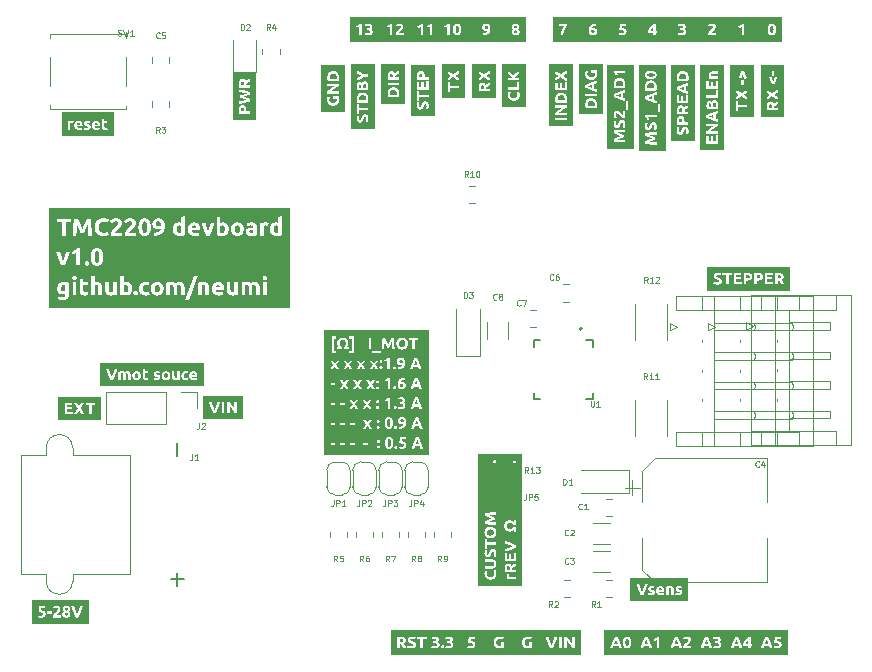
<source format=gbr>
%TF.GenerationSoftware,KiCad,Pcbnew,(7.0.0-0)*%
%TF.CreationDate,2023-03-13T16:32:43+01:00*%
%TF.ProjectId,tmc2209_devboard,746d6332-3230-4395-9f64-6576626f6172,rev?*%
%TF.SameCoordinates,Original*%
%TF.FileFunction,Legend,Top*%
%TF.FilePolarity,Positive*%
%FSLAX46Y46*%
G04 Gerber Fmt 4.6, Leading zero omitted, Abs format (unit mm)*
G04 Created by KiCad (PCBNEW (7.0.0-0)) date 2023-03-13 16:32:43*
%MOMM*%
%LPD*%
G01*
G04 APERTURE LIST*
%ADD10C,0.250000*%
%ADD11C,0.300000*%
%ADD12C,0.125000*%
%ADD13C,0.150000*%
%ADD14C,0.120000*%
%ADD15C,0.127000*%
%ADD16C,0.200000*%
G04 APERTURE END LIST*
D10*
G36*
X76287722Y-26670845D02*
G01*
X76301405Y-26672027D01*
X76314217Y-26674223D01*
X76326158Y-26677431D01*
X76337227Y-26681653D01*
X76347424Y-26686888D01*
X76356750Y-26693136D01*
X76365204Y-26700398D01*
X76372787Y-26708672D01*
X76379498Y-26717960D01*
X76385338Y-26728261D01*
X76387111Y-26731919D01*
X76392093Y-26743553D01*
X76396568Y-26756179D01*
X76400536Y-26769797D01*
X76402901Y-26779426D01*
X76405040Y-26789497D01*
X76406953Y-26800008D01*
X76408642Y-26810959D01*
X76410106Y-26822352D01*
X76411344Y-26834185D01*
X76412357Y-26846460D01*
X76413145Y-26859174D01*
X76413708Y-26872330D01*
X76414046Y-26885927D01*
X76414159Y-26899964D01*
X76414159Y-26968840D01*
X76152330Y-26968840D01*
X76151720Y-26960017D01*
X76151033Y-26949142D01*
X76150422Y-26938632D01*
X76149888Y-26928785D01*
X76149544Y-26922972D01*
X76149054Y-26912746D01*
X76148703Y-26902449D01*
X76148493Y-26892083D01*
X76148422Y-26881646D01*
X76148514Y-26869811D01*
X76148789Y-26858244D01*
X76149247Y-26846944D01*
X76149888Y-26835911D01*
X76150712Y-26825146D01*
X76151720Y-26814647D01*
X76152910Y-26804415D01*
X76154284Y-26794451D01*
X76155053Y-26789582D01*
X76157293Y-26777820D01*
X76159986Y-26766642D01*
X76163132Y-26756048D01*
X76166731Y-26746039D01*
X76170783Y-26736613D01*
X76175289Y-26727773D01*
X76177220Y-26724373D01*
X76183471Y-26714782D01*
X76190409Y-26706101D01*
X76198034Y-26698330D01*
X76206346Y-26691469D01*
X76215345Y-26685519D01*
X76225068Y-26680456D01*
X76235735Y-26676440D01*
X76245346Y-26673894D01*
X76255614Y-26672075D01*
X76266536Y-26670984D01*
X76278115Y-26670620D01*
X76287722Y-26670845D01*
G37*
G36*
X77463488Y-30259832D02*
G01*
X75427355Y-30259832D01*
X75427355Y-29366328D01*
X75945212Y-29366328D01*
X75945291Y-29376643D01*
X75945525Y-29386826D01*
X75945916Y-29396877D01*
X75946464Y-29406796D01*
X75947579Y-29421429D01*
X75949046Y-29435765D01*
X75950865Y-29449805D01*
X75953036Y-29463548D01*
X75955559Y-29476996D01*
X75958434Y-29490147D01*
X75961661Y-29503002D01*
X75965240Y-29515561D01*
X75967811Y-29523728D01*
X75971922Y-29535698D01*
X75976338Y-29547327D01*
X75981059Y-29558618D01*
X75986084Y-29569570D01*
X75991414Y-29580182D01*
X75997049Y-29590455D01*
X76002989Y-29600389D01*
X76009234Y-29609984D01*
X76015783Y-29619240D01*
X76022637Y-29628157D01*
X76027341Y-29633875D01*
X76034632Y-29642146D01*
X76042207Y-29650047D01*
X76050066Y-29657579D01*
X76058207Y-29664742D01*
X76066632Y-29671535D01*
X76075340Y-29677959D01*
X76084332Y-29684014D01*
X76093607Y-29689700D01*
X76103165Y-29695017D01*
X76113007Y-29699964D01*
X76119713Y-29703010D01*
X76129962Y-29707211D01*
X76140439Y-29710970D01*
X76151143Y-29714287D01*
X76162074Y-29717161D01*
X76173233Y-29719593D01*
X76184620Y-29721583D01*
X76196234Y-29723131D01*
X76208076Y-29724237D01*
X76220145Y-29724900D01*
X76232442Y-29725121D01*
X76240638Y-29725028D01*
X76252643Y-29724537D01*
X76264300Y-29723625D01*
X76275610Y-29722293D01*
X76286571Y-29720540D01*
X76297185Y-29718366D01*
X76307451Y-29715771D01*
X76317370Y-29712756D01*
X76326940Y-29709320D01*
X76336163Y-29705463D01*
X76345038Y-29701185D01*
X76356365Y-29694984D01*
X76367264Y-29688347D01*
X76377736Y-29681276D01*
X76387780Y-29673769D01*
X76397397Y-29665827D01*
X76406587Y-29657450D01*
X76415349Y-29648639D01*
X76423684Y-29639392D01*
X76425704Y-29637001D01*
X76433567Y-29627246D01*
X76441087Y-29617187D01*
X76448264Y-29606822D01*
X76455097Y-29596151D01*
X76461586Y-29585176D01*
X76467732Y-29573895D01*
X76473535Y-29562308D01*
X76477662Y-29553418D01*
X76478985Y-29550426D01*
X76482902Y-29541450D01*
X76487996Y-29529482D01*
X76492946Y-29517515D01*
X76497751Y-29505547D01*
X76502410Y-29493579D01*
X76506925Y-29481611D01*
X76511295Y-29469643D01*
X76515519Y-29457675D01*
X76519987Y-29444220D01*
X76524415Y-29431270D01*
X76528803Y-29418826D01*
X76533151Y-29406888D01*
X76537458Y-29395455D01*
X76541726Y-29384528D01*
X76545953Y-29374107D01*
X76550141Y-29364191D01*
X76554288Y-29354781D01*
X76558395Y-29345877D01*
X76564481Y-29333468D01*
X76570477Y-29322198D01*
X76576382Y-29312065D01*
X76582198Y-29303069D01*
X76584137Y-29300289D01*
X76590139Y-29292479D01*
X76598577Y-29283301D01*
X76607511Y-29275535D01*
X76616941Y-29269181D01*
X76626867Y-29264239D01*
X76637290Y-29260709D01*
X76648208Y-29258590D01*
X76659623Y-29257884D01*
X76668946Y-29258223D01*
X76679143Y-29259441D01*
X76688852Y-29261544D01*
X76699190Y-29264967D01*
X76707800Y-29269211D01*
X76715799Y-29274859D01*
X76723187Y-29281912D01*
X76729965Y-29290369D01*
X76735371Y-29298860D01*
X76740263Y-29308521D01*
X76744047Y-29317732D01*
X76747453Y-29327801D01*
X76750481Y-29338729D01*
X76750947Y-29340637D01*
X76753054Y-29350653D01*
X76754792Y-29361455D01*
X76756160Y-29373045D01*
X76756988Y-29382883D01*
X76757579Y-29393226D01*
X76757934Y-29404071D01*
X76758053Y-29415421D01*
X76758034Y-29421194D01*
X76757885Y-29432570D01*
X76757587Y-29443721D01*
X76757141Y-29454647D01*
X76756546Y-29465348D01*
X76755801Y-29475824D01*
X76754908Y-29486075D01*
X76753867Y-29496100D01*
X76752676Y-29505900D01*
X76750611Y-29520178D01*
X76748211Y-29533950D01*
X76745476Y-29547215D01*
X76742406Y-29559973D01*
X76739002Y-29572225D01*
X76737806Y-29576205D01*
X76734163Y-29587906D01*
X76730433Y-29599251D01*
X76726618Y-29610240D01*
X76722717Y-29620872D01*
X76718729Y-29631149D01*
X76714656Y-29641068D01*
X76710498Y-29650632D01*
X76706253Y-29659839D01*
X76701922Y-29668689D01*
X76696015Y-29679936D01*
X76870893Y-29741974D01*
X76875878Y-29732886D01*
X76881004Y-29722933D01*
X76885509Y-29713714D01*
X76890117Y-29703859D01*
X76894829Y-29693369D01*
X76897981Y-29685989D01*
X76901857Y-29676269D01*
X76905661Y-29666001D01*
X76909394Y-29655184D01*
X76913055Y-29643819D01*
X76915933Y-29634331D01*
X76918764Y-29624493D01*
X76921520Y-29614292D01*
X76924168Y-29603717D01*
X76926710Y-29592768D01*
X76929145Y-29581445D01*
X76931473Y-29569748D01*
X76933694Y-29557677D01*
X76935808Y-29545232D01*
X76937815Y-29532413D01*
X76938762Y-29525861D01*
X76940067Y-29515846D01*
X76941235Y-29505608D01*
X76942265Y-29495146D01*
X76943158Y-29484462D01*
X76943914Y-29473554D01*
X76944532Y-29462423D01*
X76945013Y-29451068D01*
X76945356Y-29439490D01*
X76945562Y-29427690D01*
X76945631Y-29415665D01*
X76945559Y-29403701D01*
X76945343Y-29391927D01*
X76944983Y-29380343D01*
X76944479Y-29368950D01*
X76943830Y-29357747D01*
X76943038Y-29346734D01*
X76942101Y-29335912D01*
X76941021Y-29325280D01*
X76939796Y-29314839D01*
X76938428Y-29304587D01*
X76936915Y-29294526D01*
X76935258Y-29284656D01*
X76931513Y-29265486D01*
X76927191Y-29247077D01*
X76922292Y-29229429D01*
X76916818Y-29212543D01*
X76910767Y-29196418D01*
X76904140Y-29181055D01*
X76896937Y-29166453D01*
X76889158Y-29152612D01*
X76880802Y-29139533D01*
X76871870Y-29127215D01*
X76862385Y-29115621D01*
X76852433Y-29104775D01*
X76842014Y-29094677D01*
X76831127Y-29085327D01*
X76819773Y-29076725D01*
X76807951Y-29068871D01*
X76795661Y-29061765D01*
X76782904Y-29055407D01*
X76769680Y-29049797D01*
X76755988Y-29044935D01*
X76741829Y-29040821D01*
X76727202Y-29037455D01*
X76712107Y-29034837D01*
X76696545Y-29032967D01*
X76680516Y-29031845D01*
X76664019Y-29031471D01*
X76655490Y-29031543D01*
X76642996Y-29031919D01*
X76630863Y-29032616D01*
X76619091Y-29033636D01*
X76607679Y-29034978D01*
X76596628Y-29036641D01*
X76585938Y-29038627D01*
X76575608Y-29040935D01*
X76565639Y-29043564D01*
X76556030Y-29046516D01*
X76546782Y-29049790D01*
X76534887Y-29054667D01*
X76523381Y-29060139D01*
X76512264Y-29066207D01*
X76501536Y-29072870D01*
X76491198Y-29080129D01*
X76481249Y-29087983D01*
X76471689Y-29096432D01*
X76462519Y-29105477D01*
X76458066Y-29110193D01*
X76451519Y-29117550D01*
X76445132Y-29125245D01*
X76438903Y-29133280D01*
X76432833Y-29141654D01*
X76426921Y-29150368D01*
X76421169Y-29159420D01*
X76415576Y-29168812D01*
X76410141Y-29178543D01*
X76404865Y-29188613D01*
X76399748Y-29199022D01*
X76398068Y-29202552D01*
X76393020Y-29213375D01*
X76387959Y-29224546D01*
X76382885Y-29236064D01*
X76377798Y-29247930D01*
X76372698Y-29260144D01*
X76367586Y-29272705D01*
X76362460Y-29285615D01*
X76357322Y-29298872D01*
X76352171Y-29312477D01*
X76348729Y-29321740D01*
X76345282Y-29331157D01*
X76343728Y-29335682D01*
X76339868Y-29346787D01*
X76336043Y-29357593D01*
X76332254Y-29368101D01*
X76328501Y-29378310D01*
X76324784Y-29388222D01*
X76321102Y-29397836D01*
X76318880Y-29403452D01*
X76315072Y-29412536D01*
X76310330Y-29422980D01*
X76305398Y-29432926D01*
X76300278Y-29442375D01*
X76294968Y-29451325D01*
X76292238Y-29455583D01*
X76285652Y-29464801D01*
X76278761Y-29473014D01*
X76271567Y-29480222D01*
X76262972Y-29487228D01*
X76259556Y-29489498D01*
X76249733Y-29494459D01*
X76240286Y-29497498D01*
X76230045Y-29499321D01*
X76219009Y-29499929D01*
X76208430Y-29499391D01*
X76198553Y-29497777D01*
X76187195Y-29494245D01*
X76176934Y-29489033D01*
X76167770Y-29482138D01*
X76159703Y-29473562D01*
X76154040Y-29465491D01*
X76150243Y-29458643D01*
X76145760Y-29448297D01*
X76141942Y-29436562D01*
X76139514Y-29426849D01*
X76137460Y-29416355D01*
X76135779Y-29405079D01*
X76134472Y-29393022D01*
X76133538Y-29380183D01*
X76132978Y-29366563D01*
X76132791Y-29352162D01*
X76132855Y-29343450D01*
X76133190Y-29330681D01*
X76133814Y-29318273D01*
X76134725Y-29306226D01*
X76135923Y-29294540D01*
X76137409Y-29283214D01*
X76139183Y-29272249D01*
X76141245Y-29261644D01*
X76143594Y-29251401D01*
X76146231Y-29241517D01*
X76149155Y-29231995D01*
X76153261Y-29219622D01*
X76157520Y-29207540D01*
X76161932Y-29195748D01*
X76166496Y-29184245D01*
X76171213Y-29173033D01*
X76176083Y-29162111D01*
X76181105Y-29151479D01*
X76186280Y-29141136D01*
X76012868Y-29077877D01*
X76009710Y-29083777D01*
X76005037Y-29093000D01*
X76000442Y-29102668D01*
X75995924Y-29112783D01*
X75991483Y-29123345D01*
X75987120Y-29134353D01*
X75982833Y-29145808D01*
X75978624Y-29157709D01*
X75974493Y-29170056D01*
X75970439Y-29182850D01*
X75966461Y-29196091D01*
X75962664Y-29209789D01*
X75959240Y-29223955D01*
X75957165Y-29233659D01*
X75955256Y-29243570D01*
X75953513Y-29253690D01*
X75951936Y-29264018D01*
X75950525Y-29274554D01*
X75949280Y-29285298D01*
X75948200Y-29296250D01*
X75947287Y-29307409D01*
X75946540Y-29318777D01*
X75945959Y-29330353D01*
X75945544Y-29342137D01*
X75945295Y-29354129D01*
X75945212Y-29366328D01*
X75427355Y-29366328D01*
X75427355Y-28171981D01*
X75960844Y-28171981D01*
X75960844Y-28979448D01*
X76148422Y-28979448D01*
X76148422Y-28685379D01*
X76930000Y-28685379D01*
X76930000Y-28465805D01*
X76148422Y-28465805D01*
X76148422Y-28171981D01*
X75960844Y-28171981D01*
X75427355Y-28171981D01*
X75427355Y-28036182D01*
X75960844Y-28036182D01*
X76930000Y-28036182D01*
X76930000Y-27345463D01*
X76742421Y-27345463D01*
X76742421Y-27816852D01*
X76507948Y-27816852D01*
X76507948Y-27427040D01*
X76320369Y-27427040D01*
X76320369Y-27816852D01*
X76148422Y-27816852D01*
X76148422Y-27377947D01*
X75960844Y-27377947D01*
X75960844Y-28036182D01*
X75427355Y-28036182D01*
X75427355Y-26895568D01*
X75960844Y-26895568D01*
X75960849Y-26899372D01*
X75960932Y-26911016D01*
X75961113Y-26923003D01*
X75961392Y-26935333D01*
X75961771Y-26948007D01*
X75962248Y-26961025D01*
X75962824Y-26974386D01*
X75963499Y-26988090D01*
X75964273Y-27002138D01*
X75965145Y-27016529D01*
X75965781Y-27026314D01*
X75966461Y-27036252D01*
X75967167Y-27046233D01*
X75967938Y-27056150D01*
X75968777Y-27066001D01*
X75969682Y-27075788D01*
X75971166Y-27090347D01*
X75972799Y-27104760D01*
X75974583Y-27119026D01*
X75976517Y-27133147D01*
X75978602Y-27147122D01*
X75980836Y-27160951D01*
X75983221Y-27174634D01*
X75985757Y-27188171D01*
X76930000Y-27188171D01*
X76930000Y-26968840D01*
X76601737Y-26968840D01*
X76601737Y-26899964D01*
X76601663Y-26886340D01*
X76601441Y-26872913D01*
X76601072Y-26859685D01*
X76600554Y-26846654D01*
X76599889Y-26833822D01*
X76599075Y-26821187D01*
X76598114Y-26808751D01*
X76597005Y-26796512D01*
X76595748Y-26784471D01*
X76594343Y-26772629D01*
X76592790Y-26760984D01*
X76591090Y-26749537D01*
X76589241Y-26738288D01*
X76587245Y-26727238D01*
X76585100Y-26716385D01*
X76582808Y-26705730D01*
X76580368Y-26695273D01*
X76577780Y-26685014D01*
X76575045Y-26674953D01*
X76572161Y-26665090D01*
X76569129Y-26655425D01*
X76565950Y-26645958D01*
X76559147Y-26627618D01*
X76551753Y-26610070D01*
X76543768Y-26593313D01*
X76535190Y-26577349D01*
X76526022Y-26562176D01*
X76521182Y-26554903D01*
X76510947Y-26541050D01*
X76499971Y-26528120D01*
X76488255Y-26516114D01*
X76475798Y-26505032D01*
X76462602Y-26494873D01*
X76448665Y-26485637D01*
X76433987Y-26477326D01*
X76418569Y-26469937D01*
X76402411Y-26463472D01*
X76385513Y-26457931D01*
X76367874Y-26453313D01*
X76349494Y-26449619D01*
X76330375Y-26446849D01*
X76320537Y-26445810D01*
X76310515Y-26445002D01*
X76300307Y-26444424D01*
X76289914Y-26444078D01*
X76279337Y-26443963D01*
X76268835Y-26444077D01*
X76258520Y-26444419D01*
X76248390Y-26444989D01*
X76238445Y-26445787D01*
X76219113Y-26448067D01*
X76200522Y-26451259D01*
X76182675Y-26455364D01*
X76165569Y-26460380D01*
X76149206Y-26466309D01*
X76133585Y-26473150D01*
X76118706Y-26480902D01*
X76104569Y-26489567D01*
X76091175Y-26499144D01*
X76078523Y-26509633D01*
X76066613Y-26521035D01*
X76055446Y-26533348D01*
X76045021Y-26546573D01*
X76035338Y-26560711D01*
X76026317Y-26575700D01*
X76017878Y-26591481D01*
X76010022Y-26608055D01*
X76002747Y-26625420D01*
X75996054Y-26643577D01*
X75992926Y-26652952D01*
X75989943Y-26662526D01*
X75987106Y-26672297D01*
X75984414Y-26682266D01*
X75981868Y-26692434D01*
X75979467Y-26702799D01*
X75977212Y-26713362D01*
X75975103Y-26724123D01*
X75973138Y-26735083D01*
X75971320Y-26746240D01*
X75969646Y-26757595D01*
X75968119Y-26769148D01*
X75966736Y-26780899D01*
X75965500Y-26792848D01*
X75964409Y-26804995D01*
X75963463Y-26817340D01*
X75962663Y-26829883D01*
X75962008Y-26842624D01*
X75961499Y-26855563D01*
X75961135Y-26868700D01*
X75960923Y-26881646D01*
X75960917Y-26882035D01*
X75960844Y-26895568D01*
X75427355Y-26895568D01*
X75427355Y-25926107D01*
X77463488Y-25926107D01*
X77463488Y-30259832D01*
G37*
G36*
X84258908Y-23009919D02*
G01*
X84268625Y-23012963D01*
X84278188Y-23016075D01*
X84287599Y-23019256D01*
X84296858Y-23022505D01*
X84308216Y-23026664D01*
X84319336Y-23030930D01*
X84330217Y-23035303D01*
X84334515Y-23037089D01*
X84344935Y-23041688D01*
X84354889Y-23046477D01*
X84364379Y-23051457D01*
X84373403Y-23056629D01*
X84381962Y-23061990D01*
X84390056Y-23067543D01*
X84393189Y-23069826D01*
X84402085Y-23076962D01*
X84410225Y-23084527D01*
X84417610Y-23092521D01*
X84424239Y-23100944D01*
X84430112Y-23109797D01*
X84431916Y-23112846D01*
X84436630Y-23122315D01*
X84440297Y-23132264D01*
X84442916Y-23142694D01*
X84444487Y-23153604D01*
X84445011Y-23164996D01*
X84444484Y-23175254D01*
X84442904Y-23185268D01*
X84440271Y-23195038D01*
X84436585Y-23204563D01*
X84431845Y-23213845D01*
X84426052Y-23222882D01*
X84419205Y-23231674D01*
X84411305Y-23240223D01*
X84404638Y-23246203D01*
X84394666Y-23253261D01*
X84383457Y-23259274D01*
X84374240Y-23263097D01*
X84364326Y-23266332D01*
X84353718Y-23268979D01*
X84342413Y-23271037D01*
X84330413Y-23272508D01*
X84317718Y-23273390D01*
X84304327Y-23273684D01*
X84292700Y-23273422D01*
X84281634Y-23272635D01*
X84271129Y-23271323D01*
X84261184Y-23269486D01*
X84249990Y-23266590D01*
X84239603Y-23262937D01*
X84231516Y-23259448D01*
X84222425Y-23254914D01*
X84212666Y-23249147D01*
X84203819Y-23242866D01*
X84195883Y-23236071D01*
X84194839Y-23235060D01*
X84188022Y-23227812D01*
X84181290Y-23219157D01*
X84175687Y-23210105D01*
X84171215Y-23200655D01*
X84169440Y-23195824D01*
X84166312Y-23185344D01*
X84164383Y-23175405D01*
X84163643Y-23164996D01*
X84164059Y-23152101D01*
X84165307Y-23139671D01*
X84167387Y-23127707D01*
X84170299Y-23116209D01*
X84174043Y-23105176D01*
X84178618Y-23094608D01*
X84184026Y-23084507D01*
X84190266Y-23074870D01*
X84197177Y-23065616D01*
X84204478Y-23056659D01*
X84212167Y-23048000D01*
X84220246Y-23039638D01*
X84228715Y-23031575D01*
X84237572Y-23023808D01*
X84246819Y-23016340D01*
X84256455Y-23009169D01*
X84258908Y-23009919D01*
G37*
G36*
X84306103Y-22617169D02*
G01*
X84317815Y-22617650D01*
X84328824Y-22618852D01*
X84339128Y-22620776D01*
X84348727Y-22623420D01*
X84359037Y-22627418D01*
X84361816Y-22628688D01*
X84371059Y-22633437D01*
X84379554Y-22638653D01*
X84388347Y-22645186D01*
X84396162Y-22652330D01*
X84401449Y-22657912D01*
X84407563Y-22665621D01*
X84413163Y-22674658D01*
X84417411Y-22684082D01*
X84417802Y-22685133D01*
X84421027Y-22695408D01*
X84423011Y-22705254D01*
X84423762Y-22715589D01*
X84423388Y-22728160D01*
X84422266Y-22740227D01*
X84420396Y-22751791D01*
X84417778Y-22762850D01*
X84414412Y-22773406D01*
X84410298Y-22783458D01*
X84405436Y-22793007D01*
X84399826Y-22802051D01*
X84393514Y-22810714D01*
X84386545Y-22819118D01*
X84378920Y-22827262D01*
X84370639Y-22835146D01*
X84361701Y-22842771D01*
X84352107Y-22850136D01*
X84341856Y-22857242D01*
X84330950Y-22864089D01*
X84321119Y-22860688D01*
X84311654Y-22857200D01*
X84298145Y-22851809D01*
X84285459Y-22846224D01*
X84273598Y-22840446D01*
X84262562Y-22834474D01*
X84252349Y-22828310D01*
X84242961Y-22821952D01*
X84234397Y-22815401D01*
X84226658Y-22808657D01*
X84217621Y-22799364D01*
X84209893Y-22789816D01*
X84203195Y-22780100D01*
X84197528Y-22770216D01*
X84192891Y-22760163D01*
X84189285Y-22749943D01*
X84186709Y-22739556D01*
X84185163Y-22729000D01*
X84184648Y-22718276D01*
X84184759Y-22714223D01*
X84186004Y-22703890D01*
X84188307Y-22694346D01*
X84191731Y-22684570D01*
X84195192Y-22676982D01*
X84200707Y-22667534D01*
X84206615Y-22659429D01*
X84213469Y-22651598D01*
X84215361Y-22649668D01*
X84223520Y-22642448D01*
X84232626Y-22636021D01*
X84241369Y-22631049D01*
X84250838Y-22626685D01*
X84252250Y-22626099D01*
X84262592Y-22622517D01*
X84272089Y-22620173D01*
X84282170Y-22618499D01*
X84292834Y-22617494D01*
X84304083Y-22617159D01*
X84306103Y-22617169D01*
G37*
G36*
X79357902Y-22617253D02*
G01*
X79369632Y-22618305D01*
X79380742Y-22620525D01*
X79391232Y-22623915D01*
X79401102Y-22628473D01*
X79410352Y-22634200D01*
X79418982Y-22641095D01*
X79422295Y-22644164D01*
X79430186Y-22652514D01*
X79437517Y-22661829D01*
X79442978Y-22669977D01*
X79448081Y-22678743D01*
X79452825Y-22688127D01*
X79457209Y-22698130D01*
X79461236Y-22708750D01*
X79463127Y-22714249D01*
X79466714Y-22725629D01*
X79470042Y-22737520D01*
X79473110Y-22749923D01*
X79475241Y-22759561D01*
X79477226Y-22769487D01*
X79479065Y-22779700D01*
X79480758Y-22790201D01*
X79482305Y-22800989D01*
X79483706Y-22812065D01*
X79484564Y-22819567D01*
X79485746Y-22831017D01*
X79486805Y-22842702D01*
X79487739Y-22854624D01*
X79488548Y-22866782D01*
X79489233Y-22879176D01*
X79489793Y-22891807D01*
X79490229Y-22904673D01*
X79490540Y-22917775D01*
X79490727Y-22931114D01*
X79490789Y-22944689D01*
X79490761Y-22953769D01*
X79490616Y-22967206D01*
X79490346Y-22980425D01*
X79489952Y-22993424D01*
X79489433Y-23006205D01*
X79488790Y-23018766D01*
X79488022Y-23031109D01*
X79487130Y-23043233D01*
X79486113Y-23055137D01*
X79484972Y-23066823D01*
X79483706Y-23078290D01*
X79483255Y-23082044D01*
X79481805Y-23093112D01*
X79480210Y-23103889D01*
X79478468Y-23114373D01*
X79476580Y-23124565D01*
X79474547Y-23134466D01*
X79471608Y-23147212D01*
X79468410Y-23159439D01*
X79464953Y-23171148D01*
X79461236Y-23182337D01*
X79460263Y-23185035D01*
X79456147Y-23195446D01*
X79451672Y-23205246D01*
X79446839Y-23214436D01*
X79441647Y-23223015D01*
X79434652Y-23232880D01*
X79427097Y-23241791D01*
X79418982Y-23249748D01*
X79415604Y-23252647D01*
X79406727Y-23259075D01*
X79397229Y-23264334D01*
X79387111Y-23268425D01*
X79376373Y-23271347D01*
X79365014Y-23273100D01*
X79353036Y-23273684D01*
X79348143Y-23273591D01*
X79336368Y-23272539D01*
X79325250Y-23270318D01*
X79314787Y-23266929D01*
X79304980Y-23262371D01*
X79295830Y-23256644D01*
X79287335Y-23249748D01*
X79285726Y-23248233D01*
X79277970Y-23240085D01*
X79270690Y-23230984D01*
X79263887Y-23220928D01*
X79258789Y-23212196D01*
X79253996Y-23202854D01*
X79249508Y-23192901D01*
X79245325Y-23182337D01*
X79243345Y-23176807D01*
X79239598Y-23165359D01*
X79236132Y-23153391D01*
X79232950Y-23140904D01*
X79230748Y-23131198D01*
X79228705Y-23121200D01*
X79226821Y-23110911D01*
X79225096Y-23100329D01*
X79223529Y-23089455D01*
X79222122Y-23078290D01*
X79221264Y-23070670D01*
X79220081Y-23059057D01*
X79219023Y-23047225D01*
X79218089Y-23035174D01*
X79217280Y-23022905D01*
X79216595Y-23010416D01*
X79216035Y-22997709D01*
X79215599Y-22984782D01*
X79215288Y-22971637D01*
X79215101Y-22958272D01*
X79215039Y-22944689D01*
X79215066Y-22935613D01*
X79215212Y-22922195D01*
X79215482Y-22909014D01*
X79215876Y-22896069D01*
X79216395Y-22883360D01*
X79217038Y-22870887D01*
X79217806Y-22858651D01*
X79218698Y-22846650D01*
X79219715Y-22834886D01*
X79220856Y-22823357D01*
X79222122Y-22812065D01*
X79222573Y-22808341D01*
X79224034Y-22797361D01*
X79225653Y-22786668D01*
X79227431Y-22776263D01*
X79229368Y-22766146D01*
X79231464Y-22756317D01*
X79234506Y-22743658D01*
X79237830Y-22731511D01*
X79241436Y-22719875D01*
X79245325Y-22708750D01*
X79246342Y-22706037D01*
X79250601Y-22695571D01*
X79255165Y-22685723D01*
X79260035Y-22676493D01*
X79265210Y-22667882D01*
X79272108Y-22657987D01*
X79279483Y-22649058D01*
X79287335Y-22641095D01*
X79290654Y-22638197D01*
X79299411Y-22631769D01*
X79308824Y-22626509D01*
X79318893Y-22622419D01*
X79329618Y-22619497D01*
X79340999Y-22617744D01*
X79353036Y-22617159D01*
X79357902Y-22617253D01*
G37*
G36*
X81815438Y-22617316D02*
G01*
X81825425Y-22618012D01*
X81837329Y-22619667D01*
X81848590Y-22622191D01*
X81859206Y-22625587D01*
X81869179Y-22629853D01*
X81878507Y-22634989D01*
X81882063Y-22637240D01*
X81890543Y-22643325D01*
X81898440Y-22650067D01*
X81905751Y-22657465D01*
X81912479Y-22665518D01*
X81918622Y-22674228D01*
X81924180Y-22683593D01*
X81929273Y-22693473D01*
X81933864Y-22703877D01*
X81937955Y-22714806D01*
X81941545Y-22726260D01*
X81944056Y-22735800D01*
X81946246Y-22745677D01*
X81948116Y-22755889D01*
X81949799Y-22766304D01*
X81951307Y-22776909D01*
X81952639Y-22787706D01*
X81953795Y-22798693D01*
X81954776Y-22809871D01*
X81955581Y-22821239D01*
X81956211Y-22832799D01*
X81956665Y-22844549D01*
X81955932Y-22853831D01*
X81955843Y-22854501D01*
X81955199Y-22864333D01*
X81955199Y-22876057D01*
X81954128Y-22876724D01*
X81944271Y-22881715D01*
X81933767Y-22885582D01*
X81923369Y-22888525D01*
X81913719Y-22890714D01*
X81903176Y-22892665D01*
X81898791Y-22893375D01*
X81887929Y-22894949D01*
X81877210Y-22896237D01*
X81866634Y-22897239D01*
X81856201Y-22897955D01*
X81845911Y-22898384D01*
X81835765Y-22898527D01*
X81825385Y-22898393D01*
X81815374Y-22897993D01*
X81801048Y-22896891D01*
X81787550Y-22895188D01*
X81774882Y-22892884D01*
X81763041Y-22889979D01*
X81752030Y-22886472D01*
X81741847Y-22882365D01*
X81732492Y-22877657D01*
X81723966Y-22872347D01*
X81713887Y-22864333D01*
X81705186Y-22855208D01*
X81697645Y-22844931D01*
X81692751Y-22836467D01*
X81688509Y-22827354D01*
X81684920Y-22817593D01*
X81681983Y-22807184D01*
X81679699Y-22796127D01*
X81678068Y-22784421D01*
X81677089Y-22772067D01*
X81676762Y-22759064D01*
X81676881Y-22753122D01*
X81677657Y-22742632D01*
X81679158Y-22732025D01*
X81681384Y-22721301D01*
X81684334Y-22710460D01*
X81686406Y-22704293D01*
X81690602Y-22693794D01*
X81695522Y-22683670D01*
X81701167Y-22673919D01*
X81707537Y-22664542D01*
X81709528Y-22661947D01*
X81715948Y-22654528D01*
X81723038Y-22647659D01*
X81730797Y-22641339D01*
X81739227Y-22635569D01*
X81748326Y-22630348D01*
X81754810Y-22627257D01*
X81765036Y-22623393D01*
X81775864Y-22620457D01*
X81787293Y-22618447D01*
X81797276Y-22617481D01*
X81807677Y-22617159D01*
X81815438Y-22617316D01*
G37*
G36*
X85168276Y-23963488D02*
G01*
X70278619Y-23963488D01*
X70278619Y-22664054D01*
X70796476Y-22664054D01*
X70859735Y-22820369D01*
X70865913Y-22818177D01*
X70875219Y-22814795D01*
X70884572Y-22811302D01*
X70893972Y-22807697D01*
X70903419Y-22803980D01*
X70912914Y-22800152D01*
X70922456Y-22796212D01*
X70932045Y-22792161D01*
X70941682Y-22787998D01*
X70951365Y-22783723D01*
X70961096Y-22779337D01*
X70970765Y-22774806D01*
X70980261Y-22770189D01*
X70989587Y-22765486D01*
X70998740Y-22760698D01*
X71007722Y-22755823D01*
X71016532Y-22750863D01*
X71025170Y-22745817D01*
X71033636Y-22740685D01*
X71044658Y-22733709D01*
X71055374Y-22726580D01*
X71055374Y-23430000D01*
X71264934Y-23430000D01*
X71264934Y-23392875D01*
X71529938Y-23392875D01*
X71539967Y-23396996D01*
X71550170Y-23400753D01*
X71559976Y-23404084D01*
X71570761Y-23407519D01*
X71580496Y-23410460D01*
X71586647Y-23412233D01*
X71597165Y-23415131D01*
X71608018Y-23417958D01*
X71619205Y-23420713D01*
X71630725Y-23423396D01*
X71642579Y-23426008D01*
X71652303Y-23428046D01*
X71662180Y-23430007D01*
X71672148Y-23431862D01*
X71682208Y-23433610D01*
X71692359Y-23435251D01*
X71702602Y-23436785D01*
X71712937Y-23438212D01*
X71723363Y-23439533D01*
X71733880Y-23440746D01*
X71739146Y-23441338D01*
X71749580Y-23442406D01*
X71759884Y-23443322D01*
X71770058Y-23444085D01*
X71780102Y-23444696D01*
X71790017Y-23445154D01*
X71802228Y-23445512D01*
X71814236Y-23445631D01*
X71820529Y-23445609D01*
X71832955Y-23445431D01*
X71845167Y-23445076D01*
X71857166Y-23444544D01*
X71868951Y-23443834D01*
X71880522Y-23442947D01*
X71891879Y-23441882D01*
X71903022Y-23440640D01*
X71913952Y-23439220D01*
X71924668Y-23437623D01*
X71935171Y-23435849D01*
X71945460Y-23433897D01*
X71955535Y-23431767D01*
X71965396Y-23429460D01*
X71975044Y-23426976D01*
X71989114Y-23422916D01*
X71998263Y-23420007D01*
X72011603Y-23415377D01*
X72024484Y-23410430D01*
X72036905Y-23405164D01*
X72048867Y-23399582D01*
X72060369Y-23393681D01*
X72071413Y-23387463D01*
X72081996Y-23380927D01*
X72092121Y-23374074D01*
X72101786Y-23366902D01*
X72110991Y-23359413D01*
X72116876Y-23354257D01*
X72125331Y-23346303D01*
X72133340Y-23338088D01*
X72140902Y-23329611D01*
X72148017Y-23320872D01*
X72154686Y-23311871D01*
X72160909Y-23302608D01*
X72166684Y-23293083D01*
X72172014Y-23283296D01*
X72176897Y-23273248D01*
X72181333Y-23262937D01*
X72184054Y-23255906D01*
X72187807Y-23245208D01*
X72191164Y-23234330D01*
X72194126Y-23223272D01*
X72196694Y-23212034D01*
X72198866Y-23200615D01*
X72200644Y-23189016D01*
X72202026Y-23177236D01*
X72203014Y-23165277D01*
X72203606Y-23153136D01*
X72203804Y-23140816D01*
X72203641Y-23130407D01*
X72203155Y-23120185D01*
X72202344Y-23110150D01*
X72201209Y-23100302D01*
X72198897Y-23085881D01*
X72195856Y-23071880D01*
X72192085Y-23058301D01*
X72187584Y-23045141D01*
X72182354Y-23032403D01*
X72176393Y-23020086D01*
X72169703Y-23008189D01*
X72162282Y-22996713D01*
X72156958Y-22989319D01*
X72148466Y-22978664D01*
X72139369Y-22968533D01*
X72129667Y-22958926D01*
X72119360Y-22949843D01*
X72108447Y-22941283D01*
X72096928Y-22933248D01*
X72084805Y-22925736D01*
X72072076Y-22918748D01*
X72063253Y-22914380D01*
X72054162Y-22910245D01*
X72044802Y-22906343D01*
X72051582Y-22902793D01*
X72061420Y-22897092D01*
X72070859Y-22890940D01*
X72079899Y-22884338D01*
X72088539Y-22877285D01*
X72096780Y-22869781D01*
X72104622Y-22861826D01*
X72112064Y-22853420D01*
X72119108Y-22844564D01*
X72125752Y-22835256D01*
X72131996Y-22825498D01*
X72135930Y-22818800D01*
X72141355Y-22808706D01*
X72146208Y-22798555D01*
X72150491Y-22788349D01*
X72154202Y-22778088D01*
X72157343Y-22767770D01*
X72159912Y-22757397D01*
X72161911Y-22746967D01*
X72163339Y-22736482D01*
X72164195Y-22725942D01*
X72164481Y-22715345D01*
X72164403Y-22708084D01*
X72163998Y-22697330D01*
X72163244Y-22686738D01*
X72162143Y-22676309D01*
X72160694Y-22666044D01*
X72160340Y-22664054D01*
X73395220Y-22664054D01*
X73458479Y-22820369D01*
X73464657Y-22818177D01*
X73473963Y-22814795D01*
X73483316Y-22811302D01*
X73492716Y-22807697D01*
X73502163Y-22803980D01*
X73511658Y-22800152D01*
X73521200Y-22796212D01*
X73530789Y-22792161D01*
X73540425Y-22787998D01*
X73550109Y-22783723D01*
X73559840Y-22779337D01*
X73569509Y-22774806D01*
X73579005Y-22770189D01*
X73588330Y-22765486D01*
X73597484Y-22760698D01*
X73606466Y-22755823D01*
X73615275Y-22750863D01*
X73623914Y-22745817D01*
X73632380Y-22740685D01*
X73643402Y-22733709D01*
X73654118Y-22726580D01*
X73654118Y-23430000D01*
X73863678Y-23430000D01*
X73863678Y-22577592D01*
X74141382Y-22577592D01*
X74245430Y-22715833D01*
X74250940Y-22710552D01*
X74258636Y-22703661D01*
X74266807Y-22696692D01*
X74274983Y-22689944D01*
X74277486Y-22687899D01*
X74285348Y-22681777D01*
X74293743Y-22675672D01*
X74302670Y-22669584D01*
X74312130Y-22663513D01*
X74322122Y-22657459D01*
X74325563Y-22655431D01*
X74334359Y-22650510D01*
X74343428Y-22645804D01*
X74352772Y-22641313D01*
X74362390Y-22637036D01*
X74372283Y-22632975D01*
X74382450Y-22629127D01*
X74386620Y-22627678D01*
X74397204Y-22624464D01*
X74408015Y-22621834D01*
X74419053Y-22619789D01*
X74430317Y-22618328D01*
X74441807Y-22617451D01*
X74453525Y-22617159D01*
X74466267Y-22617552D01*
X74478483Y-22618732D01*
X74490172Y-22620697D01*
X74501335Y-22623449D01*
X74511971Y-22626986D01*
X74522080Y-22631310D01*
X74531663Y-22636420D01*
X74540719Y-22642316D01*
X74547005Y-22647353D01*
X74554424Y-22655064D01*
X74560743Y-22663912D01*
X74565964Y-22673897D01*
X74570086Y-22685020D01*
X74573108Y-22697280D01*
X74574654Y-22707221D01*
X74575581Y-22717802D01*
X74575890Y-22729023D01*
X74575841Y-22732531D01*
X74575096Y-22743021D01*
X74573459Y-22753459D01*
X74570929Y-22763846D01*
X74567506Y-22774182D01*
X74563190Y-22784466D01*
X74562386Y-22786160D01*
X74557166Y-22796338D01*
X74552290Y-22804833D01*
X74546938Y-22813340D01*
X74541108Y-22821859D01*
X74534802Y-22830389D01*
X74528019Y-22838932D01*
X74520824Y-22847510D01*
X74513283Y-22856148D01*
X74505396Y-22864846D01*
X74497164Y-22873603D01*
X74490329Y-22880652D01*
X74483273Y-22887738D01*
X74475995Y-22894863D01*
X74468542Y-22902065D01*
X74460959Y-22909381D01*
X74453246Y-22916811D01*
X74445403Y-22924356D01*
X74437431Y-22932015D01*
X74429329Y-22939789D01*
X74421097Y-22947677D01*
X74412736Y-22955680D01*
X74407298Y-22960931D01*
X74399126Y-22968808D01*
X74390937Y-22976685D01*
X74382731Y-22984562D01*
X74374508Y-22992438D01*
X74366268Y-23000315D01*
X74358010Y-23008192D01*
X74349736Y-23016069D01*
X74341444Y-23023946D01*
X74333135Y-23031823D01*
X74324809Y-23039699D01*
X74319318Y-23044975D01*
X74311214Y-23052983D01*
X74303269Y-23061101D01*
X74295483Y-23069332D01*
X74287856Y-23077673D01*
X74280388Y-23086127D01*
X74273079Y-23094692D01*
X74265928Y-23103369D01*
X74258936Y-23112158D01*
X74252104Y-23121058D01*
X74245430Y-23130069D01*
X74241085Y-23136114D01*
X74234761Y-23145296D01*
X74228668Y-23154616D01*
X74222808Y-23164072D01*
X74217179Y-23173667D01*
X74211783Y-23183398D01*
X74206618Y-23193267D01*
X74201685Y-23203273D01*
X74196984Y-23213417D01*
X74192514Y-23223698D01*
X74188277Y-23234117D01*
X74185644Y-23241152D01*
X74182014Y-23251870D01*
X74178767Y-23262785D01*
X74175901Y-23273897D01*
X74173417Y-23285207D01*
X74171316Y-23296715D01*
X74169596Y-23308420D01*
X74168259Y-23320323D01*
X74167303Y-23332423D01*
X74166730Y-23344720D01*
X74166539Y-23357215D01*
X74166539Y-23360614D01*
X74166539Y-23370526D01*
X74166539Y-23381127D01*
X74166539Y-23390921D01*
X74166611Y-23398122D01*
X74167023Y-23408800D01*
X74167924Y-23419571D01*
X74169470Y-23430000D01*
X74819400Y-23430000D01*
X74819400Y-23258053D01*
X74400035Y-23258053D01*
X74400308Y-23257175D01*
X74404477Y-23247587D01*
X74409702Y-23238851D01*
X74415651Y-23230431D01*
X74421773Y-23222637D01*
X74427388Y-23215767D01*
X74434440Y-23207318D01*
X74441836Y-23198645D01*
X74448262Y-23191247D01*
X74454926Y-23183695D01*
X74461829Y-23175987D01*
X74464675Y-23172846D01*
X74471848Y-23165027D01*
X74479105Y-23157257D01*
X74486446Y-23149533D01*
X74493869Y-23141858D01*
X74501377Y-23134230D01*
X74508968Y-23126650D01*
X74516593Y-23119137D01*
X74524052Y-23111862D01*
X74531343Y-23104825D01*
X74538468Y-23098028D01*
X74546797Y-23090185D01*
X74554885Y-23082686D01*
X74559990Y-23077968D01*
X74567668Y-23070831D01*
X74575371Y-23063620D01*
X74583101Y-23056336D01*
X74590856Y-23048980D01*
X74598637Y-23041550D01*
X74606443Y-23034047D01*
X74614276Y-23026472D01*
X74622134Y-23018823D01*
X74630018Y-23011102D01*
X74637928Y-23003307D01*
X74643176Y-22998073D01*
X74650924Y-22990172D01*
X74658521Y-22982211D01*
X74665967Y-22974189D01*
X74673264Y-22966108D01*
X74680410Y-22957966D01*
X74687406Y-22949765D01*
X74694252Y-22941503D01*
X74700947Y-22933181D01*
X74707492Y-22924799D01*
X74713887Y-22916357D01*
X74718051Y-22910695D01*
X74724110Y-22902153D01*
X74729946Y-22893551D01*
X74735559Y-22884888D01*
X74740949Y-22876165D01*
X74746115Y-22867383D01*
X74751058Y-22858540D01*
X74755778Y-22849637D01*
X74760274Y-22840674D01*
X74764548Y-22831651D01*
X74768598Y-22822568D01*
X74772395Y-22813372D01*
X74775819Y-22804103D01*
X74778870Y-22794762D01*
X74781546Y-22785347D01*
X74784535Y-22772681D01*
X74786859Y-22759885D01*
X74788166Y-22750203D01*
X74789100Y-22740448D01*
X74789660Y-22730619D01*
X74789847Y-22720718D01*
X74789773Y-22712771D01*
X74789382Y-22701043D01*
X74788656Y-22689547D01*
X74787596Y-22678283D01*
X74786200Y-22667250D01*
X74785688Y-22664054D01*
X75993964Y-22664054D01*
X76057223Y-22820369D01*
X76063401Y-22818177D01*
X76072706Y-22814795D01*
X76082059Y-22811302D01*
X76091460Y-22807697D01*
X76100907Y-22803980D01*
X76110402Y-22800152D01*
X76119944Y-22796212D01*
X76129533Y-22792161D01*
X76139169Y-22787998D01*
X76148853Y-22783723D01*
X76158584Y-22779337D01*
X76168252Y-22774806D01*
X76177749Y-22770189D01*
X76187074Y-22765486D01*
X76196228Y-22760698D01*
X76205209Y-22755823D01*
X76214019Y-22750863D01*
X76222658Y-22745817D01*
X76231124Y-22740685D01*
X76242145Y-22733709D01*
X76252862Y-22726580D01*
X76252862Y-23430000D01*
X76462422Y-23430000D01*
X76462422Y-22664054D01*
X76789219Y-22664054D01*
X76852478Y-22820369D01*
X76858655Y-22818177D01*
X76867961Y-22814795D01*
X76877314Y-22811302D01*
X76886714Y-22807697D01*
X76896162Y-22803980D01*
X76905657Y-22800152D01*
X76915199Y-22796212D01*
X76924788Y-22792161D01*
X76934424Y-22787998D01*
X76944108Y-22783723D01*
X76953839Y-22779337D01*
X76963507Y-22774806D01*
X76973004Y-22770189D01*
X76982329Y-22765486D01*
X76991482Y-22760698D01*
X77000464Y-22755823D01*
X77009274Y-22750863D01*
X77017912Y-22745817D01*
X77026379Y-22740685D01*
X77037400Y-22733709D01*
X77048116Y-22726580D01*
X77048116Y-23430000D01*
X77257677Y-23430000D01*
X77257677Y-22664054D01*
X78256630Y-22664054D01*
X78319889Y-22820369D01*
X78326066Y-22818177D01*
X78335372Y-22814795D01*
X78344725Y-22811302D01*
X78354125Y-22807697D01*
X78363573Y-22803980D01*
X78373068Y-22800152D01*
X78382610Y-22796212D01*
X78392199Y-22792161D01*
X78401835Y-22787998D01*
X78411519Y-22783723D01*
X78421250Y-22779337D01*
X78430918Y-22774806D01*
X78440415Y-22770189D01*
X78449740Y-22765486D01*
X78458893Y-22760698D01*
X78467875Y-22755823D01*
X78476685Y-22750863D01*
X78485323Y-22745817D01*
X78493790Y-22740685D01*
X78504811Y-22733709D01*
X78515527Y-22726580D01*
X78515527Y-23430000D01*
X78725088Y-23430000D01*
X78725088Y-22944689D01*
X79001326Y-22944689D01*
X79001418Y-22959722D01*
X79001692Y-22974534D01*
X79002149Y-22989126D01*
X79002788Y-23003498D01*
X79003610Y-23017649D01*
X79004615Y-23031580D01*
X79005803Y-23045291D01*
X79007173Y-23058781D01*
X79008726Y-23072051D01*
X79010462Y-23085100D01*
X79012380Y-23097929D01*
X79014481Y-23110537D01*
X79016765Y-23122926D01*
X79019231Y-23135093D01*
X79021881Y-23147041D01*
X79024713Y-23158768D01*
X79027727Y-23170274D01*
X79030925Y-23181561D01*
X79034305Y-23192626D01*
X79037867Y-23203472D01*
X79041613Y-23214097D01*
X79045541Y-23224502D01*
X79049652Y-23234686D01*
X79053945Y-23244650D01*
X79058422Y-23254393D01*
X79063081Y-23263916D01*
X79067922Y-23273219D01*
X79072947Y-23282301D01*
X79078154Y-23291163D01*
X79083544Y-23299805D01*
X79089116Y-23308226D01*
X79094871Y-23316427D01*
X79100787Y-23324376D01*
X79106842Y-23332072D01*
X79119368Y-23346709D01*
X79132449Y-23360336D01*
X79146086Y-23372954D01*
X79160278Y-23384562D01*
X79175025Y-23395161D01*
X79190327Y-23404750D01*
X79206185Y-23413330D01*
X79222598Y-23420900D01*
X79239566Y-23427462D01*
X79257090Y-23433013D01*
X79275168Y-23437556D01*
X79293802Y-23441089D01*
X79312992Y-23443612D01*
X79322795Y-23444495D01*
X79332736Y-23445126D01*
X79342817Y-23445505D01*
X79353036Y-23445631D01*
X79363255Y-23445505D01*
X79373336Y-23445126D01*
X79383278Y-23444495D01*
X79393080Y-23443612D01*
X79412270Y-23441089D01*
X79430904Y-23437556D01*
X79448982Y-23433013D01*
X79466506Y-23427462D01*
X79483474Y-23420900D01*
X79499887Y-23413330D01*
X79515745Y-23404750D01*
X79531047Y-23395161D01*
X79545794Y-23384562D01*
X79559986Y-23372954D01*
X79573623Y-23360336D01*
X79586704Y-23346709D01*
X79599230Y-23332072D01*
X79605285Y-23324376D01*
X79611201Y-23316427D01*
X79616956Y-23308226D01*
X79622528Y-23299805D01*
X79627918Y-23291163D01*
X79633125Y-23282301D01*
X79638150Y-23273219D01*
X79642991Y-23263916D01*
X79647650Y-23254393D01*
X79652127Y-23244650D01*
X79656420Y-23234686D01*
X79660531Y-23224502D01*
X79664459Y-23214097D01*
X79668205Y-23203472D01*
X79671767Y-23192626D01*
X79675148Y-23181561D01*
X79678345Y-23170274D01*
X79681359Y-23158768D01*
X79684191Y-23147041D01*
X79686841Y-23135093D01*
X79689307Y-23122926D01*
X79691591Y-23110537D01*
X79693692Y-23097929D01*
X79695610Y-23085100D01*
X79697346Y-23072051D01*
X79698899Y-23058781D01*
X79700269Y-23045291D01*
X79701457Y-23031580D01*
X79702462Y-23017649D01*
X79703284Y-23003498D01*
X79703924Y-22989126D01*
X79704380Y-22974534D01*
X79704654Y-22959722D01*
X79704746Y-22944689D01*
X79704654Y-22929747D01*
X79704380Y-22915022D01*
X79703924Y-22900516D01*
X79703284Y-22886227D01*
X79702462Y-22872157D01*
X79701457Y-22858304D01*
X79700269Y-22844670D01*
X79698899Y-22831253D01*
X79697346Y-22818055D01*
X79695610Y-22805075D01*
X79693692Y-22792312D01*
X79691591Y-22779768D01*
X79690334Y-22772986D01*
X81468423Y-22772986D01*
X81468500Y-22781217D01*
X81468900Y-22793402D01*
X81469645Y-22805394D01*
X81470732Y-22817193D01*
X81472163Y-22828799D01*
X81473938Y-22840211D01*
X81476056Y-22851430D01*
X81478517Y-22862456D01*
X81481322Y-22873289D01*
X81484471Y-22883929D01*
X81487963Y-22894375D01*
X81490521Y-22901183D01*
X81494676Y-22911167D01*
X81499213Y-22920875D01*
X81504133Y-22930309D01*
X81509434Y-22939468D01*
X81515118Y-22948353D01*
X81521184Y-22956962D01*
X81527631Y-22965297D01*
X81534461Y-22973357D01*
X81541674Y-22981142D01*
X81549268Y-22988653D01*
X81554549Y-22993469D01*
X81562810Y-23000435D01*
X81571479Y-23007093D01*
X81580555Y-23013441D01*
X81590040Y-23019481D01*
X81599933Y-23025211D01*
X81610233Y-23030632D01*
X81620941Y-23035744D01*
X81632057Y-23040547D01*
X81643581Y-23045040D01*
X81655513Y-23049225D01*
X81659585Y-23050532D01*
X81672114Y-23054205D01*
X81685116Y-23057505D01*
X81698590Y-23060430D01*
X81712536Y-23062983D01*
X81726954Y-23065162D01*
X81736829Y-23066407D01*
X81746914Y-23067486D01*
X81757208Y-23068399D01*
X81767712Y-23069146D01*
X81778427Y-23069727D01*
X81789351Y-23070142D01*
X81800485Y-23070391D01*
X81811829Y-23070474D01*
X81819953Y-23070325D01*
X81830394Y-23069753D01*
X81841591Y-23068751D01*
X81851499Y-23067588D01*
X81861932Y-23066127D01*
X81872889Y-23064368D01*
X81877353Y-23063544D01*
X81888293Y-23061216D01*
X81898924Y-23058506D01*
X81909245Y-23055415D01*
X81919256Y-23051942D01*
X81928956Y-23048088D01*
X81938347Y-23043852D01*
X81935816Y-23051464D01*
X81931806Y-23062579D01*
X81927539Y-23073329D01*
X81923014Y-23083713D01*
X81918231Y-23093733D01*
X81913191Y-23103388D01*
X81907893Y-23112678D01*
X81902337Y-23121604D01*
X81896524Y-23130164D01*
X81890453Y-23138359D01*
X81884125Y-23146189D01*
X81879762Y-23151194D01*
X81872999Y-23158466D01*
X81865974Y-23165454D01*
X81858688Y-23172159D01*
X81851139Y-23178580D01*
X81843329Y-23184718D01*
X81835257Y-23190573D01*
X81826923Y-23196144D01*
X81818327Y-23201432D01*
X81809469Y-23206437D01*
X81800349Y-23211158D01*
X81794152Y-23214157D01*
X81784626Y-23218451D01*
X81774826Y-23222500D01*
X81764751Y-23226305D01*
X81754401Y-23229864D01*
X81743777Y-23233180D01*
X81732877Y-23236250D01*
X81721703Y-23239076D01*
X81710254Y-23241657D01*
X81698531Y-23243993D01*
X81686532Y-23246085D01*
X81682472Y-23246732D01*
X81670111Y-23248569D01*
X81657479Y-23250247D01*
X81644577Y-23251766D01*
X81631404Y-23253126D01*
X81617961Y-23254328D01*
X81604247Y-23255370D01*
X81590263Y-23256254D01*
X81576009Y-23256979D01*
X81561484Y-23257545D01*
X81551650Y-23257834D01*
X81541696Y-23258053D01*
X81542368Y-23269120D01*
X81543040Y-23280095D01*
X81543711Y-23290980D01*
X81544383Y-23301772D01*
X81545055Y-23312473D01*
X81545726Y-23323082D01*
X81546398Y-23333600D01*
X81547070Y-23344026D01*
X81547779Y-23354452D01*
X81548443Y-23364970D01*
X81549062Y-23375579D01*
X81549634Y-23386280D01*
X81550161Y-23397073D01*
X81550642Y-23407957D01*
X81551077Y-23418932D01*
X81551466Y-23430000D01*
X81561452Y-23429874D01*
X81571354Y-23429679D01*
X81590900Y-23429084D01*
X81610104Y-23428213D01*
X81628967Y-23427069D01*
X81647489Y-23425649D01*
X81665669Y-23423954D01*
X81683507Y-23421985D01*
X81701004Y-23419741D01*
X81718159Y-23417223D01*
X81734972Y-23414429D01*
X81751445Y-23411361D01*
X81767575Y-23408018D01*
X81783364Y-23404400D01*
X81798811Y-23400507D01*
X81813917Y-23396340D01*
X81828682Y-23391898D01*
X81843113Y-23387186D01*
X81857220Y-23382212D01*
X81871002Y-23376974D01*
X81884460Y-23371473D01*
X81897594Y-23365708D01*
X81910404Y-23359680D01*
X81922889Y-23353389D01*
X81935049Y-23346835D01*
X81946886Y-23340017D01*
X81958397Y-23332936D01*
X81969585Y-23325591D01*
X81980448Y-23317984D01*
X81990987Y-23310113D01*
X82001201Y-23301978D01*
X82011091Y-23293580D01*
X82020656Y-23284919D01*
X82029906Y-23275966D01*
X82038849Y-23266754D01*
X82047484Y-23257282D01*
X82055812Y-23247550D01*
X82063833Y-23237559D01*
X82071547Y-23227308D01*
X82078953Y-23216798D01*
X82086052Y-23206029D01*
X82092844Y-23195000D01*
X82099329Y-23183711D01*
X82103331Y-23176231D01*
X83959700Y-23176231D01*
X83959964Y-23186363D01*
X83960754Y-23196732D01*
X83962070Y-23207338D01*
X83963914Y-23218180D01*
X83966283Y-23229259D01*
X83969180Y-23240574D01*
X83972603Y-23252126D01*
X83976553Y-23263914D01*
X83978750Y-23269838D01*
X83983689Y-23281508D01*
X83989352Y-23292942D01*
X83995741Y-23304139D01*
X84001008Y-23312382D01*
X84006683Y-23320491D01*
X84012766Y-23328467D01*
X84019257Y-23336310D01*
X84026155Y-23344021D01*
X84033462Y-23351598D01*
X84038597Y-23356554D01*
X84046664Y-23363799D01*
X84055169Y-23370816D01*
X84064112Y-23377606D01*
X84073493Y-23384169D01*
X84083312Y-23390503D01*
X84093568Y-23396611D01*
X84104263Y-23402490D01*
X84115396Y-23408143D01*
X84126966Y-23413567D01*
X84138975Y-23418764D01*
X84143098Y-23420417D01*
X84155854Y-23425061D01*
X84169190Y-23429233D01*
X84183105Y-23432932D01*
X84192704Y-23435136D01*
X84202561Y-23437130D01*
X84212675Y-23438914D01*
X84223047Y-23440489D01*
X84233676Y-23441853D01*
X84244563Y-23443007D01*
X84255707Y-23443952D01*
X84267110Y-23444687D01*
X84278769Y-23445211D01*
X84290687Y-23445526D01*
X84302862Y-23445631D01*
X84308215Y-23445610D01*
X84318799Y-23445444D01*
X84329221Y-23445112D01*
X84339482Y-23444614D01*
X84349579Y-23443950D01*
X84359515Y-23443120D01*
X84374115Y-23441564D01*
X84388349Y-23439634D01*
X84402219Y-23437331D01*
X84415723Y-23434654D01*
X84428863Y-23431603D01*
X84441638Y-23428179D01*
X84454048Y-23424382D01*
X84462144Y-23421628D01*
X84473967Y-23417248D01*
X84485403Y-23412567D01*
X84496452Y-23407585D01*
X84507115Y-23402303D01*
X84517392Y-23396720D01*
X84527283Y-23390837D01*
X84536787Y-23384653D01*
X84545904Y-23378168D01*
X84554635Y-23371384D01*
X84562980Y-23364298D01*
X84568359Y-23359393D01*
X84576106Y-23351846D01*
X84583466Y-23344072D01*
X84590440Y-23336070D01*
X84597027Y-23327840D01*
X84603228Y-23319383D01*
X84609043Y-23310698D01*
X84614471Y-23301786D01*
X84619513Y-23292646D01*
X84624168Y-23283279D01*
X84628437Y-23273684D01*
X84631099Y-23267171D01*
X84634770Y-23257247D01*
X84638054Y-23247138D01*
X84640952Y-23236845D01*
X84643464Y-23226367D01*
X84645589Y-23215704D01*
X84647328Y-23204857D01*
X84648680Y-23193825D01*
X84649646Y-23182609D01*
X84650226Y-23171208D01*
X84650419Y-23159623D01*
X84650285Y-23150383D01*
X84649578Y-23136796D01*
X84648267Y-23123536D01*
X84646350Y-23110601D01*
X84643827Y-23097993D01*
X84640700Y-23085712D01*
X84636967Y-23073756D01*
X84632628Y-23062127D01*
X84627685Y-23050824D01*
X84622135Y-23039847D01*
X84615981Y-23029197D01*
X84613784Y-23025691D01*
X84606654Y-23015233D01*
X84598717Y-23004865D01*
X84589973Y-22994588D01*
X84580422Y-22984401D01*
X84570063Y-22974303D01*
X84562709Y-22967622D01*
X84554997Y-22960981D01*
X84546925Y-22954379D01*
X84538495Y-22947818D01*
X84529706Y-22941297D01*
X84520558Y-22934816D01*
X84511052Y-22928375D01*
X84501187Y-22921974D01*
X84507804Y-22917728D01*
X84517473Y-22911004D01*
X84526832Y-22903855D01*
X84535883Y-22896280D01*
X84544624Y-22888281D01*
X84553056Y-22879857D01*
X84561179Y-22871008D01*
X84568993Y-22861733D01*
X84576498Y-22852034D01*
X84583693Y-22841910D01*
X84590580Y-22831360D01*
X84594927Y-22824120D01*
X84600923Y-22813127D01*
X84606288Y-22801975D01*
X84611021Y-22790664D01*
X84615123Y-22779194D01*
X84618594Y-22767566D01*
X84621434Y-22755779D01*
X84623643Y-22743832D01*
X84625221Y-22731727D01*
X84626168Y-22719463D01*
X84626483Y-22707041D01*
X84626209Y-22695611D01*
X84625384Y-22684158D01*
X84624010Y-22672683D01*
X84622087Y-22661184D01*
X84619614Y-22649663D01*
X84616592Y-22638118D01*
X84613019Y-22626551D01*
X84608898Y-22614961D01*
X84605407Y-22606339D01*
X84600152Y-22595091D01*
X84594210Y-22584125D01*
X84587581Y-22573441D01*
X84580266Y-22563040D01*
X84572263Y-22552921D01*
X84565810Y-22545517D01*
X84558971Y-22538272D01*
X84551745Y-22531186D01*
X84546744Y-22526566D01*
X84538920Y-22519830D01*
X84530710Y-22513326D01*
X84522113Y-22507053D01*
X84513130Y-22501012D01*
X84503760Y-22495203D01*
X84494004Y-22489626D01*
X84483862Y-22484281D01*
X84473334Y-22479168D01*
X84462418Y-22474286D01*
X84451117Y-22469637D01*
X84447277Y-22468134D01*
X84435466Y-22463912D01*
X84423222Y-22460120D01*
X84410545Y-22456757D01*
X84397434Y-22453823D01*
X84383889Y-22451318D01*
X84369911Y-22449243D01*
X84355499Y-22447598D01*
X84345650Y-22446739D01*
X84335608Y-22446071D01*
X84325374Y-22445594D01*
X84314947Y-22445308D01*
X84304327Y-22445212D01*
X84295220Y-22445302D01*
X84281757Y-22445773D01*
X84268530Y-22446647D01*
X84255539Y-22447925D01*
X84242785Y-22449607D01*
X84230266Y-22451692D01*
X84217983Y-22454181D01*
X84205937Y-22457073D01*
X84194127Y-22460369D01*
X84182553Y-22464068D01*
X84171215Y-22468171D01*
X84163833Y-22471071D01*
X84153015Y-22475645D01*
X84142501Y-22480490D01*
X84132292Y-22485606D01*
X84122388Y-22490992D01*
X84112789Y-22496648D01*
X84103495Y-22502575D01*
X84094505Y-22508772D01*
X84085820Y-22515240D01*
X84077440Y-22521979D01*
X84069365Y-22528988D01*
X84064158Y-22533803D01*
X84056626Y-22541222D01*
X84049429Y-22548878D01*
X84042567Y-22556770D01*
X84036040Y-22564898D01*
X84029847Y-22573262D01*
X84023990Y-22581862D01*
X84018467Y-22590699D01*
X84013279Y-22599771D01*
X84008426Y-22609080D01*
X84003908Y-22618625D01*
X84001099Y-22625052D01*
X83997224Y-22634755D01*
X83993757Y-22644530D01*
X83990698Y-22654378D01*
X83988047Y-22664299D01*
X83985804Y-22674293D01*
X83983968Y-22684360D01*
X83982541Y-22694501D01*
X83981521Y-22704714D01*
X83980909Y-22715000D01*
X83980844Y-22718276D01*
X83980705Y-22725359D01*
X83980818Y-22734416D01*
X83981409Y-22747619D01*
X83982507Y-22760362D01*
X83984111Y-22772646D01*
X83986222Y-22784470D01*
X83988839Y-22795836D01*
X83991963Y-22806741D01*
X83995594Y-22817188D01*
X83999731Y-22827175D01*
X84004375Y-22836702D01*
X84009526Y-22845771D01*
X84013253Y-22851669D01*
X84019308Y-22860537D01*
X84025921Y-22869432D01*
X84033092Y-22878352D01*
X84040821Y-22887298D01*
X84049109Y-22896269D01*
X84057955Y-22905267D01*
X84067359Y-22914290D01*
X84077320Y-22923339D01*
X84087841Y-22932413D01*
X84098919Y-22941514D01*
X84095421Y-22944119D01*
X84086794Y-22950725D01*
X84078334Y-22957462D01*
X84070040Y-22964330D01*
X84061914Y-22971330D01*
X84053955Y-22978460D01*
X84046162Y-22985722D01*
X84043098Y-22988672D01*
X84035604Y-22996214D01*
X84028348Y-23003994D01*
X84021331Y-23012013D01*
X84014552Y-23020271D01*
X84008012Y-23028767D01*
X84001710Y-23037501D01*
X83999300Y-23041068D01*
X83993559Y-23050200D01*
X83988223Y-23059643D01*
X83983293Y-23069396D01*
X83978768Y-23079459D01*
X83974649Y-23089833D01*
X83970936Y-23100516D01*
X83967699Y-23111445D01*
X83965011Y-23122708D01*
X83962871Y-23134304D01*
X83961280Y-23146235D01*
X83960403Y-23156020D01*
X83959930Y-23164996D01*
X83959876Y-23166019D01*
X83959700Y-23176231D01*
X82103331Y-23176231D01*
X82105507Y-23172163D01*
X82111377Y-23160355D01*
X82116941Y-23148288D01*
X82122197Y-23135962D01*
X82127145Y-23123376D01*
X82131787Y-23110530D01*
X82136135Y-23097430D01*
X82140202Y-23084083D01*
X82143989Y-23070487D01*
X82147495Y-23056644D01*
X82150720Y-23042552D01*
X82153666Y-23028212D01*
X82156330Y-23013625D01*
X82158715Y-22998789D01*
X82160818Y-22983705D01*
X82162642Y-22968373D01*
X82164184Y-22952793D01*
X82165447Y-22936965D01*
X82166428Y-22920889D01*
X82167130Y-22904564D01*
X82167550Y-22887992D01*
X82167691Y-22871172D01*
X82167600Y-22858382D01*
X82167330Y-22845780D01*
X82166879Y-22833366D01*
X82166248Y-22821140D01*
X82165437Y-22809102D01*
X82164445Y-22797252D01*
X82163273Y-22785590D01*
X82161920Y-22774116D01*
X82160388Y-22762830D01*
X82158675Y-22751731D01*
X82156781Y-22740821D01*
X82154708Y-22730099D01*
X82152454Y-22719564D01*
X82150019Y-22709218D01*
X82147405Y-22699059D01*
X82144610Y-22689089D01*
X82141634Y-22679306D01*
X82138479Y-22669712D01*
X82135143Y-22660305D01*
X82131627Y-22651086D01*
X82124053Y-22633213D01*
X82115758Y-22616091D01*
X82106742Y-22599721D01*
X82097005Y-22584103D01*
X82086547Y-22569236D01*
X82075367Y-22555122D01*
X82069525Y-22548360D01*
X82057316Y-22535480D01*
X82044410Y-22523458D01*
X82030804Y-22512296D01*
X82016501Y-22501992D01*
X82001499Y-22492546D01*
X81985799Y-22483960D01*
X81969400Y-22476232D01*
X81952303Y-22469362D01*
X81934508Y-22463352D01*
X81916014Y-22458200D01*
X81906505Y-22455946D01*
X81896822Y-22453906D01*
X81886964Y-22452082D01*
X81876931Y-22450472D01*
X81866724Y-22449076D01*
X81856343Y-22447896D01*
X81845786Y-22446930D01*
X81835055Y-22446178D01*
X81824150Y-22445642D01*
X81813070Y-22445320D01*
X81801815Y-22445212D01*
X81790834Y-22445334D01*
X81780058Y-22445697D01*
X81769486Y-22446303D01*
X81759118Y-22447151D01*
X81748954Y-22448242D01*
X81738995Y-22449574D01*
X81729239Y-22451150D01*
X81714989Y-22453967D01*
X81701198Y-22457329D01*
X81687867Y-22461237D01*
X81674995Y-22465690D01*
X81662582Y-22470688D01*
X81650628Y-22476231D01*
X81642898Y-22480173D01*
X81631620Y-22486330D01*
X81620724Y-22492779D01*
X81610210Y-22499519D01*
X81600079Y-22506552D01*
X81590329Y-22513876D01*
X81580962Y-22521492D01*
X81571977Y-22529401D01*
X81563374Y-22537601D01*
X81555153Y-22546093D01*
X81547314Y-22554877D01*
X81542300Y-22560841D01*
X81535098Y-22569941D01*
X81528278Y-22579225D01*
X81521840Y-22588694D01*
X81515785Y-22598348D01*
X81510111Y-22608186D01*
X81504819Y-22618209D01*
X81499910Y-22628416D01*
X81495383Y-22638808D01*
X81491237Y-22649385D01*
X81487474Y-22660146D01*
X81485167Y-22667342D01*
X81481986Y-22678099D01*
X81479139Y-22688814D01*
X81476628Y-22699486D01*
X81474451Y-22710115D01*
X81472609Y-22720701D01*
X81471102Y-22731244D01*
X81469930Y-22741744D01*
X81469093Y-22752201D01*
X81468762Y-22759064D01*
X81468591Y-22762615D01*
X81468423Y-22772986D01*
X79690334Y-22772986D01*
X79689307Y-22767441D01*
X79686841Y-22755333D01*
X79684191Y-22743443D01*
X79681359Y-22731770D01*
X79678345Y-22720316D01*
X79675148Y-22709080D01*
X79671767Y-22698061D01*
X79668205Y-22687261D01*
X79664459Y-22676678D01*
X79660531Y-22666314D01*
X79656420Y-22656168D01*
X79652127Y-22646239D01*
X79647650Y-22636529D01*
X79642991Y-22627037D01*
X79638150Y-22617763D01*
X79633125Y-22608706D01*
X79627918Y-22599868D01*
X79622528Y-22591248D01*
X79616956Y-22582845D01*
X79611201Y-22574661D01*
X79605285Y-22566697D01*
X79599230Y-22558986D01*
X79586704Y-22544322D01*
X79573623Y-22530669D01*
X79559986Y-22518027D01*
X79545794Y-22506397D01*
X79531047Y-22495778D01*
X79515745Y-22486171D01*
X79499887Y-22477575D01*
X79483474Y-22469990D01*
X79466506Y-22463416D01*
X79448982Y-22457854D01*
X79430904Y-22453303D01*
X79412270Y-22449763D01*
X79393080Y-22447235D01*
X79383278Y-22446350D01*
X79373336Y-22445718D01*
X79363255Y-22445339D01*
X79353036Y-22445212D01*
X79348044Y-22445245D01*
X79338150Y-22445504D01*
X79328377Y-22446023D01*
X79313942Y-22447288D01*
X79299777Y-22449137D01*
X79285884Y-22451570D01*
X79272260Y-22454587D01*
X79258907Y-22458188D01*
X79245825Y-22462372D01*
X79233013Y-22467141D01*
X79220471Y-22472493D01*
X79208200Y-22478429D01*
X79196225Y-22484926D01*
X79184572Y-22491959D01*
X79173242Y-22499529D01*
X79162233Y-22507635D01*
X79151546Y-22516279D01*
X79141181Y-22525459D01*
X79131138Y-22535175D01*
X79121417Y-22545428D01*
X79112019Y-22556218D01*
X79102942Y-22567545D01*
X79097070Y-22575394D01*
X79091354Y-22583446D01*
X79085808Y-22591728D01*
X79080431Y-22600238D01*
X79075225Y-22608977D01*
X79070189Y-22617945D01*
X79065322Y-22627143D01*
X79060625Y-22636569D01*
X79056098Y-22646224D01*
X79051741Y-22656108D01*
X79047553Y-22666222D01*
X79043536Y-22676564D01*
X79039688Y-22687135D01*
X79036010Y-22697935D01*
X79032502Y-22708964D01*
X79029163Y-22720222D01*
X79025995Y-22731709D01*
X79023008Y-22743389D01*
X79020213Y-22755286D01*
X79017611Y-22767401D01*
X79015202Y-22779733D01*
X79012986Y-22792283D01*
X79010962Y-22805051D01*
X79009132Y-22818036D01*
X79007493Y-22831238D01*
X79006048Y-22844658D01*
X79004795Y-22858296D01*
X79003735Y-22872151D01*
X79002868Y-22886223D01*
X79002194Y-22900513D01*
X79001712Y-22915021D01*
X79001423Y-22929746D01*
X79001326Y-22944689D01*
X78725088Y-22944689D01*
X78725088Y-22460844D01*
X78578786Y-22460844D01*
X78570909Y-22468912D01*
X78562788Y-22476872D01*
X78554423Y-22484726D01*
X78545813Y-22492473D01*
X78536960Y-22500114D01*
X78527862Y-22507647D01*
X78518519Y-22515073D01*
X78508933Y-22522393D01*
X78499228Y-22529556D01*
X78489409Y-22536635D01*
X78479475Y-22543631D01*
X78469426Y-22550542D01*
X78459264Y-22557369D01*
X78448986Y-22564113D01*
X78438595Y-22570772D01*
X78428088Y-22577348D01*
X78417548Y-22583816D01*
X78406931Y-22590155D01*
X78396238Y-22596364D01*
X78385468Y-22602444D01*
X78374622Y-22608393D01*
X78363700Y-22614213D01*
X78352701Y-22619903D01*
X78341626Y-22625464D01*
X78330628Y-22630822D01*
X78319736Y-22636027D01*
X78308951Y-22641080D01*
X78298273Y-22645980D01*
X78287702Y-22650727D01*
X78277238Y-22655322D01*
X78266880Y-22659764D01*
X78256630Y-22664054D01*
X77257677Y-22664054D01*
X77257677Y-22460844D01*
X77111375Y-22460844D01*
X77103498Y-22468912D01*
X77095377Y-22476872D01*
X77087012Y-22484726D01*
X77078402Y-22492473D01*
X77069549Y-22500114D01*
X77060451Y-22507647D01*
X77051108Y-22515073D01*
X77041522Y-22522393D01*
X77031817Y-22529556D01*
X77021998Y-22536635D01*
X77012064Y-22543631D01*
X77002015Y-22550542D01*
X76991853Y-22557369D01*
X76981575Y-22564113D01*
X76971184Y-22570772D01*
X76960677Y-22577348D01*
X76950137Y-22583816D01*
X76939520Y-22590155D01*
X76928827Y-22596364D01*
X76918057Y-22602444D01*
X76907211Y-22608393D01*
X76896289Y-22614213D01*
X76885290Y-22619903D01*
X76874215Y-22625464D01*
X76863217Y-22630822D01*
X76852325Y-22636027D01*
X76841540Y-22641080D01*
X76830862Y-22645980D01*
X76820291Y-22650727D01*
X76809827Y-22655322D01*
X76799469Y-22659764D01*
X76789219Y-22664054D01*
X76462422Y-22664054D01*
X76462422Y-22460844D01*
X76316120Y-22460844D01*
X76308244Y-22468912D01*
X76300123Y-22476872D01*
X76291757Y-22484726D01*
X76283148Y-22492473D01*
X76274294Y-22500114D01*
X76265196Y-22507647D01*
X76255854Y-22515073D01*
X76246267Y-22522393D01*
X76236562Y-22529556D01*
X76226743Y-22536635D01*
X76216809Y-22543631D01*
X76206761Y-22550542D01*
X76196598Y-22557369D01*
X76186321Y-22564113D01*
X76175929Y-22570772D01*
X76165423Y-22577348D01*
X76154882Y-22583816D01*
X76144265Y-22590155D01*
X76133572Y-22596364D01*
X76122802Y-22602444D01*
X76111956Y-22608393D01*
X76101034Y-22614213D01*
X76090036Y-22619903D01*
X76078961Y-22625464D01*
X76067962Y-22630822D01*
X76057070Y-22636027D01*
X76046286Y-22641080D01*
X76035608Y-22645980D01*
X76025036Y-22650727D01*
X76014572Y-22655322D01*
X76004215Y-22659764D01*
X75993964Y-22664054D01*
X74785688Y-22664054D01*
X74784470Y-22656449D01*
X74782405Y-22645881D01*
X74780005Y-22635544D01*
X74777270Y-22625439D01*
X74774201Y-22615566D01*
X74770796Y-22605924D01*
X74768333Y-22599634D01*
X74764330Y-22590424D01*
X74759958Y-22581485D01*
X74755216Y-22572816D01*
X74750106Y-22564417D01*
X74744626Y-22556289D01*
X74738777Y-22548432D01*
X74732559Y-22540845D01*
X74725972Y-22533528D01*
X74719015Y-22526482D01*
X74711689Y-22519706D01*
X74706596Y-22515342D01*
X74698635Y-22509027D01*
X74690287Y-22502991D01*
X74681553Y-22497234D01*
X74672433Y-22491757D01*
X74662926Y-22486558D01*
X74653033Y-22481639D01*
X74642753Y-22476998D01*
X74632087Y-22472637D01*
X74621035Y-22468555D01*
X74609596Y-22464752D01*
X74605710Y-22463550D01*
X74593773Y-22460172D01*
X74581416Y-22457138D01*
X74568637Y-22454448D01*
X74555438Y-22452101D01*
X74541818Y-22450097D01*
X74527778Y-22448437D01*
X74513316Y-22447120D01*
X74503442Y-22446434D01*
X74493380Y-22445899D01*
X74483131Y-22445518D01*
X74472696Y-22445289D01*
X74462073Y-22445212D01*
X74450335Y-22445358D01*
X74438691Y-22445796D01*
X74427140Y-22446526D01*
X74415682Y-22447548D01*
X74404318Y-22448862D01*
X74393048Y-22450467D01*
X74381871Y-22452365D01*
X74370787Y-22454555D01*
X74359797Y-22457036D01*
X74348901Y-22459810D01*
X74338098Y-22462875D01*
X74327388Y-22466232D01*
X74316772Y-22469882D01*
X74306250Y-22473823D01*
X74295821Y-22478056D01*
X74285485Y-22482581D01*
X74275277Y-22487332D01*
X74265229Y-22492241D01*
X74255341Y-22497308D01*
X74245613Y-22502533D01*
X74236045Y-22507917D01*
X74226638Y-22513459D01*
X74217391Y-22519160D01*
X74208305Y-22525019D01*
X74199378Y-22531036D01*
X74190612Y-22537212D01*
X74182007Y-22543546D01*
X74173561Y-22550038D01*
X74165276Y-22556689D01*
X74157151Y-22563498D01*
X74149186Y-22570466D01*
X74141382Y-22577592D01*
X73863678Y-22577592D01*
X73863678Y-22460844D01*
X73717377Y-22460844D01*
X73709500Y-22468912D01*
X73701379Y-22476872D01*
X73693013Y-22484726D01*
X73684404Y-22492473D01*
X73675550Y-22500114D01*
X73666452Y-22507647D01*
X73657110Y-22515073D01*
X73647523Y-22522393D01*
X73637818Y-22529556D01*
X73627999Y-22536635D01*
X73618065Y-22543631D01*
X73608017Y-22550542D01*
X73597854Y-22557369D01*
X73587577Y-22564113D01*
X73577185Y-22570772D01*
X73566679Y-22577348D01*
X73556138Y-22583816D01*
X73545521Y-22590155D01*
X73534828Y-22596364D01*
X73524058Y-22602444D01*
X73513212Y-22608393D01*
X73502290Y-22614213D01*
X73491292Y-22619903D01*
X73480217Y-22625464D01*
X73469218Y-22630822D01*
X73458327Y-22636027D01*
X73447542Y-22641080D01*
X73436864Y-22645980D01*
X73426293Y-22650727D01*
X73415828Y-22655322D01*
X73405471Y-22659764D01*
X73395220Y-22664054D01*
X72160340Y-22664054D01*
X72158897Y-22655942D01*
X72156753Y-22646003D01*
X72154260Y-22636227D01*
X72151420Y-22626614D01*
X72148232Y-22617165D01*
X72144697Y-22607878D01*
X72142171Y-22601790D01*
X72138072Y-22592841D01*
X72133599Y-22584110D01*
X72128753Y-22575599D01*
X72123533Y-22567306D01*
X72117939Y-22559232D01*
X72111972Y-22551378D01*
X72105632Y-22543742D01*
X72098918Y-22536325D01*
X72091830Y-22529128D01*
X72084369Y-22522149D01*
X72079184Y-22517605D01*
X72071086Y-22511035D01*
X72062601Y-22504762D01*
X72053729Y-22498785D01*
X72044471Y-22493104D01*
X72034827Y-22487719D01*
X72024797Y-22482631D01*
X72014379Y-22477839D01*
X72003576Y-22473343D01*
X71992386Y-22469144D01*
X71980810Y-22465240D01*
X71972903Y-22462815D01*
X71960698Y-22459470D01*
X71948081Y-22456478D01*
X71935053Y-22453838D01*
X71921612Y-22451549D01*
X71907758Y-22449613D01*
X71893493Y-22448029D01*
X71883754Y-22447168D01*
X71873832Y-22446464D01*
X71863726Y-22445916D01*
X71853437Y-22445525D01*
X71842965Y-22445291D01*
X71832310Y-22445212D01*
X71820785Y-22445342D01*
X71809413Y-22445731D01*
X71798193Y-22446380D01*
X71787125Y-22447288D01*
X71776211Y-22448456D01*
X71765449Y-22449883D01*
X71754840Y-22451570D01*
X71744383Y-22453517D01*
X71736641Y-22455066D01*
X71726451Y-22457253D01*
X71716414Y-22459577D01*
X71706530Y-22462039D01*
X71696798Y-22464638D01*
X71687220Y-22467374D01*
X71677793Y-22470248D01*
X71666225Y-22474033D01*
X71661700Y-22475571D01*
X71650596Y-22479516D01*
X71639790Y-22483604D01*
X71629282Y-22487836D01*
X71619072Y-22492210D01*
X71609160Y-22496728D01*
X71599547Y-22501388D01*
X71593937Y-22504169D01*
X71584892Y-22508746D01*
X71574542Y-22514144D01*
X71564742Y-22519439D01*
X71555492Y-22524631D01*
X71546790Y-22529720D01*
X71621284Y-22680418D01*
X71623934Y-22678762D01*
X71634709Y-22672301D01*
X71645767Y-22666100D01*
X71657107Y-22660158D01*
X71668730Y-22654476D01*
X71677632Y-22650384D01*
X71686693Y-22646438D01*
X71695913Y-22642639D01*
X71705292Y-22638985D01*
X71714829Y-22635478D01*
X71721277Y-22633259D01*
X71731085Y-22630200D01*
X71741055Y-22627463D01*
X71751189Y-22625048D01*
X71761486Y-22622955D01*
X71771946Y-22621184D01*
X71782569Y-22619735D01*
X71793355Y-22618608D01*
X71804304Y-22617803D01*
X71815417Y-22617320D01*
X71826693Y-22617159D01*
X71832665Y-22617259D01*
X71843062Y-22617910D01*
X71853389Y-22619169D01*
X71863645Y-22621035D01*
X71873832Y-22623510D01*
X71876710Y-22624298D01*
X71886439Y-22627447D01*
X71895630Y-22631203D01*
X71905476Y-22636241D01*
X71914620Y-22642072D01*
X71923016Y-22648621D01*
X71930618Y-22656055D01*
X71937426Y-22664375D01*
X71943441Y-22673579D01*
X71946074Y-22678510D01*
X71949837Y-22687653D01*
X71952525Y-22697450D01*
X71954138Y-22707902D01*
X71954676Y-22719009D01*
X71954558Y-22725363D01*
X71953836Y-22735495D01*
X71952105Y-22746898D01*
X71949429Y-22757477D01*
X71945808Y-22767231D01*
X71941243Y-22776161D01*
X71937796Y-22781691D01*
X71931050Y-22790652D01*
X71923391Y-22798701D01*
X71914821Y-22805839D01*
X71905339Y-22812065D01*
X71902505Y-22813655D01*
X71893707Y-22818080D01*
X71884462Y-22821989D01*
X71874770Y-22825384D01*
X71864632Y-22828263D01*
X71854048Y-22830628D01*
X71850437Y-22831278D01*
X71839500Y-22832978D01*
X71828409Y-22834301D01*
X71817163Y-22835245D01*
X71805763Y-22835812D01*
X71794208Y-22836001D01*
X71701396Y-22836001D01*
X71701396Y-23007948D01*
X71782973Y-23007948D01*
X71793823Y-23008047D01*
X71804512Y-23008345D01*
X71815042Y-23008841D01*
X71825410Y-23009535D01*
X71835619Y-23010428D01*
X71845667Y-23011520D01*
X71855555Y-23012810D01*
X71865283Y-23014298D01*
X71870095Y-23015100D01*
X71881759Y-23017437D01*
X71892898Y-23020252D01*
X71903512Y-23023543D01*
X71913601Y-23027312D01*
X71923166Y-23031557D01*
X71932206Y-23036280D01*
X71937367Y-23039343D01*
X71945502Y-23044829D01*
X71954492Y-23052041D01*
X71962641Y-23059941D01*
X71969948Y-23068528D01*
X71976414Y-23077801D01*
X71977420Y-23079416D01*
X71982790Y-23089582D01*
X71986386Y-23098684D01*
X71989182Y-23108358D01*
X71991180Y-23118605D01*
X71992378Y-23129424D01*
X71992778Y-23140816D01*
X71992601Y-23148322D01*
X71991675Y-23159219D01*
X71989954Y-23169682D01*
X71987439Y-23179712D01*
X71984129Y-23189309D01*
X71980025Y-23198471D01*
X71975127Y-23207200D01*
X71969435Y-23215496D01*
X71962949Y-23223358D01*
X71955668Y-23230786D01*
X71947593Y-23237780D01*
X71941772Y-23242128D01*
X71932279Y-23248124D01*
X71921871Y-23253488D01*
X71910549Y-23258222D01*
X71898312Y-23262324D01*
X71885161Y-23265795D01*
X71871095Y-23268635D01*
X71861210Y-23270178D01*
X71850919Y-23271440D01*
X71840221Y-23272422D01*
X71829116Y-23273123D01*
X71817605Y-23273544D01*
X71805688Y-23273684D01*
X71795232Y-23273615D01*
X71784992Y-23273409D01*
X71774968Y-23273066D01*
X71765159Y-23272585D01*
X71750850Y-23271606D01*
X71737026Y-23270318D01*
X71723687Y-23268721D01*
X71710834Y-23266815D01*
X71698465Y-23264599D01*
X71686582Y-23262075D01*
X71675184Y-23259241D01*
X71664271Y-23256099D01*
X71653779Y-23252821D01*
X71643643Y-23249581D01*
X71633864Y-23246381D01*
X71624441Y-23243219D01*
X71612431Y-23239063D01*
X71601054Y-23234975D01*
X71590311Y-23230957D01*
X71580202Y-23227007D01*
X71570726Y-23223126D01*
X71529938Y-23392875D01*
X71264934Y-23392875D01*
X71264934Y-22460844D01*
X71118633Y-22460844D01*
X71110756Y-22468912D01*
X71102635Y-22476872D01*
X71094269Y-22484726D01*
X71085660Y-22492473D01*
X71076806Y-22500114D01*
X71067708Y-22507647D01*
X71058366Y-22515073D01*
X71048779Y-22522393D01*
X71039074Y-22529556D01*
X71029255Y-22536635D01*
X71019321Y-22543631D01*
X71009273Y-22550542D01*
X70999110Y-22557369D01*
X70988833Y-22564113D01*
X70978441Y-22570772D01*
X70967935Y-22577348D01*
X70957394Y-22583816D01*
X70946777Y-22590155D01*
X70936084Y-22596364D01*
X70925314Y-22602444D01*
X70914469Y-22608393D01*
X70903546Y-22614213D01*
X70892548Y-22619903D01*
X70881473Y-22625464D01*
X70870474Y-22630822D01*
X70859583Y-22636027D01*
X70848798Y-22641080D01*
X70838120Y-22645980D01*
X70827549Y-22650727D01*
X70817084Y-22655322D01*
X70806727Y-22659764D01*
X70796476Y-22664054D01*
X70278619Y-22664054D01*
X70278619Y-21927355D01*
X85168276Y-21927355D01*
X85168276Y-23963488D01*
G37*
G36*
X57037370Y-52051831D02*
G01*
X57048043Y-52052637D01*
X57058121Y-52054063D01*
X57069427Y-52056594D01*
X57079874Y-52060017D01*
X57089462Y-52064333D01*
X57096962Y-52068399D01*
X57105412Y-52073734D01*
X57114509Y-52080588D01*
X57122789Y-52088119D01*
X57130251Y-52096329D01*
X57134204Y-52101244D01*
X57140462Y-52110287D01*
X57145878Y-52119891D01*
X57150453Y-52130055D01*
X57154187Y-52140781D01*
X57155139Y-52143930D01*
X57157698Y-52153436D01*
X57159810Y-52163027D01*
X57161476Y-52172704D01*
X57162695Y-52182467D01*
X57163468Y-52192316D01*
X56886252Y-52192316D01*
X56886790Y-52189022D01*
X56888633Y-52179173D01*
X56890820Y-52169376D01*
X56893350Y-52159630D01*
X56896224Y-52149935D01*
X56899441Y-52140293D01*
X56903188Y-52130807D01*
X56907467Y-52121768D01*
X56912278Y-52113176D01*
X56918564Y-52103716D01*
X56925575Y-52094863D01*
X56933357Y-52086689D01*
X56941958Y-52079262D01*
X56949980Y-52073492D01*
X56958604Y-52068271D01*
X56967829Y-52063600D01*
X56976006Y-52060153D01*
X56986447Y-52056787D01*
X56997575Y-52054262D01*
X57007374Y-52052801D01*
X57017649Y-52051925D01*
X57028401Y-52051632D01*
X57037370Y-52051831D01*
G37*
G36*
X54706438Y-52051851D02*
G01*
X54719221Y-52052998D01*
X54731420Y-52055128D01*
X54743034Y-52058242D01*
X54754065Y-52062338D01*
X54764513Y-52067418D01*
X54774376Y-52073481D01*
X54783655Y-52080527D01*
X54792351Y-52088556D01*
X54800462Y-52097568D01*
X54807990Y-52107564D01*
X54812692Y-52114719D01*
X54819177Y-52126062D01*
X54824980Y-52138140D01*
X54830100Y-52150952D01*
X54834537Y-52164498D01*
X54837116Y-52173937D01*
X54839391Y-52183702D01*
X54841363Y-52193793D01*
X54843032Y-52204211D01*
X54844397Y-52214955D01*
X54845459Y-52226025D01*
X54846218Y-52237421D01*
X54846673Y-52249144D01*
X54846824Y-52261193D01*
X54846786Y-52267260D01*
X54846483Y-52279157D01*
X54845876Y-52290739D01*
X54844966Y-52302007D01*
X54843752Y-52312960D01*
X54842235Y-52323598D01*
X54840415Y-52333921D01*
X54838291Y-52343929D01*
X54835864Y-52353622D01*
X54831655Y-52367572D01*
X54826762Y-52380813D01*
X54821187Y-52393346D01*
X54814930Y-52405171D01*
X54807990Y-52416287D01*
X54803036Y-52423237D01*
X54795119Y-52432822D01*
X54786618Y-52441398D01*
X54777534Y-52448965D01*
X54767865Y-52455523D01*
X54757613Y-52461072D01*
X54746776Y-52465613D01*
X54735356Y-52469144D01*
X54723352Y-52471666D01*
X54710764Y-52473180D01*
X54697592Y-52473684D01*
X54688772Y-52473460D01*
X54676010Y-52472283D01*
X54663810Y-52470097D01*
X54652173Y-52466902D01*
X54641098Y-52462698D01*
X54630586Y-52457485D01*
X54620636Y-52451263D01*
X54611249Y-52444033D01*
X54602424Y-52435793D01*
X54594162Y-52426544D01*
X54586461Y-52416287D01*
X54581700Y-52408955D01*
X54575133Y-52397367D01*
X54569258Y-52385070D01*
X54564073Y-52372065D01*
X54559580Y-52358351D01*
X54556969Y-52348815D01*
X54554665Y-52338964D01*
X54552668Y-52328798D01*
X54550979Y-52318318D01*
X54549596Y-52307523D01*
X54548521Y-52296412D01*
X54547753Y-52284987D01*
X54547292Y-52273248D01*
X54547138Y-52261193D01*
X54547177Y-52255128D01*
X54547484Y-52243242D01*
X54548098Y-52231682D01*
X54549020Y-52220449D01*
X54550249Y-52209542D01*
X54551785Y-52198961D01*
X54553628Y-52188707D01*
X54555779Y-52178779D01*
X54558236Y-52169177D01*
X54562499Y-52155386D01*
X54567453Y-52142329D01*
X54573098Y-52130007D01*
X54579434Y-52118418D01*
X54586461Y-52107564D01*
X54591532Y-52100791D01*
X54599607Y-52091451D01*
X54608245Y-52083094D01*
X54617445Y-52075720D01*
X54627207Y-52069330D01*
X54637532Y-52063922D01*
X54648419Y-52059498D01*
X54659869Y-52056057D01*
X54671881Y-52053599D01*
X54684455Y-52052124D01*
X54697592Y-52051632D01*
X54706438Y-52051851D01*
G37*
G36*
X52221023Y-52051851D02*
G01*
X52233806Y-52052998D01*
X52246004Y-52055128D01*
X52257619Y-52058242D01*
X52268650Y-52062338D01*
X52279097Y-52067418D01*
X52288961Y-52073481D01*
X52298240Y-52080527D01*
X52306935Y-52088556D01*
X52315047Y-52097568D01*
X52322575Y-52107564D01*
X52327277Y-52114719D01*
X52333762Y-52126062D01*
X52339565Y-52138140D01*
X52344684Y-52150952D01*
X52349122Y-52164498D01*
X52351700Y-52173937D01*
X52353976Y-52183702D01*
X52355948Y-52193793D01*
X52357617Y-52204211D01*
X52358982Y-52214955D01*
X52360044Y-52226025D01*
X52360802Y-52237421D01*
X52361257Y-52249144D01*
X52361409Y-52261193D01*
X52361371Y-52267260D01*
X52361068Y-52279157D01*
X52360461Y-52290739D01*
X52359551Y-52302007D01*
X52358337Y-52312960D01*
X52356820Y-52323598D01*
X52355000Y-52333921D01*
X52352876Y-52343929D01*
X52350449Y-52353622D01*
X52346239Y-52367572D01*
X52341347Y-52380813D01*
X52335772Y-52393346D01*
X52329515Y-52405171D01*
X52322575Y-52416287D01*
X52317621Y-52423237D01*
X52309704Y-52432822D01*
X52301203Y-52441398D01*
X52292119Y-52448965D01*
X52282450Y-52455523D01*
X52272198Y-52461072D01*
X52261361Y-52465613D01*
X52249941Y-52469144D01*
X52237937Y-52471666D01*
X52225349Y-52473180D01*
X52212177Y-52473684D01*
X52203356Y-52473460D01*
X52190594Y-52472283D01*
X52178395Y-52470097D01*
X52166758Y-52466902D01*
X52155683Y-52462698D01*
X52145171Y-52457485D01*
X52135221Y-52451263D01*
X52125834Y-52444033D01*
X52117009Y-52435793D01*
X52108746Y-52426544D01*
X52101046Y-52416287D01*
X52096284Y-52408955D01*
X52089718Y-52397367D01*
X52083842Y-52385070D01*
X52078658Y-52372065D01*
X52074165Y-52358351D01*
X52071554Y-52348815D01*
X52069250Y-52338964D01*
X52067253Y-52328798D01*
X52065563Y-52318318D01*
X52064181Y-52307523D01*
X52063106Y-52296412D01*
X52062338Y-52284987D01*
X52061877Y-52273248D01*
X52061723Y-52261193D01*
X52061762Y-52255128D01*
X52062069Y-52243242D01*
X52062683Y-52231682D01*
X52063605Y-52220449D01*
X52064834Y-52209542D01*
X52066370Y-52198961D01*
X52068213Y-52188707D01*
X52070363Y-52178779D01*
X52072821Y-52169177D01*
X52077084Y-52155386D01*
X52082038Y-52142329D01*
X52087683Y-52130007D01*
X52094019Y-52118418D01*
X52101046Y-52107564D01*
X52106117Y-52100791D01*
X52114192Y-52091451D01*
X52122830Y-52083094D01*
X52132030Y-52075720D01*
X52141792Y-52069330D01*
X52152117Y-52063922D01*
X52163004Y-52059498D01*
X52174453Y-52056057D01*
X52186465Y-52053599D01*
X52199040Y-52052124D01*
X52212177Y-52051632D01*
X52221023Y-52051851D01*
G37*
G36*
X57884046Y-53163488D02*
G01*
X49096309Y-53163488D01*
X49096309Y-51660844D01*
X49614166Y-51660844D01*
X49618060Y-51671652D01*
X49622050Y-51682704D01*
X49626135Y-51694000D01*
X49630316Y-51705540D01*
X49634592Y-51717325D01*
X49638964Y-51729354D01*
X49643431Y-51741627D01*
X49647993Y-51754145D01*
X49652651Y-51766906D01*
X49657404Y-51779912D01*
X49662253Y-51793162D01*
X49667197Y-51806657D01*
X49672236Y-51820396D01*
X49677371Y-51834378D01*
X49682601Y-51848606D01*
X49687927Y-51863077D01*
X49693330Y-51877722D01*
X49698792Y-51892470D01*
X49704313Y-51907321D01*
X49709894Y-51922275D01*
X49715533Y-51937333D01*
X49721232Y-51952493D01*
X49726990Y-51967756D01*
X49732807Y-51983122D01*
X49738683Y-51998592D01*
X49744618Y-52014164D01*
X49750612Y-52029839D01*
X49756666Y-52045618D01*
X49762779Y-52061499D01*
X49768951Y-52077484D01*
X49775182Y-52093572D01*
X49781472Y-52109762D01*
X49787814Y-52125985D01*
X49794199Y-52142231D01*
X49800629Y-52158500D01*
X49807102Y-52174792D01*
X49813619Y-52191107D01*
X49820181Y-52207444D01*
X49826786Y-52223805D01*
X49833435Y-52240188D01*
X49840127Y-52256594D01*
X49846864Y-52273023D01*
X49853645Y-52289475D01*
X49860469Y-52305950D01*
X49867338Y-52322448D01*
X49874250Y-52338969D01*
X49881206Y-52355513D01*
X49888206Y-52372079D01*
X49895263Y-52388628D01*
X49902330Y-52405121D01*
X49909407Y-52421555D01*
X49916492Y-52437933D01*
X49923588Y-52454253D01*
X49930693Y-52470517D01*
X49937807Y-52486722D01*
X49944931Y-52502871D01*
X49952065Y-52518963D01*
X49959208Y-52534997D01*
X49966361Y-52550974D01*
X49973523Y-52566893D01*
X49980695Y-52582756D01*
X49987876Y-52598561D01*
X49995067Y-52614309D01*
X50002267Y-52630000D01*
X50213293Y-52630000D01*
X50676378Y-52630000D01*
X50885938Y-52630000D01*
X50885938Y-52058471D01*
X50895906Y-52057174D01*
X50906027Y-52055968D01*
X50916301Y-52054853D01*
X50926727Y-52053831D01*
X50937244Y-52052869D01*
X50947548Y-52052182D01*
X50957639Y-52051770D01*
X50967515Y-52051632D01*
X50979091Y-52052004D01*
X50990007Y-52053118D01*
X51000260Y-52054975D01*
X51009853Y-52057574D01*
X51021615Y-52062196D01*
X51032201Y-52068138D01*
X51041612Y-52075400D01*
X51049848Y-52083983D01*
X51056908Y-52093886D01*
X51060073Y-52099399D01*
X51064437Y-52108534D01*
X51068342Y-52118708D01*
X51071787Y-52129920D01*
X51074773Y-52142172D01*
X51077300Y-52155463D01*
X51079367Y-52169793D01*
X51080490Y-52179923D01*
X51081409Y-52190515D01*
X51082123Y-52201569D01*
X51082634Y-52213085D01*
X51082940Y-52225062D01*
X51083042Y-52237501D01*
X51083042Y-52630000D01*
X51292602Y-52630000D01*
X51292602Y-52226022D01*
X51292557Y-52215905D01*
X51292419Y-52205948D01*
X51292190Y-52196152D01*
X51291775Y-52184132D01*
X51291217Y-52172362D01*
X51290516Y-52160843D01*
X51289672Y-52149574D01*
X51289308Y-52145099D01*
X51288157Y-52134030D01*
X51286660Y-52123127D01*
X51284818Y-52112391D01*
X51282629Y-52101822D01*
X51280095Y-52091421D01*
X51277215Y-52081186D01*
X51286278Y-52075840D01*
X51296369Y-52070914D01*
X51305837Y-52067027D01*
X51316061Y-52063450D01*
X51327041Y-52060181D01*
X51332601Y-52058653D01*
X51343014Y-52056049D01*
X51353968Y-52053770D01*
X51363637Y-52052309D01*
X51374180Y-52051632D01*
X51385712Y-52052004D01*
X51396588Y-52053118D01*
X51406807Y-52054975D01*
X51416369Y-52057574D01*
X51428096Y-52062196D01*
X51438656Y-52068138D01*
X51448048Y-52075400D01*
X51456272Y-52083983D01*
X51463328Y-52093886D01*
X51466493Y-52099399D01*
X51470857Y-52108534D01*
X51474762Y-52118708D01*
X51478207Y-52129920D01*
X51481193Y-52142172D01*
X51483720Y-52155463D01*
X51485787Y-52169793D01*
X51486910Y-52179923D01*
X51487829Y-52190515D01*
X51488543Y-52201569D01*
X51489054Y-52213085D01*
X51489360Y-52225062D01*
X51489462Y-52237501D01*
X51489462Y-52630000D01*
X51699267Y-52630000D01*
X51699267Y-52261193D01*
X51847766Y-52261193D01*
X51847870Y-52271853D01*
X51848182Y-52282400D01*
X51848702Y-52292835D01*
X51849430Y-52303157D01*
X51850366Y-52313366D01*
X51851510Y-52323463D01*
X51852862Y-52333448D01*
X51854422Y-52343319D01*
X51856190Y-52353079D01*
X51858166Y-52362725D01*
X51861520Y-52376984D01*
X51865341Y-52390990D01*
X51869631Y-52404742D01*
X51874389Y-52418241D01*
X51877829Y-52427045D01*
X51883298Y-52439951D01*
X51889135Y-52452496D01*
X51895342Y-52464680D01*
X51901918Y-52476504D01*
X51908863Y-52487968D01*
X51916177Y-52499070D01*
X51923861Y-52509812D01*
X51931914Y-52520193D01*
X51940336Y-52530214D01*
X51949127Y-52539874D01*
X51955185Y-52546104D01*
X51964546Y-52555113D01*
X51974238Y-52563718D01*
X51984261Y-52571920D01*
X51994615Y-52579718D01*
X52005299Y-52587112D01*
X52016313Y-52594103D01*
X52027658Y-52600691D01*
X52039334Y-52606875D01*
X52051340Y-52612655D01*
X52063677Y-52618032D01*
X52076354Y-52622964D01*
X52089288Y-52627411D01*
X52102480Y-52631373D01*
X52115930Y-52634850D01*
X52129637Y-52637842D01*
X52143602Y-52640348D01*
X52157824Y-52642370D01*
X52172304Y-52643906D01*
X52182101Y-52644661D01*
X52192011Y-52645200D01*
X52202037Y-52645523D01*
X52212177Y-52645631D01*
X52217351Y-52645604D01*
X52227603Y-52645388D01*
X52237728Y-52644957D01*
X52247725Y-52644310D01*
X52257594Y-52643448D01*
X52267335Y-52642370D01*
X52281707Y-52640348D01*
X52295791Y-52637842D01*
X52309588Y-52634850D01*
X52323097Y-52631373D01*
X52336318Y-52627411D01*
X52349252Y-52622964D01*
X52361898Y-52618032D01*
X52370189Y-52614492D01*
X52382346Y-52608846D01*
X52394168Y-52602797D01*
X52405656Y-52596344D01*
X52416808Y-52589488D01*
X52427626Y-52582228D01*
X52438109Y-52574564D01*
X52448257Y-52566497D01*
X52458070Y-52558026D01*
X52467548Y-52549152D01*
X52476692Y-52539874D01*
X52482587Y-52533474D01*
X52491097Y-52523574D01*
X52499208Y-52513312D01*
X52506919Y-52502691D01*
X52514232Y-52491708D01*
X52521145Y-52480365D01*
X52527658Y-52468662D01*
X52533773Y-52456598D01*
X52539488Y-52444173D01*
X52544804Y-52431387D01*
X52549720Y-52418241D01*
X52554260Y-52404742D01*
X52558353Y-52390990D01*
X52561999Y-52376984D01*
X52565199Y-52362725D01*
X52567085Y-52353079D01*
X52568771Y-52343319D01*
X52570260Y-52333448D01*
X52570917Y-52328360D01*
X52724842Y-52328360D01*
X52724894Y-52337225D01*
X52725164Y-52350337D01*
X52725667Y-52363225D01*
X52726401Y-52375891D01*
X52727367Y-52388333D01*
X52728565Y-52400551D01*
X52729994Y-52412547D01*
X52731656Y-52424319D01*
X52733549Y-52435868D01*
X52735675Y-52447194D01*
X52738032Y-52458297D01*
X52739790Y-52465556D01*
X52742724Y-52476192D01*
X52746015Y-52486522D01*
X52749662Y-52496548D01*
X52753666Y-52506269D01*
X52758026Y-52515685D01*
X52762742Y-52524796D01*
X52767815Y-52533602D01*
X52773244Y-52542104D01*
X52779029Y-52550300D01*
X52785170Y-52558192D01*
X52789501Y-52563281D01*
X52796322Y-52570650D01*
X52803534Y-52577701D01*
X52811137Y-52584434D01*
X52819131Y-52590850D01*
X52827515Y-52596948D01*
X52836290Y-52602728D01*
X52845455Y-52608191D01*
X52855012Y-52613336D01*
X52864958Y-52618163D01*
X52875296Y-52622672D01*
X52886135Y-52626775D01*
X52897493Y-52630475D01*
X52909370Y-52633770D01*
X52921767Y-52636663D01*
X52934684Y-52639151D01*
X52948120Y-52641237D01*
X52962075Y-52642918D01*
X52976550Y-52644196D01*
X52986489Y-52644824D01*
X52996658Y-52645272D01*
X53007058Y-52645541D01*
X53017690Y-52645631D01*
X53030145Y-52645532D01*
X53042230Y-52645236D01*
X53053947Y-52644742D01*
X53065294Y-52644051D01*
X53076272Y-52643162D01*
X53086881Y-52642076D01*
X53097121Y-52640792D01*
X53106991Y-52639311D01*
X53119577Y-52637029D01*
X53131507Y-52634396D01*
X53142979Y-52631522D01*
X53154191Y-52628519D01*
X53165144Y-52625386D01*
X53175837Y-52622123D01*
X53186271Y-52618730D01*
X53196445Y-52615208D01*
X53206360Y-52611555D01*
X53216015Y-52607773D01*
X53214645Y-52600446D01*
X53645882Y-52600446D01*
X53650995Y-52602604D01*
X53661071Y-52606430D01*
X53670532Y-52609697D01*
X53681236Y-52613147D01*
X53693185Y-52616780D01*
X53702963Y-52619625D01*
X53713441Y-52622573D01*
X53724619Y-52625624D01*
X53736496Y-52628778D01*
X53749059Y-52631790D01*
X53762202Y-52634506D01*
X53775924Y-52636925D01*
X53790226Y-52639048D01*
X53800083Y-52640299D01*
X53810197Y-52641418D01*
X53820568Y-52642405D01*
X53831198Y-52643261D01*
X53842085Y-52643985D01*
X53853229Y-52644578D01*
X53864631Y-52645039D01*
X53876291Y-52645368D01*
X53888208Y-52645565D01*
X53900383Y-52645631D01*
X53918924Y-52645394D01*
X53936932Y-52644685D01*
X53954408Y-52643502D01*
X53971351Y-52641845D01*
X53987762Y-52639716D01*
X54003641Y-52637113D01*
X54018987Y-52634037D01*
X54033801Y-52630488D01*
X54048082Y-52626466D01*
X54061832Y-52621970D01*
X54075048Y-52617001D01*
X54087733Y-52611559D01*
X54099885Y-52605644D01*
X54111505Y-52599255D01*
X54122592Y-52592394D01*
X54133147Y-52585059D01*
X54143114Y-52577262D01*
X54152438Y-52569015D01*
X54161119Y-52560318D01*
X54169157Y-52551170D01*
X54176552Y-52541572D01*
X54183304Y-52531524D01*
X54189413Y-52521025D01*
X54194879Y-52510076D01*
X54199702Y-52498677D01*
X54203882Y-52486827D01*
X54207419Y-52474527D01*
X54210312Y-52461777D01*
X54212563Y-52448577D01*
X54214170Y-52434926D01*
X54215135Y-52420825D01*
X54215457Y-52406273D01*
X54215292Y-52393946D01*
X54214800Y-52382001D01*
X54213980Y-52370438D01*
X54212831Y-52359256D01*
X54211354Y-52348456D01*
X54209549Y-52338038D01*
X54207416Y-52328001D01*
X54204954Y-52318346D01*
X54203580Y-52313611D01*
X54200466Y-52304306D01*
X54195887Y-52292988D01*
X54190544Y-52282015D01*
X54185720Y-52273485D01*
X54180408Y-52265177D01*
X54177550Y-52261193D01*
X54333182Y-52261193D01*
X54333286Y-52271853D01*
X54333598Y-52282400D01*
X54334118Y-52292835D01*
X54334846Y-52303157D01*
X54335781Y-52313366D01*
X54336925Y-52323463D01*
X54338277Y-52333448D01*
X54339837Y-52343319D01*
X54341605Y-52353079D01*
X54343581Y-52362725D01*
X54346935Y-52376984D01*
X54350757Y-52390990D01*
X54355046Y-52404742D01*
X54359804Y-52418241D01*
X54363244Y-52427045D01*
X54368713Y-52439951D01*
X54374550Y-52452496D01*
X54380757Y-52464680D01*
X54387333Y-52476504D01*
X54394278Y-52487968D01*
X54401593Y-52499070D01*
X54409276Y-52509812D01*
X54417329Y-52520193D01*
X54425751Y-52530214D01*
X54434542Y-52539874D01*
X54440600Y-52546104D01*
X54449961Y-52555113D01*
X54459654Y-52563718D01*
X54469676Y-52571920D01*
X54480030Y-52579718D01*
X54490714Y-52587112D01*
X54501728Y-52594103D01*
X54513073Y-52600691D01*
X54524749Y-52606875D01*
X54536755Y-52612655D01*
X54549092Y-52618032D01*
X54561769Y-52622964D01*
X54574703Y-52627411D01*
X54587895Y-52631373D01*
X54601345Y-52634850D01*
X54615052Y-52637842D01*
X54629017Y-52640348D01*
X54643239Y-52642370D01*
X54657719Y-52643906D01*
X54667516Y-52644661D01*
X54677427Y-52645200D01*
X54687452Y-52645523D01*
X54697592Y-52645631D01*
X54702766Y-52645604D01*
X54713019Y-52645388D01*
X54723143Y-52644957D01*
X54733140Y-52644310D01*
X54743009Y-52643448D01*
X54752750Y-52642370D01*
X54767122Y-52640348D01*
X54781206Y-52637842D01*
X54795003Y-52634850D01*
X54808512Y-52631373D01*
X54821733Y-52627411D01*
X54834667Y-52622964D01*
X54847313Y-52618032D01*
X54855604Y-52614492D01*
X54867761Y-52608846D01*
X54879583Y-52602797D01*
X54891071Y-52596344D01*
X54902224Y-52589488D01*
X54913041Y-52582228D01*
X54923524Y-52574564D01*
X54933672Y-52566497D01*
X54943485Y-52558026D01*
X54952964Y-52549152D01*
X54962107Y-52539874D01*
X54968002Y-52533474D01*
X54976512Y-52523574D01*
X54984623Y-52513312D01*
X54992335Y-52502691D01*
X54999647Y-52491708D01*
X55006560Y-52480365D01*
X55013074Y-52468662D01*
X55019188Y-52456598D01*
X55024903Y-52444173D01*
X55030219Y-52431387D01*
X55035136Y-52418241D01*
X55039675Y-52404742D01*
X55043768Y-52390990D01*
X55047415Y-52376984D01*
X55050614Y-52362725D01*
X55052500Y-52353079D01*
X55054187Y-52343319D01*
X55055675Y-52333448D01*
X55056965Y-52323463D01*
X55058056Y-52313366D01*
X55058949Y-52303157D01*
X55059644Y-52292835D01*
X55060140Y-52282400D01*
X55060438Y-52271853D01*
X55060537Y-52261193D01*
X55060432Y-52250537D01*
X55060117Y-52240001D01*
X55059592Y-52229585D01*
X55058858Y-52219290D01*
X55057913Y-52209115D01*
X55056759Y-52199060D01*
X55055394Y-52189125D01*
X55053820Y-52179310D01*
X55052036Y-52169616D01*
X55050042Y-52160042D01*
X55046657Y-52145906D01*
X55042801Y-52132041D01*
X55038471Y-52118446D01*
X55033670Y-52105122D01*
X55030259Y-52096379D01*
X55024832Y-52083570D01*
X55019031Y-52071126D01*
X55012856Y-52059047D01*
X55006308Y-52047332D01*
X54999387Y-52035983D01*
X54992092Y-52024999D01*
X54984423Y-52014379D01*
X54976381Y-52004124D01*
X54967965Y-51994235D01*
X54959176Y-51984710D01*
X54953118Y-51978569D01*
X54943751Y-51969682D01*
X54934050Y-51961186D01*
X54924013Y-51953081D01*
X54913642Y-51945367D01*
X54902936Y-51938043D01*
X54891895Y-51931110D01*
X54880519Y-51924568D01*
X54868808Y-51918416D01*
X54856762Y-51912655D01*
X54844382Y-51907285D01*
X54840201Y-51905587D01*
X54827502Y-51900816D01*
X54814567Y-51896531D01*
X54810359Y-51895317D01*
X55210258Y-51895317D01*
X55210258Y-52303935D01*
X55210318Y-52313290D01*
X55210633Y-52327140D01*
X55211219Y-52340770D01*
X55212076Y-52354182D01*
X55213203Y-52367375D01*
X55214600Y-52380348D01*
X55216268Y-52393103D01*
X55218207Y-52405639D01*
X55220416Y-52417956D01*
X55222895Y-52430054D01*
X55225645Y-52441933D01*
X55227680Y-52449711D01*
X55231037Y-52461125D01*
X55234758Y-52472234D01*
X55238845Y-52483038D01*
X55243296Y-52493537D01*
X55248113Y-52503732D01*
X55253294Y-52513622D01*
X55258840Y-52523206D01*
X55264752Y-52532486D01*
X55271028Y-52541462D01*
X55277669Y-52550132D01*
X55282349Y-52555702D01*
X55289750Y-52563763D01*
X55297605Y-52571473D01*
X55305916Y-52578830D01*
X55314681Y-52585835D01*
X55323902Y-52592489D01*
X55333577Y-52598790D01*
X55343708Y-52604739D01*
X55354294Y-52610336D01*
X55365335Y-52615581D01*
X55376831Y-52620474D01*
X55384801Y-52623520D01*
X55397216Y-52627721D01*
X55410186Y-52631480D01*
X55423709Y-52634797D01*
X55437786Y-52637671D01*
X55447479Y-52639342D01*
X55457417Y-52640816D01*
X55467602Y-52642093D01*
X55478033Y-52643174D01*
X55488710Y-52644059D01*
X55499633Y-52644747D01*
X55510802Y-52645238D01*
X55522218Y-52645533D01*
X55533879Y-52645631D01*
X55545448Y-52645579D01*
X55556949Y-52645421D01*
X55568384Y-52645159D01*
X55579751Y-52644791D01*
X55591052Y-52644319D01*
X55602287Y-52643742D01*
X55613454Y-52643060D01*
X55624555Y-52642273D01*
X55635588Y-52641381D01*
X55646556Y-52640384D01*
X55657456Y-52639282D01*
X55668289Y-52638075D01*
X55679056Y-52636763D01*
X55689756Y-52635346D01*
X55700389Y-52633824D01*
X55710956Y-52632198D01*
X55721398Y-52630511D01*
X55731598Y-52628809D01*
X55741556Y-52627091D01*
X55751271Y-52625359D01*
X55765389Y-52622731D01*
X55778963Y-52620070D01*
X55791991Y-52617373D01*
X55804474Y-52614643D01*
X55816411Y-52611878D01*
X55827804Y-52609079D01*
X55838651Y-52606245D01*
X55848953Y-52603377D01*
X55848953Y-52262658D01*
X56006734Y-52262658D01*
X56006755Y-52267745D01*
X56006925Y-52277851D01*
X56007264Y-52287865D01*
X56007774Y-52297787D01*
X56008453Y-52307618D01*
X56009302Y-52317357D01*
X56010894Y-52331794D01*
X56012869Y-52346025D01*
X56015225Y-52360050D01*
X56017963Y-52373869D01*
X56021084Y-52387482D01*
X56024586Y-52400888D01*
X56028471Y-52414089D01*
X56031316Y-52422748D01*
X56035949Y-52435465D01*
X56041019Y-52447855D01*
X56046528Y-52459920D01*
X56052474Y-52471658D01*
X56058858Y-52483069D01*
X56065680Y-52494155D01*
X56072940Y-52504914D01*
X56080638Y-52515347D01*
X56088774Y-52525453D01*
X56097348Y-52535233D01*
X56106416Y-52544618D01*
X56115944Y-52553629D01*
X56125931Y-52562266D01*
X56136377Y-52570530D01*
X56147283Y-52578421D01*
X56158648Y-52585938D01*
X56170472Y-52593081D01*
X56182756Y-52599851D01*
X56195500Y-52606247D01*
X56208702Y-52612270D01*
X56217759Y-52616078D01*
X56227027Y-52619656D01*
X56236513Y-52623004D01*
X56246216Y-52626121D01*
X56256136Y-52629007D01*
X56266274Y-52631662D01*
X56276630Y-52634087D01*
X56287203Y-52636280D01*
X56297993Y-52638243D01*
X56309001Y-52639974D01*
X56320227Y-52641475D01*
X56331670Y-52642745D01*
X56343331Y-52643784D01*
X56355209Y-52644592D01*
X56367305Y-52645169D01*
X56379618Y-52645516D01*
X56392149Y-52645631D01*
X56400378Y-52645587D01*
X56412553Y-52645357D01*
X56424526Y-52644929D01*
X56436298Y-52644303D01*
X56447868Y-52643481D01*
X56459236Y-52642460D01*
X56470402Y-52641242D01*
X56481366Y-52639827D01*
X56492129Y-52638214D01*
X56502690Y-52636404D01*
X56513049Y-52634396D01*
X56519847Y-52632974D01*
X56529775Y-52630778D01*
X56539381Y-52628504D01*
X56551689Y-52625351D01*
X56563424Y-52622062D01*
X56574587Y-52618635D01*
X56585177Y-52615070D01*
X56595195Y-52611368D01*
X56604640Y-52607529D01*
X56575087Y-52444131D01*
X56565817Y-52447848D01*
X56556326Y-52451305D01*
X56546613Y-52454503D01*
X56536680Y-52457442D01*
X56526524Y-52460121D01*
X56516148Y-52462540D01*
X56505550Y-52464701D01*
X56494731Y-52466601D01*
X56486629Y-52467867D01*
X56475979Y-52469361D01*
X56465505Y-52470634D01*
X56455207Y-52471685D01*
X56445084Y-52472515D01*
X56435137Y-52473124D01*
X56425366Y-52473511D01*
X56413398Y-52473684D01*
X56406774Y-52473630D01*
X56393902Y-52473199D01*
X56381530Y-52472336D01*
X56369657Y-52471043D01*
X56358284Y-52469318D01*
X56347412Y-52467162D01*
X56337039Y-52464574D01*
X56327166Y-52461555D01*
X56317794Y-52458105D01*
X56304672Y-52452122D01*
X56292675Y-52445168D01*
X56281803Y-52437244D01*
X56272055Y-52428350D01*
X56263433Y-52418485D01*
X56258257Y-52411408D01*
X56251119Y-52400126D01*
X56244733Y-52388046D01*
X56239098Y-52375168D01*
X56234214Y-52361491D01*
X56231376Y-52351929D01*
X56228872Y-52342012D01*
X56226701Y-52331741D01*
X56224864Y-52321114D01*
X56223362Y-52310133D01*
X56222193Y-52298797D01*
X56221358Y-52287105D01*
X56220857Y-52275059D01*
X56220766Y-52268276D01*
X56671074Y-52268276D01*
X56671097Y-52273272D01*
X56671278Y-52283200D01*
X56671641Y-52293042D01*
X56672524Y-52307645D01*
X56673816Y-52322054D01*
X56675515Y-52336270D01*
X56677623Y-52350293D01*
X56680138Y-52364122D01*
X56683061Y-52377758D01*
X56686392Y-52391202D01*
X56690131Y-52404451D01*
X56694277Y-52417508D01*
X56697277Y-52426076D01*
X56702148Y-52438655D01*
X56707466Y-52450908D01*
X56713231Y-52462835D01*
X56719442Y-52474436D01*
X56726099Y-52485710D01*
X56733203Y-52496658D01*
X56740754Y-52507280D01*
X56748751Y-52517575D01*
X56757195Y-52527544D01*
X56766085Y-52537187D01*
X56775419Y-52546434D01*
X56785196Y-52555308D01*
X56795415Y-52563808D01*
X56806076Y-52571935D01*
X56817179Y-52579688D01*
X56828724Y-52587067D01*
X56840712Y-52594073D01*
X56853142Y-52600706D01*
X56866014Y-52606965D01*
X56879328Y-52612850D01*
X56888450Y-52616566D01*
X56897773Y-52620086D01*
X56907299Y-52623378D01*
X56917030Y-52626444D01*
X56926964Y-52629282D01*
X56937103Y-52631893D01*
X56947446Y-52634278D01*
X56957994Y-52636435D01*
X56968745Y-52638365D01*
X56979701Y-52640068D01*
X56990861Y-52641544D01*
X57002225Y-52642793D01*
X57013793Y-52643814D01*
X57025565Y-52644609D01*
X57037541Y-52645177D01*
X57049722Y-52645518D01*
X57062107Y-52645631D01*
X57071995Y-52645562D01*
X57081875Y-52645356D01*
X57091748Y-52645013D01*
X57101613Y-52644532D01*
X57111471Y-52643914D01*
X57121321Y-52643158D01*
X57131163Y-52642265D01*
X57140997Y-52641235D01*
X57145894Y-52640707D01*
X57157968Y-52639313D01*
X57169803Y-52637811D01*
X57181400Y-52636203D01*
X57192758Y-52634487D01*
X57203878Y-52632663D01*
X57214759Y-52630732D01*
X57225366Y-52628770D01*
X57235662Y-52626701D01*
X57245649Y-52624525D01*
X57255326Y-52622241D01*
X57266529Y-52619359D01*
X57277285Y-52616322D01*
X57284189Y-52614185D01*
X57293871Y-52610979D01*
X57304148Y-52607239D01*
X57313326Y-52603499D01*
X57322470Y-52599225D01*
X57294382Y-52437292D01*
X57287607Y-52440134D01*
X57278013Y-52443790D01*
X57267778Y-52447293D01*
X57256901Y-52450644D01*
X57245384Y-52453842D01*
X57233225Y-52456888D01*
X57223685Y-52459071D01*
X57213785Y-52461169D01*
X57203524Y-52463182D01*
X57196585Y-52464453D01*
X57186144Y-52466207D01*
X57175665Y-52467776D01*
X57165147Y-52469161D01*
X57154590Y-52470361D01*
X57143995Y-52471376D01*
X57133361Y-52472207D01*
X57122688Y-52472853D01*
X57111977Y-52473315D01*
X57101228Y-52473592D01*
X57090439Y-52473684D01*
X57084842Y-52473647D01*
X57073863Y-52473351D01*
X57063169Y-52472760D01*
X57052762Y-52471873D01*
X57042641Y-52470689D01*
X57032807Y-52469211D01*
X57018592Y-52466438D01*
X57005020Y-52463000D01*
X56992093Y-52458896D01*
X56979810Y-52454127D01*
X56968171Y-52448692D01*
X56957176Y-52442592D01*
X56946824Y-52435826D01*
X56940319Y-52430960D01*
X56931242Y-52423270D01*
X56922980Y-52415112D01*
X56915534Y-52406486D01*
X56908904Y-52397392D01*
X56903089Y-52387830D01*
X56898090Y-52377800D01*
X56893907Y-52367302D01*
X56890540Y-52356336D01*
X56887988Y-52344902D01*
X56886252Y-52333000D01*
X57362037Y-52333000D01*
X57362583Y-52325500D01*
X57363319Y-52315170D01*
X57364006Y-52305340D01*
X57364724Y-52294898D01*
X57365295Y-52285563D01*
X57365776Y-52275324D01*
X57366073Y-52265543D01*
X57366189Y-52255087D01*
X57366100Y-52243619D01*
X57365832Y-52232325D01*
X57365384Y-52221207D01*
X57364758Y-52210264D01*
X57363953Y-52199496D01*
X57362969Y-52188904D01*
X57361807Y-52178486D01*
X57360465Y-52168243D01*
X57358944Y-52158176D01*
X57357245Y-52148283D01*
X57353309Y-52129023D01*
X57348658Y-52110463D01*
X57343292Y-52092604D01*
X57337209Y-52075445D01*
X57330412Y-52058986D01*
X57322898Y-52043228D01*
X57314669Y-52028170D01*
X57305725Y-52013812D01*
X57296065Y-52000154D01*
X57285689Y-51987197D01*
X57274598Y-51974940D01*
X57268824Y-51969080D01*
X57256889Y-51957917D01*
X57244436Y-51947499D01*
X57231467Y-51937824D01*
X57217980Y-51928894D01*
X57203976Y-51920708D01*
X57189455Y-51913266D01*
X57174417Y-51906569D01*
X57158862Y-51900615D01*
X57142789Y-51895406D01*
X57126200Y-51890941D01*
X57109093Y-51887220D01*
X57091470Y-51884244D01*
X57073329Y-51882011D01*
X57054671Y-51880523D01*
X57035496Y-51879778D01*
X57025715Y-51879685D01*
X57017272Y-51879783D01*
X57004662Y-51880294D01*
X56992116Y-51881243D01*
X56979635Y-51882629D01*
X56967218Y-51884454D01*
X56954865Y-51886717D01*
X56942577Y-51889417D01*
X56930353Y-51892555D01*
X56918194Y-51896132D01*
X56906099Y-51900146D01*
X56894068Y-51904598D01*
X56886126Y-51907804D01*
X56874428Y-51912956D01*
X56862988Y-51918520D01*
X56851805Y-51924496D01*
X56840880Y-51930885D01*
X56830213Y-51937686D01*
X56819803Y-51944898D01*
X56809650Y-51952523D01*
X56799756Y-51960560D01*
X56790119Y-51969010D01*
X56780739Y-51977871D01*
X56774676Y-51984011D01*
X56765857Y-51993574D01*
X56757368Y-52003562D01*
X56749210Y-52013976D01*
X56741383Y-52024814D01*
X56733886Y-52036078D01*
X56726720Y-52047767D01*
X56719884Y-52059880D01*
X56713379Y-52072419D01*
X56707204Y-52085383D01*
X56701360Y-52098771D01*
X56697693Y-52107934D01*
X56694262Y-52117288D01*
X56691068Y-52126833D01*
X56688110Y-52136568D01*
X56685389Y-52146494D01*
X56682905Y-52156611D01*
X56680657Y-52166919D01*
X56678646Y-52177418D01*
X56676871Y-52188107D01*
X56676276Y-52192316D01*
X56675333Y-52198987D01*
X56674032Y-52210058D01*
X56672967Y-52221320D01*
X56672139Y-52232773D01*
X56671547Y-52244416D01*
X56671192Y-52256251D01*
X56671074Y-52268276D01*
X56220766Y-52268276D01*
X56220690Y-52262658D01*
X56220735Y-52256756D01*
X56221092Y-52245170D01*
X56221805Y-52233874D01*
X56222876Y-52222868D01*
X56224303Y-52212152D01*
X56226087Y-52201725D01*
X56228228Y-52191589D01*
X56230726Y-52181743D01*
X56233581Y-52172187D01*
X56238532Y-52158397D01*
X56244285Y-52145259D01*
X56250842Y-52132774D01*
X56258201Y-52120942D01*
X56266364Y-52109762D01*
X56272258Y-52102723D01*
X56281794Y-52093016D01*
X56292162Y-52084330D01*
X56303363Y-52076667D01*
X56315397Y-52070025D01*
X56328265Y-52064405D01*
X56341965Y-52059807D01*
X56351561Y-52057309D01*
X56361527Y-52055266D01*
X56371863Y-52053676D01*
X56382570Y-52052541D01*
X56393647Y-52051860D01*
X56405094Y-52051632D01*
X56407803Y-52051641D01*
X56418477Y-52051841D01*
X56428892Y-52052309D01*
X56439047Y-52053043D01*
X56448942Y-52054045D01*
X56460947Y-52055673D01*
X56472546Y-52057718D01*
X56483740Y-52060181D01*
X56488114Y-52061230D01*
X56498858Y-52063954D01*
X56509328Y-52066821D01*
X56519524Y-52069831D01*
X56529445Y-52072985D01*
X56539092Y-52076281D01*
X56548464Y-52079720D01*
X56591939Y-51920474D01*
X56580292Y-51915673D01*
X56568553Y-51911162D01*
X56556723Y-51906941D01*
X56544801Y-51903011D01*
X56532787Y-51899370D01*
X56520682Y-51896019D01*
X56508485Y-51892959D01*
X56496196Y-51890188D01*
X56483767Y-51887726D01*
X56471024Y-51885593D01*
X56461262Y-51884208D01*
X56451323Y-51883009D01*
X56441209Y-51881993D01*
X56430919Y-51881162D01*
X56420452Y-51880516D01*
X56409810Y-51880055D01*
X56398991Y-51879778D01*
X56387997Y-51879685D01*
X56376808Y-51879805D01*
X56365774Y-51880163D01*
X56354895Y-51880759D01*
X56344170Y-51881594D01*
X56333600Y-51882667D01*
X56323185Y-51883979D01*
X56312924Y-51885529D01*
X56302817Y-51887318D01*
X56292865Y-51889345D01*
X56283068Y-51891611D01*
X56273425Y-51894116D01*
X56263937Y-51896859D01*
X56254603Y-51899840D01*
X56240892Y-51904760D01*
X56227529Y-51910216D01*
X56218818Y-51914087D01*
X56206060Y-51920211D01*
X56193671Y-51926717D01*
X56181651Y-51933606D01*
X56170000Y-51940877D01*
X56158719Y-51948530D01*
X56147807Y-51956565D01*
X56137264Y-51964982D01*
X56127090Y-51973781D01*
X56117285Y-51982962D01*
X56107850Y-51992526D01*
X56101803Y-51999069D01*
X56093069Y-52009148D01*
X56084739Y-52019545D01*
X56076812Y-52030260D01*
X56069288Y-52041292D01*
X56062169Y-52052642D01*
X56055452Y-52064310D01*
X56049140Y-52076296D01*
X56043231Y-52088599D01*
X56037725Y-52101220D01*
X56032623Y-52114159D01*
X56027997Y-52127292D01*
X56023825Y-52140588D01*
X56020108Y-52154048D01*
X56016847Y-52167671D01*
X56014040Y-52181457D01*
X56011689Y-52195406D01*
X56009793Y-52209518D01*
X56008352Y-52223793D01*
X56007366Y-52238232D01*
X56006835Y-52252833D01*
X56006734Y-52262658D01*
X55848953Y-52262658D01*
X55848953Y-51895317D01*
X55639392Y-51895317D01*
X55639392Y-52466601D01*
X55635634Y-52467144D01*
X55625127Y-52468529D01*
X55615358Y-52469666D01*
X55605052Y-52470733D01*
X55594207Y-52471730D01*
X55587960Y-52472188D01*
X55577229Y-52472843D01*
X55566756Y-52473310D01*
X55556539Y-52473591D01*
X55546580Y-52473684D01*
X55537632Y-52473509D01*
X55524886Y-52472587D01*
X55512951Y-52470875D01*
X55501828Y-52468374D01*
X55491516Y-52465082D01*
X55482015Y-52461001D01*
X55473326Y-52456129D01*
X55463003Y-52448405D01*
X55454123Y-52439276D01*
X55446685Y-52428743D01*
X55441927Y-52419777D01*
X55437637Y-52409824D01*
X55433816Y-52398883D01*
X55430462Y-52386955D01*
X55427576Y-52374039D01*
X55425158Y-52360136D01*
X55423806Y-52350319D01*
X55422662Y-52340062D01*
X55421726Y-52329367D01*
X55420998Y-52318233D01*
X55420478Y-52306660D01*
X55420166Y-52294648D01*
X55420062Y-52282198D01*
X55420062Y-51895317D01*
X55210258Y-51895317D01*
X54810359Y-51895317D01*
X54801396Y-51892731D01*
X54787989Y-51889415D01*
X54774345Y-51886585D01*
X54760466Y-51884240D01*
X54746350Y-51882381D01*
X54731998Y-51881006D01*
X54717410Y-51880117D01*
X54707553Y-51879793D01*
X54697592Y-51879685D01*
X54687777Y-51879793D01*
X54673231Y-51880359D01*
X54658895Y-51881410D01*
X54644769Y-51882947D01*
X54630854Y-51884968D01*
X54617149Y-51887475D01*
X54603654Y-51890467D01*
X54590370Y-51893943D01*
X54577296Y-51897905D01*
X54564432Y-51902353D01*
X54551779Y-51907285D01*
X54543515Y-51910822D01*
X54531383Y-51916452D01*
X54519569Y-51922474D01*
X54508073Y-51928886D01*
X54496895Y-51935689D01*
X54486034Y-51942882D01*
X54475491Y-51950466D01*
X54465266Y-51958441D01*
X54455358Y-51966807D01*
X54445769Y-51975563D01*
X54436496Y-51984710D01*
X54430532Y-51991019D01*
X54421891Y-52000787D01*
X54413614Y-52010920D01*
X54405702Y-52021418D01*
X54398155Y-52032281D01*
X54390973Y-52043509D01*
X54384156Y-52055101D01*
X54377704Y-52067059D01*
X54371616Y-52079382D01*
X54365894Y-52092069D01*
X54360537Y-52105122D01*
X54355648Y-52118446D01*
X54351240Y-52132041D01*
X54347313Y-52145906D01*
X54343867Y-52160042D01*
X54341837Y-52169616D01*
X54340020Y-52179310D01*
X54338418Y-52189125D01*
X54337028Y-52199060D01*
X54335853Y-52209115D01*
X54334891Y-52219290D01*
X54334143Y-52229585D01*
X54333609Y-52240001D01*
X54333288Y-52250537D01*
X54333182Y-52261193D01*
X54177550Y-52261193D01*
X54174607Y-52257090D01*
X54168318Y-52249225D01*
X54161544Y-52241722D01*
X54154167Y-52234723D01*
X54146187Y-52228228D01*
X54137604Y-52222236D01*
X54128418Y-52216748D01*
X54118630Y-52211764D01*
X54108238Y-52207284D01*
X54097243Y-52203307D01*
X54085634Y-52199579D01*
X54073277Y-52195843D01*
X54063518Y-52193035D01*
X54053338Y-52190224D01*
X54042738Y-52187408D01*
X54031717Y-52184588D01*
X54020276Y-52181764D01*
X54008413Y-52178935D01*
X53996130Y-52176103D01*
X53983426Y-52173265D01*
X53979258Y-52172294D01*
X53969241Y-52169916D01*
X53957975Y-52167157D01*
X53947534Y-52164501D01*
X53937917Y-52161948D01*
X53927739Y-52159099D01*
X53921166Y-52157055D01*
X53911568Y-52153537D01*
X53902121Y-52149213D01*
X53893300Y-52143956D01*
X53889604Y-52141197D01*
X53882340Y-52134476D01*
X53876448Y-52125882D01*
X53875705Y-52124073D01*
X53873090Y-52114316D01*
X53872295Y-52104145D01*
X53872680Y-52097786D01*
X53875756Y-52086299D01*
X53881908Y-52076453D01*
X53891135Y-52068248D01*
X53900075Y-52063171D01*
X53910745Y-52059017D01*
X53923144Y-52055786D01*
X53937274Y-52053479D01*
X53947656Y-52052453D01*
X53958806Y-52051838D01*
X53970725Y-52051632D01*
X53974058Y-52051642D01*
X53983930Y-52051785D01*
X53996798Y-52052243D01*
X54009331Y-52053006D01*
X54021528Y-52054075D01*
X54033389Y-52055449D01*
X54044914Y-52057128D01*
X54056103Y-52059112D01*
X54066957Y-52061402D01*
X54077604Y-52063890D01*
X54088053Y-52066470D01*
X54098304Y-52069142D01*
X54108356Y-52071905D01*
X54118210Y-52074759D01*
X54127865Y-52077705D01*
X54137322Y-52080743D01*
X54146580Y-52083872D01*
X54183217Y-51917543D01*
X54180902Y-51916675D01*
X54171147Y-51913240D01*
X54160599Y-51909867D01*
X54149257Y-51906554D01*
X54137121Y-51903303D01*
X54127499Y-51900904D01*
X54117429Y-51898540D01*
X54106914Y-51896210D01*
X54095951Y-51893915D01*
X54084542Y-51891653D01*
X54076796Y-51890204D01*
X54065095Y-51888206D01*
X54053295Y-51886417D01*
X54041396Y-51884840D01*
X54029398Y-51883472D01*
X54017301Y-51882315D01*
X54005106Y-51881368D01*
X53992812Y-51880632D01*
X53980420Y-51880106D01*
X53967928Y-51879791D01*
X53955338Y-51879685D01*
X53938680Y-51879933D01*
X53922472Y-51880674D01*
X53906715Y-51881909D01*
X53891407Y-51883639D01*
X53876551Y-51885863D01*
X53862144Y-51888581D01*
X53848188Y-51891794D01*
X53834682Y-51895500D01*
X53821626Y-51899701D01*
X53809021Y-51904396D01*
X53796866Y-51909585D01*
X53785162Y-51915269D01*
X53773907Y-51921446D01*
X53763104Y-51928118D01*
X53752750Y-51935284D01*
X53742847Y-51942944D01*
X53733471Y-51951000D01*
X53724700Y-51959412D01*
X53716534Y-51968181D01*
X53708973Y-51977306D01*
X53702017Y-51986789D01*
X53695666Y-51996628D01*
X53689919Y-52006824D01*
X53684778Y-52017377D01*
X53680241Y-52028287D01*
X53676310Y-52039554D01*
X53672983Y-52051177D01*
X53670261Y-52063158D01*
X53668144Y-52075495D01*
X53666631Y-52088189D01*
X53665724Y-52101239D01*
X53665422Y-52114647D01*
X53665482Y-52121546D01*
X53665797Y-52131662D01*
X53666383Y-52141499D01*
X53667586Y-52154180D01*
X53669269Y-52166366D01*
X53671432Y-52178055D01*
X53674077Y-52189248D01*
X53677203Y-52199945D01*
X53680809Y-52210146D01*
X53684912Y-52219866D01*
X53689403Y-52229243D01*
X53694284Y-52238276D01*
X53699555Y-52246966D01*
X53705214Y-52255312D01*
X53711263Y-52263315D01*
X53717701Y-52270974D01*
X53724528Y-52278290D01*
X53731737Y-52285190D01*
X53739320Y-52291601D01*
X53747277Y-52297524D01*
X53755608Y-52302958D01*
X53764313Y-52307904D01*
X53773392Y-52312362D01*
X53782845Y-52316331D01*
X53792672Y-52319811D01*
X53802888Y-52323032D01*
X53813387Y-52326222D01*
X53824168Y-52329382D01*
X53835232Y-52332512D01*
X53846577Y-52335611D01*
X53858206Y-52338679D01*
X53870116Y-52341717D01*
X53882309Y-52344724D01*
X53893885Y-52347678D01*
X53904889Y-52350680D01*
X53915323Y-52353729D01*
X53925185Y-52356825D01*
X53934477Y-52359969D01*
X53945977Y-52364233D01*
X53956463Y-52368582D01*
X53965933Y-52373015D01*
X53976343Y-52378674D01*
X53978251Y-52379809D01*
X53986884Y-52385675D01*
X53995245Y-52393122D01*
X54001424Y-52401016D01*
X54005877Y-52410790D01*
X54007362Y-52421172D01*
X54006777Y-52430370D01*
X54004533Y-52440102D01*
X53999788Y-52449654D01*
X53992752Y-52457266D01*
X53983426Y-52462937D01*
X53976915Y-52465456D01*
X53967296Y-52468132D01*
X53956031Y-52470284D01*
X53945833Y-52471627D01*
X53934583Y-52472635D01*
X53922279Y-52473306D01*
X53912360Y-52473590D01*
X53901849Y-52473684D01*
X53895003Y-52473637D01*
X53884710Y-52473392D01*
X53874387Y-52472936D01*
X53864033Y-52472270D01*
X53853650Y-52471393D01*
X53843236Y-52470306D01*
X53832793Y-52469009D01*
X53822319Y-52467501D01*
X53811816Y-52465783D01*
X53801282Y-52463855D01*
X53790718Y-52461716D01*
X53783707Y-52460184D01*
X53773229Y-52457750D01*
X53762798Y-52455152D01*
X53752415Y-52452392D01*
X53742079Y-52449468D01*
X53731790Y-52446381D01*
X53721548Y-52443131D01*
X53711353Y-52439718D01*
X53701206Y-52436141D01*
X53691106Y-52432402D01*
X53681053Y-52428499D01*
X53645882Y-52600446D01*
X53214645Y-52600446D01*
X53186461Y-52449748D01*
X53182742Y-52451134D01*
X53173228Y-52454430D01*
X53163403Y-52457488D01*
X53153269Y-52460307D01*
X53142824Y-52462888D01*
X53132069Y-52465230D01*
X53121004Y-52467334D01*
X53116525Y-52468103D01*
X53105402Y-52469808D01*
X53094386Y-52471203D01*
X53083477Y-52472289D01*
X53072676Y-52473064D01*
X53061982Y-52473529D01*
X53051395Y-52473684D01*
X53047045Y-52473645D01*
X53034546Y-52473066D01*
X53022876Y-52471791D01*
X53012035Y-52469820D01*
X53002022Y-52467154D01*
X52992838Y-52463792D01*
X52981881Y-52458228D01*
X52972398Y-52451427D01*
X52964387Y-52443390D01*
X52957850Y-52434117D01*
X52955040Y-52429067D01*
X52949965Y-52418343D01*
X52945614Y-52406787D01*
X52941989Y-52394400D01*
X52939745Y-52384563D01*
X52937910Y-52374258D01*
X52936482Y-52363485D01*
X52935463Y-52352245D01*
X52934851Y-52340536D01*
X52934647Y-52328360D01*
X52934647Y-52067264D01*
X53186461Y-52067264D01*
X53186461Y-51895317D01*
X52934647Y-51895317D01*
X52934647Y-51676475D01*
X52724842Y-51710425D01*
X52724842Y-52328360D01*
X52570917Y-52328360D01*
X52571550Y-52323463D01*
X52572641Y-52313366D01*
X52573534Y-52303157D01*
X52574229Y-52292835D01*
X52574725Y-52282400D01*
X52575022Y-52271853D01*
X52575122Y-52261193D01*
X52575017Y-52250537D01*
X52574702Y-52240001D01*
X52574177Y-52229585D01*
X52573442Y-52219290D01*
X52572498Y-52209115D01*
X52571343Y-52199060D01*
X52569979Y-52189125D01*
X52568405Y-52179310D01*
X52566621Y-52169616D01*
X52564627Y-52160042D01*
X52561242Y-52145906D01*
X52557385Y-52132041D01*
X52553056Y-52118446D01*
X52548255Y-52105122D01*
X52544844Y-52096379D01*
X52539417Y-52083570D01*
X52533616Y-52071126D01*
X52527441Y-52059047D01*
X52520893Y-52047332D01*
X52513971Y-52035983D01*
X52506676Y-52024999D01*
X52499008Y-52014379D01*
X52490966Y-52004124D01*
X52482550Y-51994235D01*
X52473761Y-51984710D01*
X52467702Y-51978569D01*
X52458336Y-51969682D01*
X52448634Y-51961186D01*
X52438598Y-51953081D01*
X52428227Y-51945367D01*
X52417521Y-51938043D01*
X52406480Y-51931110D01*
X52395104Y-51924568D01*
X52383393Y-51918416D01*
X52371347Y-51912655D01*
X52358967Y-51907285D01*
X52354786Y-51905587D01*
X52342087Y-51900816D01*
X52329152Y-51896531D01*
X52315981Y-51892731D01*
X52302574Y-51889415D01*
X52288930Y-51886585D01*
X52275050Y-51884240D01*
X52260935Y-51882381D01*
X52246583Y-51881006D01*
X52231995Y-51880117D01*
X52222138Y-51879793D01*
X52212177Y-51879685D01*
X52202362Y-51879793D01*
X52187816Y-51880359D01*
X52173480Y-51881410D01*
X52159354Y-51882947D01*
X52145438Y-51884968D01*
X52131733Y-51887475D01*
X52118239Y-51890467D01*
X52104954Y-51893943D01*
X52091880Y-51897905D01*
X52079017Y-51902353D01*
X52066364Y-51907285D01*
X52058100Y-51910822D01*
X52045968Y-51916452D01*
X52034154Y-51922474D01*
X52022658Y-51928886D01*
X52011480Y-51935689D01*
X52000619Y-51942882D01*
X51990076Y-51950466D01*
X51979851Y-51958441D01*
X51969943Y-51966807D01*
X51960353Y-51975563D01*
X51951081Y-51984710D01*
X51945117Y-51991019D01*
X51936475Y-52000787D01*
X51928199Y-52010920D01*
X51920287Y-52021418D01*
X51912740Y-52032281D01*
X51905558Y-52043509D01*
X51898741Y-52055101D01*
X51892289Y-52067059D01*
X51886201Y-52079382D01*
X51880479Y-52092069D01*
X51875122Y-52105122D01*
X51870233Y-52118446D01*
X51865825Y-52132041D01*
X51861898Y-52145906D01*
X51858452Y-52160042D01*
X51856422Y-52169616D01*
X51854605Y-52179310D01*
X51853002Y-52189125D01*
X51851613Y-52199060D01*
X51850438Y-52209115D01*
X51849476Y-52219290D01*
X51848728Y-52229585D01*
X51848194Y-52240001D01*
X51847873Y-52250537D01*
X51847766Y-52261193D01*
X51699267Y-52261193D01*
X51699267Y-52215764D01*
X51699217Y-52206415D01*
X51698957Y-52192595D01*
X51698473Y-52179020D01*
X51697766Y-52165690D01*
X51696836Y-52152605D01*
X51695682Y-52139764D01*
X51694306Y-52127168D01*
X51692706Y-52114817D01*
X51690882Y-52102711D01*
X51688836Y-52090849D01*
X51686566Y-52079232D01*
X51684897Y-52071605D01*
X51682084Y-52060415D01*
X51678903Y-52049526D01*
X51675352Y-52038937D01*
X51671433Y-52028649D01*
X51667144Y-52018661D01*
X51662485Y-52008974D01*
X51657458Y-51999587D01*
X51652061Y-51990501D01*
X51646295Y-51981716D01*
X51640160Y-51973230D01*
X51635855Y-51967723D01*
X51629055Y-51959758D01*
X51621842Y-51952149D01*
X51614217Y-51944897D01*
X51606180Y-51938001D01*
X51597730Y-51931462D01*
X51588869Y-51925279D01*
X51579595Y-51919452D01*
X51569910Y-51913982D01*
X51559812Y-51908867D01*
X51549302Y-51904110D01*
X51542064Y-51901152D01*
X51530743Y-51897073D01*
X51518863Y-51893424D01*
X51506425Y-51890204D01*
X51493429Y-51887413D01*
X51479875Y-51885052D01*
X51465763Y-51883120D01*
X51456045Y-51882071D01*
X51446079Y-51881212D01*
X51435864Y-51880544D01*
X51425402Y-51880067D01*
X51414691Y-51879781D01*
X51403733Y-51879685D01*
X51391315Y-51879972D01*
X51378606Y-51880830D01*
X51368885Y-51881850D01*
X51359000Y-51883192D01*
X51348952Y-51884855D01*
X51338741Y-51886841D01*
X51328367Y-51889149D01*
X51317830Y-51891778D01*
X51307130Y-51894730D01*
X51296266Y-51898004D01*
X51289021Y-51900348D01*
X51278346Y-51904068D01*
X51267903Y-51908033D01*
X51257692Y-51912243D01*
X51247713Y-51916697D01*
X51237966Y-51921396D01*
X51228451Y-51926340D01*
X51219167Y-51931528D01*
X51210115Y-51936961D01*
X51201295Y-51942639D01*
X51192707Y-51948562D01*
X51188607Y-51945081D01*
X51179990Y-51938304D01*
X51170816Y-51931770D01*
X51161084Y-51925481D01*
X51150796Y-51919436D01*
X51139950Y-51913635D01*
X51128547Y-51908079D01*
X51119629Y-51904072D01*
X51110397Y-51900202D01*
X51100787Y-51896535D01*
X51090639Y-51893230D01*
X51079955Y-51890284D01*
X51068735Y-51887700D01*
X51056977Y-51885476D01*
X51044684Y-51883612D01*
X51031853Y-51882110D01*
X51018486Y-51880968D01*
X51004582Y-51880186D01*
X50990141Y-51879766D01*
X50980216Y-51879685D01*
X50969996Y-51879743D01*
X50959730Y-51879914D01*
X50949418Y-51880201D01*
X50939061Y-51880601D01*
X50928658Y-51881117D01*
X50918209Y-51881746D01*
X50907714Y-51882490D01*
X50897173Y-51883349D01*
X50886698Y-51884250D01*
X50876275Y-51885242D01*
X50865906Y-51886326D01*
X50855591Y-51887501D01*
X50845329Y-51888768D01*
X50835120Y-51890127D01*
X50824965Y-51891577D01*
X50814863Y-51893119D01*
X50804914Y-51894729D01*
X50795095Y-51896386D01*
X50785405Y-51898088D01*
X50773476Y-51900280D01*
X50761749Y-51902543D01*
X50750225Y-51904878D01*
X50738904Y-51907285D01*
X50727911Y-51909639D01*
X50717370Y-51911969D01*
X50707284Y-51914276D01*
X50697650Y-51916559D01*
X50686687Y-51919266D01*
X50676378Y-51921939D01*
X50676378Y-52630000D01*
X50213293Y-52630000D01*
X50220522Y-52614279D01*
X50227738Y-52598504D01*
X50234940Y-52582673D01*
X50242129Y-52566786D01*
X50249305Y-52550845D01*
X50256467Y-52534848D01*
X50263616Y-52518796D01*
X50270751Y-52502688D01*
X50277874Y-52486525D01*
X50284982Y-52470307D01*
X50292078Y-52454033D01*
X50299160Y-52437704D01*
X50306229Y-52421320D01*
X50313284Y-52404880D01*
X50320326Y-52388385D01*
X50327355Y-52371835D01*
X50334384Y-52355268D01*
X50341368Y-52338725D01*
X50348306Y-52322204D01*
X50355198Y-52305706D01*
X50362045Y-52289231D01*
X50368845Y-52272779D01*
X50375600Y-52256350D01*
X50382309Y-52239944D01*
X50388973Y-52223560D01*
X50395590Y-52207200D01*
X50402162Y-52190862D01*
X50408688Y-52174548D01*
X50415168Y-52158256D01*
X50421602Y-52141987D01*
X50427990Y-52125741D01*
X50434333Y-52109518D01*
X50440620Y-52093358D01*
X50446843Y-52077301D01*
X50453000Y-52061347D01*
X50459093Y-52045496D01*
X50465121Y-52029748D01*
X50471084Y-52014103D01*
X50476982Y-51998561D01*
X50482815Y-51983122D01*
X50488584Y-51967787D01*
X50494287Y-51952554D01*
X50499926Y-51937424D01*
X50505499Y-51922397D01*
X50511008Y-51907474D01*
X50516452Y-51892653D01*
X50521831Y-51877936D01*
X50527145Y-51863321D01*
X50532388Y-51848877D01*
X50537552Y-51834672D01*
X50542639Y-51820706D01*
X50547646Y-51806977D01*
X50552576Y-51793488D01*
X50557428Y-51780237D01*
X50562201Y-51767224D01*
X50566896Y-51754450D01*
X50571513Y-51741914D01*
X50576051Y-51729617D01*
X50580511Y-51717559D01*
X50584894Y-51705739D01*
X50589197Y-51694157D01*
X50593423Y-51682814D01*
X50597570Y-51671710D01*
X50601639Y-51660844D01*
X50368143Y-51660844D01*
X50364612Y-51670747D01*
X50361041Y-51680795D01*
X50357430Y-51690989D01*
X50353779Y-51701327D01*
X50350087Y-51711810D01*
X50346356Y-51722439D01*
X50342585Y-51733212D01*
X50338773Y-51744131D01*
X50334921Y-51755194D01*
X50331030Y-51766403D01*
X50327098Y-51777756D01*
X50323126Y-51789255D01*
X50319114Y-51800898D01*
X50315062Y-51812687D01*
X50310970Y-51824620D01*
X50306838Y-51836699D01*
X50302711Y-51848819D01*
X50298572Y-51860940D01*
X50294422Y-51873060D01*
X50290260Y-51885181D01*
X50286087Y-51897301D01*
X50281903Y-51909422D01*
X50277707Y-51921543D01*
X50273499Y-51933663D01*
X50269280Y-51945784D01*
X50265050Y-51957904D01*
X50260808Y-51970025D01*
X50256555Y-51982145D01*
X50252290Y-51994266D01*
X50248014Y-52006386D01*
X50243726Y-52018507D01*
X50239427Y-52030628D01*
X50235127Y-52042688D01*
X50230837Y-52054689D01*
X50226556Y-52066631D01*
X50222284Y-52078514D01*
X50218023Y-52090338D01*
X50213770Y-52102103D01*
X50209528Y-52113808D01*
X50205294Y-52125455D01*
X50201071Y-52137042D01*
X50196857Y-52148570D01*
X50192652Y-52160039D01*
X50188457Y-52171449D01*
X50184271Y-52182799D01*
X50180095Y-52194091D01*
X50175929Y-52205323D01*
X50171772Y-52216496D01*
X50169717Y-52222030D01*
X50165645Y-52232962D01*
X50161623Y-52243713D01*
X50157650Y-52254282D01*
X50153727Y-52264670D01*
X50149854Y-52274876D01*
X50146030Y-52284902D01*
X50142255Y-52294746D01*
X50138531Y-52304409D01*
X50134856Y-52313890D01*
X50131230Y-52323191D01*
X50127654Y-52332310D01*
X50122383Y-52345648D01*
X50117224Y-52358579D01*
X50112177Y-52371102D01*
X50108619Y-52362741D01*
X50103222Y-52349869D01*
X50097751Y-52336603D01*
X50094064Y-52327539D01*
X50090344Y-52318300D01*
X50086591Y-52308885D01*
X50082807Y-52299295D01*
X50078989Y-52289529D01*
X50075140Y-52279587D01*
X50071257Y-52269470D01*
X50067343Y-52259178D01*
X50063396Y-52248710D01*
X50059416Y-52238066D01*
X50055405Y-52227247D01*
X50051360Y-52216252D01*
X50047322Y-52205109D01*
X50043266Y-52193904D01*
X50039193Y-52182638D01*
X50035103Y-52171311D01*
X50030996Y-52159924D01*
X50026871Y-52148475D01*
X50022729Y-52136965D01*
X50018571Y-52125394D01*
X50014395Y-52113762D01*
X50010202Y-52102069D01*
X50005991Y-52090314D01*
X50001764Y-52078499D01*
X49997519Y-52066623D01*
X49993257Y-52054685D01*
X49988978Y-52042687D01*
X49984682Y-52030628D01*
X49980383Y-52018507D01*
X49976095Y-52006386D01*
X49971819Y-51994266D01*
X49967554Y-51982145D01*
X49963301Y-51970025D01*
X49959059Y-51957904D01*
X49954829Y-51945784D01*
X49950610Y-51933663D01*
X49946403Y-51921543D01*
X49942207Y-51909422D01*
X49938022Y-51897301D01*
X49933849Y-51885181D01*
X49929687Y-51873060D01*
X49925537Y-51860940D01*
X49921398Y-51848819D01*
X49917271Y-51836699D01*
X49913167Y-51824620D01*
X49909100Y-51812687D01*
X49905069Y-51800898D01*
X49901075Y-51789255D01*
X49897116Y-51777756D01*
X49893194Y-51766403D01*
X49889308Y-51755194D01*
X49885458Y-51744131D01*
X49881645Y-51733212D01*
X49877868Y-51722439D01*
X49874127Y-51711810D01*
X49870422Y-51701327D01*
X49866754Y-51690989D01*
X49863122Y-51680795D01*
X49859526Y-51670747D01*
X49855966Y-51660844D01*
X49614166Y-51660844D01*
X49096309Y-51660844D01*
X49096309Y-51142987D01*
X57884046Y-51142987D01*
X57884046Y-53163488D01*
G37*
G36*
X101039211Y-30445638D02*
G01*
X101031660Y-30442832D01*
X101020413Y-30438634D01*
X101009261Y-30434449D01*
X100998202Y-30430276D01*
X100987239Y-30426117D01*
X100976369Y-30421970D01*
X100965595Y-30417836D01*
X100954914Y-30413715D01*
X100944328Y-30409607D01*
X100933837Y-30405512D01*
X100923440Y-30401430D01*
X100919997Y-30400060D01*
X100909751Y-30395996D01*
X100899629Y-30392000D01*
X100889632Y-30388073D01*
X100879760Y-30384215D01*
X100870012Y-30380425D01*
X100860388Y-30376704D01*
X100850889Y-30373052D01*
X100841515Y-30369469D01*
X100832265Y-30365954D01*
X100820125Y-30361374D01*
X100808211Y-30356860D01*
X100796647Y-30352475D01*
X100785435Y-30348219D01*
X100774574Y-30344094D01*
X100764064Y-30340098D01*
X100753905Y-30336232D01*
X100744097Y-30332496D01*
X100734640Y-30328890D01*
X100732341Y-30328012D01*
X100721474Y-30323835D01*
X100711656Y-30320017D01*
X100701261Y-30315906D01*
X100691043Y-30311762D01*
X100681884Y-30307885D01*
X100685091Y-30306235D01*
X100694010Y-30302017D01*
X100703255Y-30297993D01*
X100713977Y-30293591D01*
X100724040Y-30289634D01*
X100735129Y-30285415D01*
X100744501Y-30281797D01*
X100754180Y-30278026D01*
X100764163Y-30274103D01*
X100774452Y-30270027D01*
X100785046Y-30265799D01*
X100795945Y-30261418D01*
X100807150Y-30256884D01*
X100818660Y-30252198D01*
X100821570Y-30251005D01*
X100833406Y-30246197D01*
X100842489Y-30242550D01*
X100851747Y-30238869D01*
X100861182Y-30235154D01*
X100870792Y-30231405D01*
X100880579Y-30227621D01*
X100890542Y-30223803D01*
X100900680Y-30219950D01*
X100910995Y-30216063D01*
X100921486Y-30212142D01*
X100928529Y-30209481D01*
X100939172Y-30205472D01*
X100949910Y-30201441D01*
X100960742Y-30197389D01*
X100971668Y-30193315D01*
X100982689Y-30189220D01*
X100993805Y-30185103D01*
X101005015Y-30180965D01*
X101016319Y-30176806D01*
X101027718Y-30172625D01*
X101039211Y-30168422D01*
X101039211Y-30445638D01*
G37*
G36*
X101138620Y-29141374D02*
G01*
X101151498Y-29142616D01*
X101163561Y-29144923D01*
X101174808Y-29148294D01*
X101185240Y-29152731D01*
X101194855Y-29158232D01*
X101203655Y-29164798D01*
X101211639Y-29172429D01*
X101218808Y-29181124D01*
X101225160Y-29190884D01*
X101230697Y-29201709D01*
X101234010Y-29209399D01*
X101238578Y-29221492D01*
X101242665Y-29234255D01*
X101246272Y-29247687D01*
X101249397Y-29261789D01*
X101251214Y-29271563D01*
X101252817Y-29281634D01*
X101254206Y-29292003D01*
X101255381Y-29302669D01*
X101256343Y-29313633D01*
X101257091Y-29324895D01*
X101257625Y-29336455D01*
X101257946Y-29348312D01*
X101258053Y-29360467D01*
X101258033Y-29368863D01*
X101257956Y-29379100D01*
X101257819Y-29389051D01*
X101257575Y-29400614D01*
X101257246Y-29411766D01*
X101256831Y-29422505D01*
X101256239Y-29432892D01*
X101255560Y-29442987D01*
X101254796Y-29452790D01*
X101253796Y-29463858D01*
X101252679Y-29474528D01*
X101007948Y-29474528D01*
X101007948Y-29336775D01*
X101007975Y-29330926D01*
X101008195Y-29319483D01*
X101008634Y-29308381D01*
X101009292Y-29297621D01*
X101010170Y-29287203D01*
X101011267Y-29277126D01*
X101013324Y-29262651D01*
X101015875Y-29248944D01*
X101018920Y-29236006D01*
X101022458Y-29223837D01*
X101026490Y-29212436D01*
X101031016Y-29201803D01*
X101036036Y-29191939D01*
X101039664Y-29185788D01*
X101045661Y-29177304D01*
X101052324Y-29169713D01*
X101059652Y-29163016D01*
X101067645Y-29157211D01*
X101076304Y-29152300D01*
X101085629Y-29148281D01*
X101095618Y-29145156D01*
X101106274Y-29142923D01*
X101117595Y-29141583D01*
X101129581Y-29141137D01*
X101138620Y-29141374D01*
G37*
G36*
X100744261Y-29179678D02*
G01*
X100754561Y-29181727D01*
X100764075Y-29185143D01*
X100772803Y-29189924D01*
X100780745Y-29196073D01*
X100787900Y-29203587D01*
X100794270Y-29212467D01*
X100799853Y-29222714D01*
X100803519Y-29231374D01*
X100806825Y-29241052D01*
X100809771Y-29251748D01*
X100812355Y-29263461D01*
X100814579Y-29276191D01*
X100816442Y-29289939D01*
X100817484Y-29299670D01*
X100818366Y-29309852D01*
X100819087Y-29320488D01*
X100819648Y-29331575D01*
X100820049Y-29343114D01*
X100820289Y-29355106D01*
X100820369Y-29367550D01*
X100820369Y-29474528D01*
X100651842Y-29474528D01*
X100651445Y-29469706D01*
X100650741Y-29459699D01*
X100650157Y-29449212D01*
X100649693Y-29438244D01*
X100649350Y-29426795D01*
X100649155Y-29416887D01*
X100649024Y-29410835D01*
X100648835Y-29400920D01*
X100648654Y-29389305D01*
X100648525Y-29377999D01*
X100648448Y-29367002D01*
X100648422Y-29356315D01*
X100648441Y-29350906D01*
X100648590Y-29340337D01*
X100648887Y-29330098D01*
X100649334Y-29320189D01*
X100650283Y-29305945D01*
X100651567Y-29292443D01*
X100653185Y-29279684D01*
X100655139Y-29267667D01*
X100657427Y-29256394D01*
X100660050Y-29245863D01*
X100663008Y-29236075D01*
X100667473Y-29224180D01*
X100672614Y-29213589D01*
X100678632Y-29204411D01*
X100685528Y-29196645D01*
X100693302Y-29190291D01*
X100701954Y-29185349D01*
X100711483Y-29181819D01*
X100721890Y-29179701D01*
X100733175Y-29178995D01*
X100744261Y-29179678D01*
G37*
G36*
X101963488Y-33121382D02*
G01*
X99942987Y-33121382D01*
X99942987Y-32603524D01*
X100460844Y-32603524D01*
X101430000Y-32603524D01*
X101430000Y-31912805D01*
X101242421Y-31912805D01*
X101242421Y-32384193D01*
X101007948Y-32384193D01*
X101007948Y-31994382D01*
X100820369Y-31994382D01*
X100820369Y-32384193D01*
X100648422Y-32384193D01*
X100648422Y-31945289D01*
X100460844Y-31945289D01*
X100460844Y-32603524D01*
X99942987Y-32603524D01*
X99942987Y-30917027D01*
X100460844Y-30917027D01*
X100460844Y-31135136D01*
X101030418Y-31135136D01*
X101020991Y-31141484D01*
X101011516Y-31147890D01*
X101001993Y-31154353D01*
X100992423Y-31160873D01*
X100982805Y-31167450D01*
X100973139Y-31174085D01*
X100963426Y-31180777D01*
X100953665Y-31187526D01*
X100943856Y-31194332D01*
X100934000Y-31201196D01*
X100924095Y-31208116D01*
X100914143Y-31215095D01*
X100904144Y-31222130D01*
X100894096Y-31229222D01*
X100884001Y-31236372D01*
X100873859Y-31243579D01*
X100863684Y-31250787D01*
X100853556Y-31258001D01*
X100843473Y-31265221D01*
X100833436Y-31272446D01*
X100823445Y-31279677D01*
X100813500Y-31286913D01*
X100803601Y-31294156D01*
X100793747Y-31301404D01*
X100783939Y-31308658D01*
X100774177Y-31315917D01*
X100764461Y-31323183D01*
X100754790Y-31330454D01*
X100745165Y-31337730D01*
X100735587Y-31345013D01*
X100726053Y-31352301D01*
X100716566Y-31359595D01*
X100707107Y-31366884D01*
X100697717Y-31374158D01*
X100688399Y-31381416D01*
X100679151Y-31388660D01*
X100669974Y-31395888D01*
X100660867Y-31403100D01*
X100651831Y-31410298D01*
X100642866Y-31417480D01*
X100633971Y-31424647D01*
X100625147Y-31431799D01*
X100616393Y-31438935D01*
X100607710Y-31446057D01*
X100599098Y-31453163D01*
X100590556Y-31460253D01*
X100582085Y-31467329D01*
X100573684Y-31474389D01*
X100565401Y-31481373D01*
X100557282Y-31488280D01*
X100549327Y-31495111D01*
X100541536Y-31501866D01*
X100533909Y-31508545D01*
X100526446Y-31515147D01*
X100519147Y-31521673D01*
X100508507Y-31531318D01*
X100498236Y-31540792D01*
X100488334Y-31550095D01*
X100478801Y-31559225D01*
X100469638Y-31568184D01*
X100460844Y-31576971D01*
X100460844Y-31755512D01*
X101430000Y-31755512D01*
X101430000Y-31538869D01*
X100797166Y-31538869D01*
X100806160Y-31531143D01*
X100815189Y-31523445D01*
X100824253Y-31515775D01*
X100833352Y-31508133D01*
X100842487Y-31500518D01*
X100851657Y-31492930D01*
X100860863Y-31485371D01*
X100870103Y-31477839D01*
X100879379Y-31470335D01*
X100888691Y-31462858D01*
X100898037Y-31455409D01*
X100907419Y-31447988D01*
X100916836Y-31440594D01*
X100926289Y-31433228D01*
X100935776Y-31425890D01*
X100945300Y-31418579D01*
X100954858Y-31411296D01*
X100964452Y-31404041D01*
X100974081Y-31396814D01*
X100983745Y-31389614D01*
X100993445Y-31382441D01*
X101003179Y-31375297D01*
X101012950Y-31368180D01*
X101022755Y-31361091D01*
X101032596Y-31354029D01*
X101042472Y-31346995D01*
X101052383Y-31339989D01*
X101062330Y-31333010D01*
X101072312Y-31326060D01*
X101082329Y-31319136D01*
X101092382Y-31312241D01*
X101102470Y-31305373D01*
X101112579Y-31298534D01*
X101122697Y-31291725D01*
X101132823Y-31284946D01*
X101142957Y-31278197D01*
X101153099Y-31271478D01*
X101163249Y-31264789D01*
X101173407Y-31258131D01*
X101183574Y-31251502D01*
X101193748Y-31244903D01*
X101203931Y-31238335D01*
X101214122Y-31231796D01*
X101224320Y-31225288D01*
X101234527Y-31218809D01*
X101244742Y-31212361D01*
X101254965Y-31205943D01*
X101265197Y-31199555D01*
X101275436Y-31193196D01*
X101285683Y-31186868D01*
X101295939Y-31180570D01*
X101306203Y-31174302D01*
X101316475Y-31168064D01*
X101326754Y-31161856D01*
X101337042Y-31155678D01*
X101347339Y-31149531D01*
X101357643Y-31143413D01*
X101367955Y-31137325D01*
X101378276Y-31131267D01*
X101388604Y-31125240D01*
X101398941Y-31119242D01*
X101409286Y-31113275D01*
X101419638Y-31107337D01*
X101430000Y-31101430D01*
X101430000Y-30917027D01*
X100460844Y-30917027D01*
X99942987Y-30917027D01*
X99942987Y-30407780D01*
X100460844Y-30407780D01*
X100473442Y-30413933D01*
X100486081Y-30420057D01*
X100498760Y-30426153D01*
X100511478Y-30432220D01*
X100524237Y-30438258D01*
X100537036Y-30444268D01*
X100549875Y-30450249D01*
X100562754Y-30456201D01*
X100575673Y-30462125D01*
X100588633Y-30468021D01*
X100601632Y-30473887D01*
X100614671Y-30479725D01*
X100627750Y-30485534D01*
X100640870Y-30491315D01*
X100654029Y-30497067D01*
X100667229Y-30502791D01*
X100680465Y-30508506D01*
X100693794Y-30514232D01*
X100707217Y-30519970D01*
X100720734Y-30525719D01*
X100734343Y-30531480D01*
X100748047Y-30537252D01*
X100761844Y-30543036D01*
X100775734Y-30548831D01*
X100789718Y-30554637D01*
X100803795Y-30560455D01*
X100817966Y-30566284D01*
X100832230Y-30572125D01*
X100846588Y-30577978D01*
X100861040Y-30583841D01*
X100875584Y-30589716D01*
X100890223Y-30595603D01*
X100904968Y-30601474D01*
X100919833Y-30607365D01*
X100934819Y-30613274D01*
X100949925Y-30619203D01*
X100965151Y-30625151D01*
X100980497Y-30631118D01*
X100995964Y-30637103D01*
X101011550Y-30643108D01*
X101027257Y-30649132D01*
X101043084Y-30655175D01*
X101059032Y-30661238D01*
X101075099Y-30667319D01*
X101091287Y-30673419D01*
X101107595Y-30679539D01*
X101124023Y-30685677D01*
X101140572Y-30691835D01*
X101148899Y-30694909D01*
X101165693Y-30701091D01*
X101182671Y-30707319D01*
X101199835Y-30713593D01*
X101217184Y-30719913D01*
X101234718Y-30726279D01*
X101252437Y-30732690D01*
X101270341Y-30739147D01*
X101288430Y-30745650D01*
X101306705Y-30752199D01*
X101315911Y-30755491D01*
X101325164Y-30758794D01*
X101334463Y-30762108D01*
X101343809Y-30765434D01*
X101353200Y-30768771D01*
X101362638Y-30772120D01*
X101372123Y-30775480D01*
X101381653Y-30778852D01*
X101391230Y-30782235D01*
X101400853Y-30785630D01*
X101410522Y-30789036D01*
X101420238Y-30792453D01*
X101430000Y-30795882D01*
X101430000Y-30568004D01*
X101423757Y-30566066D01*
X101414340Y-30563106D01*
X101404858Y-30560081D01*
X101395312Y-30556992D01*
X101385701Y-30553839D01*
X101376026Y-30550621D01*
X101366286Y-30547338D01*
X101356483Y-30543992D01*
X101346614Y-30540581D01*
X101336682Y-30537105D01*
X101326685Y-30533565D01*
X101319998Y-30531188D01*
X101310078Y-30527636D01*
X101300291Y-30524101D01*
X101290638Y-30520583D01*
X101281117Y-30517083D01*
X101271730Y-30513600D01*
X101262476Y-30510133D01*
X101250344Y-30505539D01*
X101238448Y-30500974D01*
X101226789Y-30496441D01*
X101226789Y-30116399D01*
X101235553Y-30112960D01*
X101247431Y-30108361D01*
X101259531Y-30103747D01*
X101268751Y-30100277D01*
X101278095Y-30096798D01*
X101287564Y-30093310D01*
X101297157Y-30089814D01*
X101306875Y-30086309D01*
X101316718Y-30082796D01*
X101326685Y-30079274D01*
X101333357Y-30076907D01*
X101343311Y-30073410D01*
X101353200Y-30069977D01*
X101363026Y-30066609D01*
X101372787Y-30063305D01*
X101382483Y-30060066D01*
X101392115Y-30056891D01*
X101401683Y-30053781D01*
X101411186Y-30050735D01*
X101420625Y-30047753D01*
X101430000Y-30044835D01*
X101430000Y-29809874D01*
X101420238Y-29813303D01*
X101410522Y-29816721D01*
X101400853Y-29820128D01*
X101391230Y-29823525D01*
X101381653Y-29826910D01*
X101372123Y-29830284D01*
X101362638Y-29833648D01*
X101353200Y-29837000D01*
X101343809Y-29840341D01*
X101334463Y-29843672D01*
X101325164Y-29846991D01*
X101315911Y-29850300D01*
X101297545Y-29856884D01*
X101279363Y-29863424D01*
X101261366Y-29869920D01*
X101243554Y-29876373D01*
X101225928Y-29882781D01*
X101208487Y-29889146D01*
X101191230Y-29895467D01*
X101174159Y-29901744D01*
X101157273Y-29907976D01*
X101140572Y-29914166D01*
X101124023Y-29920295D01*
X101107595Y-29926408D01*
X101091287Y-29932507D01*
X101075099Y-29938590D01*
X101059032Y-29944658D01*
X101043084Y-29950710D01*
X101027257Y-29956748D01*
X101011550Y-29962770D01*
X100995964Y-29968777D01*
X100980497Y-29974768D01*
X100965151Y-29980745D01*
X100949925Y-29986706D01*
X100934819Y-29992651D01*
X100919833Y-29998582D01*
X100904968Y-30004497D01*
X100890223Y-30010397D01*
X100875584Y-30016257D01*
X100861040Y-30022113D01*
X100846588Y-30027966D01*
X100832230Y-30033814D01*
X100817966Y-30039659D01*
X100803795Y-30045500D01*
X100789718Y-30051337D01*
X100775734Y-30057170D01*
X100761844Y-30062999D01*
X100748047Y-30068825D01*
X100734343Y-30074646D01*
X100720734Y-30080464D01*
X100707217Y-30086279D01*
X100693794Y-30092089D01*
X100680465Y-30097895D01*
X100667229Y-30103698D01*
X100654029Y-30109504D01*
X100640870Y-30115322D01*
X100627750Y-30121152D01*
X100614671Y-30126993D01*
X100601632Y-30132845D01*
X100588633Y-30138709D01*
X100575673Y-30144584D01*
X100562754Y-30150471D01*
X100549875Y-30156369D01*
X100537036Y-30162278D01*
X100524237Y-30168199D01*
X100511478Y-30174132D01*
X100498760Y-30180075D01*
X100486081Y-30186031D01*
X100473442Y-30191998D01*
X100460844Y-30197976D01*
X100460844Y-30307885D01*
X100460844Y-30407780D01*
X99942987Y-30407780D01*
X99942987Y-29391486D01*
X100460844Y-29391486D01*
X100460869Y-29400140D01*
X100460999Y-29413290D01*
X100461241Y-29426642D01*
X100461594Y-29440195D01*
X100462059Y-29453950D01*
X100462636Y-29467907D01*
X100463324Y-29482066D01*
X100464124Y-29496426D01*
X100465036Y-29510988D01*
X100465706Y-29520809D01*
X100466425Y-29530719D01*
X100467194Y-29540718D01*
X100467582Y-29545713D01*
X100468395Y-29555628D01*
X100469257Y-29565443D01*
X100470644Y-29579980D01*
X100472142Y-29594294D01*
X100473752Y-29608385D01*
X100475474Y-29622252D01*
X100477307Y-29635897D01*
X100479252Y-29649318D01*
X100481309Y-29662515D01*
X100483477Y-29675490D01*
X100485757Y-29688241D01*
X101417787Y-29688241D01*
X101419995Y-29677550D01*
X101422100Y-29666908D01*
X101424101Y-29656316D01*
X101426000Y-29645773D01*
X101427796Y-29635280D01*
X101429488Y-29624837D01*
X101431078Y-29614443D01*
X101432564Y-29604099D01*
X101433947Y-29593805D01*
X101435228Y-29583560D01*
X101436405Y-29573365D01*
X101437479Y-29563219D01*
X101438451Y-29553123D01*
X101439319Y-29543077D01*
X101440084Y-29533080D01*
X101440746Y-29523133D01*
X101441338Y-29513177D01*
X101441891Y-29503216D01*
X101442406Y-29493248D01*
X101442883Y-29483275D01*
X101443322Y-29473297D01*
X101443723Y-29463312D01*
X101444085Y-29453322D01*
X101444410Y-29443326D01*
X101444696Y-29433325D01*
X101444944Y-29423318D01*
X101445154Y-29413305D01*
X101445326Y-29403286D01*
X101445459Y-29393261D01*
X101445555Y-29383231D01*
X101445612Y-29373195D01*
X101445631Y-29363154D01*
X101445554Y-29349460D01*
X101445322Y-29335980D01*
X101444936Y-29322712D01*
X101444395Y-29309657D01*
X101443699Y-29296815D01*
X101442849Y-29284185D01*
X101441844Y-29271768D01*
X101440685Y-29259564D01*
X101439371Y-29247573D01*
X101437903Y-29235794D01*
X101436280Y-29224229D01*
X101434503Y-29212876D01*
X101432571Y-29201735D01*
X101430484Y-29190808D01*
X101428243Y-29180093D01*
X101425847Y-29169591D01*
X101423297Y-29159302D01*
X101420592Y-29149226D01*
X101417733Y-29139362D01*
X101414719Y-29129711D01*
X101411551Y-29120273D01*
X101408228Y-29111047D01*
X101401118Y-29093235D01*
X101393390Y-29076273D01*
X101385044Y-29060163D01*
X101376079Y-29044903D01*
X101366496Y-29030495D01*
X101356300Y-29016949D01*
X101345495Y-29004277D01*
X101334082Y-28992479D01*
X101322059Y-28981555D01*
X101309428Y-28971505D01*
X101296189Y-28962328D01*
X101282340Y-28954026D01*
X101267883Y-28946598D01*
X101252818Y-28940043D01*
X101237143Y-28934362D01*
X101220860Y-28929556D01*
X101203968Y-28925623D01*
X101186467Y-28922564D01*
X101168358Y-28920380D01*
X101149640Y-28919069D01*
X101130314Y-28918632D01*
X101120667Y-28918764D01*
X101106429Y-28919461D01*
X101092471Y-28920754D01*
X101078792Y-28922643D01*
X101065392Y-28925130D01*
X101052271Y-28928213D01*
X101039428Y-28931893D01*
X101026865Y-28936170D01*
X101014582Y-28941044D01*
X101002577Y-28946514D01*
X100990851Y-28952581D01*
X100983198Y-28957026D01*
X100972102Y-28964557D01*
X100961465Y-28973128D01*
X100951288Y-28982738D01*
X100941570Y-28993387D01*
X100935347Y-29001064D01*
X100929327Y-29009202D01*
X100923512Y-29017802D01*
X100917901Y-29026864D01*
X100912495Y-29036387D01*
X100907292Y-29046373D01*
X100902294Y-29056820D01*
X100897500Y-29067729D01*
X100892909Y-29079099D01*
X100884789Y-29065465D01*
X100876305Y-29052710D01*
X100867456Y-29040834D01*
X100858242Y-29029839D01*
X100848664Y-29019722D01*
X100838722Y-29010486D01*
X100828415Y-29002129D01*
X100817744Y-28994652D01*
X100806708Y-28988055D01*
X100795308Y-28982337D01*
X100783543Y-28977499D01*
X100771414Y-28973541D01*
X100758920Y-28970462D01*
X100746062Y-28968263D01*
X100732840Y-28966943D01*
X100719253Y-28966503D01*
X100710245Y-28966627D01*
X100697074Y-28967278D01*
X100684311Y-28968488D01*
X100671955Y-28970255D01*
X100660008Y-28972581D01*
X100648468Y-28975464D01*
X100637336Y-28978906D01*
X100626612Y-28982906D01*
X100616296Y-28987464D01*
X100606388Y-28992581D01*
X100596887Y-28998255D01*
X100590734Y-29002291D01*
X100581788Y-29008709D01*
X100573180Y-29015566D01*
X100564912Y-29022860D01*
X100556983Y-29030592D01*
X100549393Y-29038762D01*
X100542142Y-29047371D01*
X100535231Y-29056417D01*
X100528658Y-29065901D01*
X100522425Y-29075822D01*
X100516531Y-29086182D01*
X100510966Y-29096908D01*
X100505718Y-29108021D01*
X100500788Y-29119520D01*
X100496175Y-29131405D01*
X100491880Y-29143677D01*
X100487903Y-29156335D01*
X100484244Y-29169380D01*
X100480902Y-29182811D01*
X100477878Y-29196628D01*
X100475172Y-29210832D01*
X100473545Y-29220516D01*
X100472007Y-29230314D01*
X100470568Y-29240231D01*
X100469228Y-29250266D01*
X100467988Y-29260419D01*
X100466847Y-29270691D01*
X100465805Y-29281080D01*
X100464862Y-29291589D01*
X100464019Y-29302215D01*
X100463275Y-29312960D01*
X100462630Y-29323823D01*
X100462084Y-29334804D01*
X100461638Y-29345904D01*
X100461315Y-29356315D01*
X100461290Y-29357122D01*
X100461042Y-29368458D01*
X100460893Y-29379913D01*
X100460844Y-29391486D01*
X99942987Y-29391486D01*
X99942987Y-28747417D01*
X100460844Y-28747417D01*
X101430000Y-28747417D01*
X101430000Y-28096022D01*
X101242421Y-28096022D01*
X101242421Y-28528087D01*
X100460844Y-28528087D01*
X100460844Y-28747417D01*
X99942987Y-28747417D01*
X99942987Y-27959979D01*
X100460844Y-27959979D01*
X101430000Y-27959979D01*
X101430000Y-27269260D01*
X101242421Y-27269260D01*
X101242421Y-27740648D01*
X101007948Y-27740648D01*
X101007948Y-27350837D01*
X100820369Y-27350837D01*
X100820369Y-27740648D01*
X100648422Y-27740648D01*
X100648422Y-27301744D01*
X100460844Y-27301744D01*
X100460844Y-27959979D01*
X99942987Y-27959979D01*
X99942987Y-26811060D01*
X100679685Y-26811060D01*
X100679738Y-26822629D01*
X100679895Y-26834134D01*
X100680158Y-26845573D01*
X100680525Y-26856947D01*
X100680997Y-26868257D01*
X100681575Y-26879502D01*
X100682257Y-26890681D01*
X100683044Y-26901796D01*
X100683936Y-26912846D01*
X100684933Y-26923832D01*
X100686035Y-26934752D01*
X100687242Y-26945607D01*
X100688554Y-26956398D01*
X100689970Y-26967124D01*
X100691492Y-26977785D01*
X100693119Y-26988380D01*
X100694806Y-26998793D01*
X100696508Y-27008966D01*
X100698225Y-27018897D01*
X100699958Y-27028589D01*
X100702585Y-27042675D01*
X100705247Y-27056221D01*
X100707943Y-27069225D01*
X100710674Y-27081689D01*
X100713439Y-27093611D01*
X100716238Y-27104993D01*
X100719072Y-27115834D01*
X100721939Y-27126133D01*
X101430000Y-27126133D01*
X101430000Y-26916573D01*
X100858471Y-26916573D01*
X100857974Y-26912816D01*
X100856711Y-26902337D01*
X100855681Y-26892616D01*
X100854721Y-26882381D01*
X100853831Y-26871632D01*
X100853315Y-26865328D01*
X100852579Y-26854515D01*
X100852053Y-26843983D01*
X100851738Y-26833732D01*
X100851632Y-26823761D01*
X100851797Y-26814784D01*
X100852664Y-26802002D01*
X100854273Y-26790040D01*
X100856625Y-26778898D01*
X100859720Y-26768576D01*
X100863558Y-26759074D01*
X100868138Y-26750393D01*
X100875400Y-26740092D01*
X100883983Y-26731250D01*
X100893886Y-26723865D01*
X100899399Y-26720612D01*
X100908534Y-26716126D01*
X100918708Y-26712111D01*
X100929920Y-26708569D01*
X100942172Y-26705500D01*
X100955463Y-26702902D01*
X100969793Y-26700777D01*
X100979923Y-26699622D01*
X100990515Y-26698678D01*
X101001569Y-26697943D01*
X101013085Y-26697419D01*
X101025062Y-26697104D01*
X101037501Y-26696999D01*
X101430000Y-26696999D01*
X101430000Y-26487438D01*
X101015764Y-26487438D01*
X101006415Y-26487499D01*
X100992595Y-26487820D01*
X100979020Y-26488415D01*
X100965690Y-26489285D01*
X100952605Y-26490430D01*
X100939764Y-26491850D01*
X100927168Y-26493544D01*
X100914817Y-26495514D01*
X100902711Y-26497758D01*
X100890849Y-26500276D01*
X100879232Y-26503070D01*
X100871605Y-26505076D01*
X100860415Y-26508397D01*
X100849526Y-26512092D01*
X100838937Y-26516160D01*
X100828649Y-26520601D01*
X100818661Y-26525416D01*
X100808974Y-26530605D01*
X100799587Y-26536167D01*
X100790501Y-26542102D01*
X100781716Y-26548411D01*
X100773230Y-26555094D01*
X100767723Y-26559746D01*
X100759758Y-26567110D01*
X100752149Y-26574938D01*
X100744897Y-26583230D01*
X100738001Y-26591986D01*
X100731462Y-26601205D01*
X100725279Y-26610888D01*
X100719452Y-26621034D01*
X100713982Y-26631645D01*
X100708867Y-26642719D01*
X100704110Y-26654256D01*
X100701152Y-26662196D01*
X100697073Y-26674571D01*
X100693424Y-26687504D01*
X100690204Y-26700995D01*
X100687413Y-26715044D01*
X100685792Y-26724720D01*
X100684360Y-26734645D01*
X100683120Y-26744817D01*
X100682071Y-26755237D01*
X100681212Y-26765906D01*
X100680544Y-26776822D01*
X100680067Y-26787987D01*
X100679781Y-26799399D01*
X100679685Y-26811060D01*
X99942987Y-26811060D01*
X99942987Y-25969582D01*
X101963488Y-25969582D01*
X101963488Y-33121382D01*
G37*
G36*
X81488145Y-27681750D02*
G01*
X81501093Y-27682847D01*
X81513286Y-27684885D01*
X81524724Y-27687862D01*
X81535406Y-27691780D01*
X81545332Y-27696638D01*
X81554502Y-27702436D01*
X81562917Y-27709174D01*
X81570577Y-27716853D01*
X81577480Y-27725472D01*
X81583628Y-27735031D01*
X81585507Y-27738442D01*
X81590784Y-27749502D01*
X81595524Y-27761798D01*
X81599728Y-27775331D01*
X81602233Y-27785039D01*
X81604499Y-27795298D01*
X81606526Y-27806105D01*
X81608315Y-27817463D01*
X81609865Y-27829370D01*
X81611177Y-27841826D01*
X81612250Y-27854832D01*
X81613085Y-27868387D01*
X81613682Y-27882492D01*
X81614039Y-27897147D01*
X81614159Y-27912351D01*
X81614159Y-27974144D01*
X81352819Y-27974144D01*
X81352361Y-27968824D01*
X81351536Y-27958978D01*
X81350712Y-27948783D01*
X81349888Y-27938241D01*
X81349710Y-27935840D01*
X81349115Y-27925857D01*
X81348703Y-27915263D01*
X81348493Y-27905492D01*
X81348422Y-27895254D01*
X81348452Y-27888710D01*
X81348686Y-27875923D01*
X81349156Y-27863539D01*
X81349860Y-27851558D01*
X81350799Y-27839980D01*
X81351972Y-27828804D01*
X81353380Y-27818030D01*
X81355023Y-27807659D01*
X81356901Y-27797691D01*
X81360157Y-27783494D01*
X81363942Y-27770202D01*
X81368255Y-27757817D01*
X81373095Y-27746337D01*
X81378464Y-27735763D01*
X81382349Y-27729198D01*
X81388778Y-27720143D01*
X81395928Y-27712041D01*
X81403799Y-27704893D01*
X81412391Y-27698698D01*
X81421705Y-27693456D01*
X81431740Y-27689166D01*
X81442496Y-27685831D01*
X81453973Y-27683448D01*
X81466172Y-27682018D01*
X81479092Y-27681542D01*
X81488145Y-27681750D01*
G37*
G36*
X82647857Y-28711333D02*
G01*
X80642987Y-28711333D01*
X80642987Y-27907955D01*
X81160844Y-27907955D01*
X81160866Y-27915560D01*
X81160981Y-27927207D01*
X81161195Y-27939141D01*
X81161508Y-27951364D01*
X81161919Y-27963874D01*
X81162429Y-27976672D01*
X81163038Y-27989757D01*
X81163746Y-28003130D01*
X81164552Y-28016791D01*
X81165458Y-28030739D01*
X81166461Y-28044975D01*
X81167197Y-28054542D01*
X81168426Y-28068822D01*
X81169805Y-28083016D01*
X81171334Y-28097124D01*
X81173013Y-28111146D01*
X81174843Y-28125082D01*
X81176823Y-28138932D01*
X81178953Y-28152696D01*
X81181233Y-28166375D01*
X81183664Y-28179968D01*
X81186245Y-28193475D01*
X82130000Y-28193475D01*
X82130000Y-27974144D01*
X81801737Y-27974144D01*
X81801737Y-27865701D01*
X81809606Y-27858679D01*
X81817704Y-27851657D01*
X81826032Y-27844635D01*
X81834588Y-27837613D01*
X81843373Y-27830591D01*
X81852387Y-27823569D01*
X81861630Y-27816547D01*
X81871102Y-27809525D01*
X81880761Y-27802434D01*
X81890565Y-27795328D01*
X81900514Y-27788207D01*
X81910608Y-27781071D01*
X81920847Y-27773919D01*
X81931232Y-27766752D01*
X81941761Y-27759569D01*
X81952435Y-27752372D01*
X81960473Y-27746981D01*
X81971263Y-27739833D01*
X81982138Y-27732731D01*
X81990349Y-27727434D01*
X81998607Y-27722164D01*
X82006913Y-27716919D01*
X82015265Y-27711699D01*
X82023665Y-27706506D01*
X82032112Y-27701338D01*
X82040607Y-27696196D01*
X82046251Y-27692750D01*
X82054703Y-27687595D01*
X82063138Y-27682457D01*
X82071556Y-27677337D01*
X82079956Y-27672234D01*
X82088340Y-27667147D01*
X82096706Y-27662078D01*
X82107834Y-27655346D01*
X82118932Y-27648645D01*
X82130000Y-27641974D01*
X82130000Y-27395777D01*
X82123765Y-27398969D01*
X82114387Y-27403817D01*
X82104980Y-27408738D01*
X82095542Y-27413731D01*
X82086075Y-27418798D01*
X82076577Y-27423938D01*
X82067050Y-27429151D01*
X82057492Y-27434437D01*
X82047904Y-27439796D01*
X82038287Y-27445227D01*
X82028639Y-27450732D01*
X82022183Y-27454435D01*
X82012559Y-27460021D01*
X82003008Y-27465646D01*
X81993531Y-27471310D01*
X81984126Y-27477012D01*
X81974795Y-27482753D01*
X81965536Y-27488532D01*
X81956351Y-27494351D01*
X81947238Y-27500207D01*
X81938199Y-27506103D01*
X81929232Y-27512037D01*
X81923263Y-27515979D01*
X81914367Y-27521907D01*
X81905540Y-27527852D01*
X81896782Y-27533814D01*
X81888092Y-27539793D01*
X81879471Y-27545789D01*
X81870919Y-27551803D01*
X81862435Y-27557833D01*
X81854020Y-27563881D01*
X81845674Y-27569946D01*
X81837397Y-27576029D01*
X81831940Y-27580048D01*
X81823902Y-27586038D01*
X81816041Y-27591981D01*
X81805832Y-27599831D01*
X81795936Y-27607597D01*
X81786354Y-27615279D01*
X81777084Y-27622877D01*
X81768127Y-27630392D01*
X81759483Y-27637822D01*
X81754733Y-27626902D01*
X81749763Y-27616306D01*
X81744574Y-27606034D01*
X81739165Y-27596087D01*
X81733537Y-27586464D01*
X81727690Y-27577166D01*
X81721623Y-27568192D01*
X81715336Y-27559542D01*
X81708830Y-27551217D01*
X81702105Y-27543216D01*
X81695160Y-27535540D01*
X81687996Y-27528188D01*
X81680613Y-27521160D01*
X81673010Y-27514457D01*
X81665187Y-27508078D01*
X81657145Y-27502023D01*
X81648840Y-27496315D01*
X81640228Y-27490975D01*
X81631308Y-27486003D01*
X81622081Y-27481400D01*
X81612547Y-27477165D01*
X81602706Y-27473298D01*
X81592557Y-27469799D01*
X81582102Y-27466669D01*
X81571339Y-27463907D01*
X81560269Y-27461513D01*
X81548891Y-27459488D01*
X81537207Y-27457830D01*
X81525215Y-27456541D01*
X81512916Y-27455621D01*
X81500310Y-27455068D01*
X81487397Y-27454884D01*
X81477011Y-27454998D01*
X81466797Y-27455340D01*
X81456756Y-27455910D01*
X81446887Y-27456708D01*
X81427665Y-27458989D01*
X81409132Y-27462181D01*
X81391288Y-27466285D01*
X81374133Y-27471302D01*
X81357666Y-27477230D01*
X81341889Y-27484071D01*
X81326800Y-27491824D01*
X81312400Y-27500489D01*
X81298689Y-27510066D01*
X81285667Y-27520555D01*
X81273334Y-27531956D01*
X81261689Y-27544269D01*
X81250734Y-27557495D01*
X81240467Y-27571632D01*
X81235568Y-27579029D01*
X81226238Y-27594426D01*
X81217529Y-27610626D01*
X81209442Y-27627630D01*
X81201977Y-27645437D01*
X81198478Y-27654641D01*
X81195135Y-27664047D01*
X81191947Y-27673653D01*
X81188914Y-27683460D01*
X81186037Y-27693468D01*
X81183316Y-27703677D01*
X81180750Y-27714087D01*
X81178339Y-27724697D01*
X81176084Y-27735509D01*
X81173985Y-27746521D01*
X81172041Y-27757734D01*
X81170252Y-27769148D01*
X81168620Y-27780762D01*
X81167142Y-27792578D01*
X81165820Y-27804594D01*
X81164654Y-27816811D01*
X81163643Y-27829229D01*
X81162788Y-27841848D01*
X81162088Y-27854668D01*
X81161544Y-27867688D01*
X81161155Y-27880910D01*
X81160922Y-27894332D01*
X81160917Y-27895254D01*
X81160844Y-27907955D01*
X80642987Y-27907955D01*
X80642987Y-27316643D01*
X81160844Y-27316643D01*
X81639316Y-26998639D01*
X81647926Y-27005047D01*
X81656506Y-27011417D01*
X81665057Y-27017751D01*
X81673578Y-27024047D01*
X81682070Y-27030307D01*
X81690532Y-27036529D01*
X81698965Y-27042713D01*
X81707368Y-27048861D01*
X81715741Y-27054971D01*
X81724085Y-27061044D01*
X81732399Y-27067080D01*
X81740684Y-27073079D01*
X81748939Y-27079041D01*
X81757165Y-27084965D01*
X81765361Y-27090852D01*
X81773527Y-27096702D01*
X81781664Y-27102515D01*
X81789771Y-27108290D01*
X81797849Y-27114028D01*
X81805897Y-27119730D01*
X81813915Y-27125393D01*
X81821904Y-27131020D01*
X81837793Y-27142162D01*
X81853564Y-27153155D01*
X81869217Y-27163999D01*
X81884751Y-27174694D01*
X81900167Y-27185240D01*
X81915462Y-27195597D01*
X81930632Y-27205783D01*
X81945679Y-27215800D01*
X81960602Y-27225647D01*
X81975400Y-27235324D01*
X81990075Y-27244832D01*
X82004626Y-27254169D01*
X82019052Y-27263337D01*
X82033355Y-27272335D01*
X82047533Y-27281163D01*
X82061588Y-27289821D01*
X82075518Y-27298309D01*
X82089324Y-27306628D01*
X82103007Y-27314777D01*
X82116565Y-27322755D01*
X82130000Y-27330565D01*
X82130000Y-27080216D01*
X82120228Y-27074963D01*
X82111009Y-27069839D01*
X82100812Y-27064035D01*
X82091951Y-27058902D01*
X82082464Y-27053334D01*
X82072351Y-27047331D01*
X82061612Y-27040893D01*
X82056054Y-27037522D01*
X82047714Y-27032419D01*
X82039370Y-27027261D01*
X82031022Y-27022046D01*
X82022669Y-27016776D01*
X82014312Y-27011451D01*
X82005951Y-27006069D01*
X81997585Y-27000631D01*
X81989215Y-26995138D01*
X81980841Y-26989589D01*
X81972463Y-26983984D01*
X81964127Y-26978353D01*
X81955882Y-26972727D01*
X81947727Y-26967105D01*
X81939662Y-26961487D01*
X81929049Y-26954003D01*
X81918596Y-26946527D01*
X81908303Y-26939059D01*
X81898171Y-26931598D01*
X81888199Y-26924144D01*
X81885728Y-26922277D01*
X81876181Y-26915013D01*
X81867177Y-26908077D01*
X81858714Y-26901469D01*
X81850793Y-26895189D01*
X81841655Y-26887801D01*
X81833363Y-26880926D01*
X81825917Y-26874563D01*
X81833396Y-26866566D01*
X81841056Y-26858695D01*
X81848898Y-26850950D01*
X81856921Y-26843331D01*
X81865125Y-26835837D01*
X81873510Y-26828470D01*
X81882077Y-26821229D01*
X81890825Y-26814113D01*
X81899754Y-26807124D01*
X81908864Y-26800260D01*
X81918156Y-26793522D01*
X81927629Y-26786911D01*
X81937283Y-26780425D01*
X81947119Y-26774065D01*
X81957136Y-26767831D01*
X81967334Y-26761723D01*
X81977615Y-26755678D01*
X81987881Y-26749694D01*
X81998131Y-26743771D01*
X82008367Y-26737909D01*
X82018587Y-26732109D01*
X82028791Y-26726369D01*
X82038981Y-26720690D01*
X82049155Y-26715073D01*
X82059314Y-26709516D01*
X82069458Y-26704021D01*
X82079586Y-26698586D01*
X82089699Y-26693213D01*
X82099797Y-26687901D01*
X82109880Y-26682649D01*
X82119947Y-26677459D01*
X82130000Y-26672330D01*
X82130000Y-26409281D01*
X82119429Y-26415213D01*
X82108479Y-26421409D01*
X82097150Y-26427868D01*
X82085440Y-26434590D01*
X82073351Y-26441576D01*
X82060883Y-26448825D01*
X82048034Y-26456337D01*
X82034806Y-26464113D01*
X82021198Y-26472152D01*
X82007210Y-26480454D01*
X81992843Y-26489020D01*
X81978096Y-26497849D01*
X81962969Y-26506941D01*
X81947462Y-26516297D01*
X81931576Y-26525916D01*
X81915310Y-26535798D01*
X81898763Y-26545988D01*
X81890420Y-26551214D01*
X81882032Y-26556528D01*
X81873598Y-26561930D01*
X81865118Y-26567420D01*
X81856593Y-26572998D01*
X81848021Y-26578663D01*
X81839404Y-26584416D01*
X81830741Y-26590257D01*
X81822032Y-26596185D01*
X81813278Y-26602202D01*
X81804477Y-26608306D01*
X81795631Y-26614498D01*
X81786739Y-26620778D01*
X81777801Y-26627145D01*
X81768818Y-26633600D01*
X81759788Y-26640143D01*
X81750713Y-26646774D01*
X81741592Y-26653493D01*
X81732426Y-26660299D01*
X81723213Y-26667193D01*
X81713955Y-26674175D01*
X81704651Y-26681245D01*
X81695301Y-26688402D01*
X81685905Y-26695648D01*
X81676463Y-26702981D01*
X81666976Y-26710401D01*
X81657443Y-26717910D01*
X81647864Y-26725506D01*
X81638239Y-26733190D01*
X81628569Y-26740962D01*
X81160844Y-26424668D01*
X81160844Y-26675017D01*
X81441479Y-26864793D01*
X81160844Y-27050662D01*
X81160844Y-27316643D01*
X80642987Y-27316643D01*
X80642987Y-25891425D01*
X82647857Y-25891425D01*
X82647857Y-28711333D01*
G37*
G36*
X104447857Y-30337502D02*
G01*
X102442987Y-30337502D01*
X102442987Y-29012177D01*
X102960844Y-29012177D01*
X102960844Y-29819644D01*
X103148422Y-29819644D01*
X103148422Y-29525575D01*
X103930000Y-29525575D01*
X103930000Y-29306001D01*
X103148422Y-29306001D01*
X103148422Y-29012177D01*
X102960844Y-29012177D01*
X102442987Y-29012177D01*
X102442987Y-28923761D01*
X102960844Y-28923761D01*
X103439316Y-28605757D01*
X103447926Y-28612165D01*
X103456506Y-28618535D01*
X103465057Y-28624869D01*
X103473578Y-28631166D01*
X103482070Y-28637425D01*
X103490532Y-28643647D01*
X103498965Y-28649831D01*
X103507368Y-28655979D01*
X103515741Y-28662089D01*
X103524085Y-28668163D01*
X103532399Y-28674199D01*
X103540684Y-28680197D01*
X103548939Y-28686159D01*
X103557165Y-28692083D01*
X103565361Y-28697970D01*
X103573527Y-28703820D01*
X103581664Y-28709633D01*
X103589771Y-28715408D01*
X103597849Y-28721147D01*
X103605897Y-28726848D01*
X103613915Y-28732512D01*
X103621904Y-28738138D01*
X103637793Y-28749280D01*
X103653564Y-28760273D01*
X103669217Y-28771117D01*
X103684751Y-28781812D01*
X103700167Y-28792358D01*
X103715462Y-28802715D01*
X103730632Y-28812901D01*
X103745679Y-28822918D01*
X103760602Y-28832765D01*
X103775400Y-28842442D01*
X103790075Y-28851950D01*
X103804626Y-28861287D01*
X103819052Y-28870455D01*
X103833355Y-28879453D01*
X103847533Y-28888281D01*
X103861588Y-28896939D01*
X103875518Y-28905427D01*
X103889324Y-28913746D01*
X103903007Y-28921895D01*
X103916565Y-28929874D01*
X103930000Y-28937683D01*
X103930000Y-28687334D01*
X103920228Y-28682082D01*
X103911009Y-28676957D01*
X103900812Y-28671153D01*
X103891951Y-28666020D01*
X103882464Y-28660452D01*
X103872351Y-28654449D01*
X103861612Y-28648011D01*
X103856054Y-28644640D01*
X103847714Y-28639537D01*
X103839370Y-28634379D01*
X103831022Y-28629165D01*
X103822669Y-28623895D01*
X103814312Y-28618569D01*
X103805951Y-28613187D01*
X103797585Y-28607749D01*
X103789215Y-28602256D01*
X103780841Y-28596707D01*
X103772463Y-28591102D01*
X103764127Y-28585471D01*
X103755882Y-28579845D01*
X103747727Y-28574223D01*
X103739662Y-28568605D01*
X103729049Y-28561121D01*
X103718596Y-28553645D01*
X103708303Y-28546177D01*
X103698171Y-28538716D01*
X103688199Y-28531263D01*
X103685728Y-28529395D01*
X103676181Y-28522131D01*
X103667177Y-28515195D01*
X103658714Y-28508587D01*
X103650793Y-28502307D01*
X103641655Y-28494919D01*
X103633363Y-28488044D01*
X103625917Y-28481681D01*
X103633396Y-28473684D01*
X103641056Y-28465813D01*
X103648898Y-28458068D01*
X103656921Y-28450449D01*
X103665125Y-28442955D01*
X103673510Y-28435588D01*
X103682077Y-28428347D01*
X103690825Y-28421231D01*
X103699754Y-28414242D01*
X103708864Y-28407378D01*
X103718156Y-28400640D01*
X103727629Y-28394029D01*
X103737283Y-28387543D01*
X103747119Y-28381183D01*
X103757136Y-28374949D01*
X103767334Y-28368841D01*
X103777615Y-28362796D01*
X103787881Y-28356812D01*
X103798131Y-28350889D01*
X103808367Y-28345027D01*
X103818587Y-28339227D01*
X103828791Y-28333487D01*
X103838981Y-28327808D01*
X103849155Y-28322191D01*
X103859314Y-28316634D01*
X103869458Y-28311139D01*
X103879586Y-28305704D01*
X103889699Y-28300331D01*
X103899797Y-28295019D01*
X103909880Y-28289767D01*
X103919947Y-28284577D01*
X103930000Y-28279448D01*
X103930000Y-28016399D01*
X103919429Y-28022331D01*
X103908479Y-28028527D01*
X103897150Y-28034986D01*
X103885440Y-28041708D01*
X103873351Y-28048694D01*
X103860883Y-28055943D01*
X103848034Y-28063455D01*
X103834806Y-28071231D01*
X103821198Y-28079270D01*
X103807210Y-28087573D01*
X103792843Y-28096138D01*
X103778096Y-28104967D01*
X103762969Y-28114060D01*
X103747462Y-28123415D01*
X103731576Y-28133034D01*
X103715310Y-28142916D01*
X103698763Y-28153106D01*
X103690420Y-28158332D01*
X103682032Y-28163647D01*
X103673598Y-28169049D01*
X103665118Y-28174538D01*
X103656593Y-28180116D01*
X103648021Y-28185781D01*
X103639404Y-28191534D01*
X103630741Y-28197375D01*
X103622032Y-28203304D01*
X103613278Y-28209320D01*
X103604477Y-28215424D01*
X103595631Y-28221616D01*
X103586739Y-28227896D01*
X103577801Y-28234263D01*
X103568818Y-28240719D01*
X103559788Y-28247262D01*
X103550713Y-28253892D01*
X103541592Y-28260611D01*
X103532426Y-28267417D01*
X103523213Y-28274311D01*
X103513955Y-28281293D01*
X103504651Y-28288363D01*
X103495301Y-28295521D01*
X103485905Y-28302766D01*
X103476463Y-28310099D01*
X103466976Y-28317520D01*
X103457443Y-28325028D01*
X103447864Y-28332624D01*
X103438239Y-28340309D01*
X103428569Y-28348080D01*
X102960844Y-28031786D01*
X102960844Y-28282135D01*
X103241479Y-28471912D01*
X102960844Y-28657780D01*
X102960844Y-28923761D01*
X102442987Y-28923761D01*
X102442987Y-27227983D01*
X103414159Y-27227983D01*
X103414159Y-27635868D01*
X103601737Y-27635868D01*
X103601737Y-27227983D01*
X103414159Y-27227983D01*
X102442987Y-27227983D01*
X102442987Y-27071423D01*
X103179685Y-27071423D01*
X103375324Y-27126378D01*
X103515764Y-26684542D01*
X103655959Y-27126378D01*
X103851842Y-27071423D01*
X103643503Y-26466434D01*
X103388269Y-26466434D01*
X103179685Y-27071423D01*
X102442987Y-27071423D01*
X102442987Y-25948578D01*
X104447857Y-25948578D01*
X104447857Y-30337502D01*
G37*
G36*
X71370154Y-28510080D02*
G01*
X71387321Y-28511013D01*
X71404005Y-28512568D01*
X71420206Y-28514745D01*
X71435924Y-28517545D01*
X71451160Y-28520966D01*
X71465913Y-28525009D01*
X71480183Y-28529675D01*
X71493970Y-28534962D01*
X71507275Y-28540872D01*
X71520096Y-28547403D01*
X71532435Y-28554557D01*
X71544292Y-28562333D01*
X71555665Y-28570730D01*
X71566556Y-28579750D01*
X71576964Y-28589392D01*
X71581953Y-28594436D01*
X71591455Y-28605025D01*
X71600324Y-28616279D01*
X71608560Y-28628199D01*
X71616162Y-28640785D01*
X71623131Y-28654037D01*
X71629466Y-28667955D01*
X71635167Y-28682539D01*
X71640235Y-28697789D01*
X71644670Y-28713705D01*
X71648471Y-28730287D01*
X71651638Y-28747535D01*
X71654172Y-28765448D01*
X71656073Y-28784028D01*
X71657340Y-28803274D01*
X71657736Y-28813146D01*
X71657973Y-28823185D01*
X71658053Y-28833391D01*
X71658041Y-28840352D01*
X71657981Y-28850335D01*
X71657846Y-28861288D01*
X71657640Y-28871493D01*
X71657320Y-28882239D01*
X71657125Y-28887231D01*
X71656604Y-28897904D01*
X71655966Y-28907805D01*
X71655122Y-28917899D01*
X71052819Y-28917899D01*
X71052289Y-28913934D01*
X71051064Y-28903111D01*
X71050217Y-28893341D01*
X71049581Y-28883290D01*
X71049155Y-28872958D01*
X71048983Y-28866993D01*
X71048738Y-28856646D01*
X71048563Y-28846417D01*
X71048457Y-28836304D01*
X71048422Y-28826308D01*
X71048498Y-28816105D01*
X71048724Y-28806076D01*
X71049628Y-28786538D01*
X71051136Y-28767692D01*
X71053246Y-28749539D01*
X71055960Y-28732079D01*
X71059276Y-28715311D01*
X71063195Y-28699235D01*
X71067718Y-28683853D01*
X71072843Y-28669163D01*
X71078571Y-28655166D01*
X71084902Y-28641861D01*
X71091837Y-28629249D01*
X71099374Y-28617330D01*
X71107514Y-28606104D01*
X71116257Y-28595570D01*
X71125603Y-28585728D01*
X71135505Y-28576530D01*
X71145978Y-28567925D01*
X71157022Y-28559914D01*
X71168636Y-28552496D01*
X71180820Y-28545672D01*
X71193575Y-28539441D01*
X71206901Y-28533803D01*
X71220797Y-28528759D01*
X71235263Y-28524308D01*
X71250301Y-28520451D01*
X71265908Y-28517187D01*
X71282086Y-28514516D01*
X71298835Y-28512439D01*
X71316155Y-28510956D01*
X71334044Y-28510066D01*
X71352505Y-28509769D01*
X71370154Y-28510080D01*
G37*
G36*
X71538620Y-27558680D02*
G01*
X71551498Y-27559922D01*
X71563561Y-27562229D01*
X71574808Y-27565600D01*
X71585240Y-27570037D01*
X71594855Y-27575538D01*
X71603655Y-27582104D01*
X71611639Y-27589735D01*
X71618808Y-27598430D01*
X71625160Y-27608190D01*
X71630697Y-27619015D01*
X71634010Y-27626705D01*
X71638578Y-27638798D01*
X71642665Y-27651561D01*
X71646272Y-27664993D01*
X71649397Y-27679095D01*
X71651214Y-27688869D01*
X71652817Y-27698940D01*
X71654206Y-27709309D01*
X71655381Y-27719975D01*
X71656343Y-27730939D01*
X71657091Y-27742201D01*
X71657625Y-27753761D01*
X71657946Y-27765618D01*
X71658053Y-27777773D01*
X71658033Y-27786169D01*
X71657956Y-27796406D01*
X71657819Y-27806357D01*
X71657575Y-27817920D01*
X71657246Y-27829072D01*
X71656831Y-27839811D01*
X71656239Y-27850198D01*
X71655560Y-27860293D01*
X71654796Y-27870096D01*
X71653796Y-27881164D01*
X71652679Y-27891834D01*
X71407948Y-27891834D01*
X71407948Y-27754081D01*
X71407975Y-27748232D01*
X71408195Y-27736789D01*
X71408634Y-27725687D01*
X71409292Y-27714927D01*
X71410170Y-27704509D01*
X71411267Y-27694432D01*
X71413324Y-27679957D01*
X71415875Y-27666250D01*
X71418920Y-27653312D01*
X71422458Y-27641143D01*
X71426490Y-27629742D01*
X71431016Y-27619109D01*
X71436036Y-27609245D01*
X71439664Y-27603094D01*
X71445661Y-27594610D01*
X71452324Y-27587019D01*
X71459652Y-27580322D01*
X71467645Y-27574517D01*
X71476304Y-27569606D01*
X71485629Y-27565587D01*
X71495618Y-27562462D01*
X71506274Y-27560229D01*
X71517595Y-27558889D01*
X71529581Y-27558443D01*
X71538620Y-27558680D01*
G37*
G36*
X71144261Y-27596984D02*
G01*
X71154561Y-27599033D01*
X71164075Y-27602449D01*
X71172803Y-27607230D01*
X71180745Y-27613379D01*
X71187900Y-27620893D01*
X71194270Y-27629773D01*
X71199853Y-27640020D01*
X71203519Y-27648680D01*
X71206825Y-27658358D01*
X71209771Y-27669054D01*
X71212355Y-27680767D01*
X71214579Y-27693497D01*
X71216442Y-27707245D01*
X71217484Y-27716976D01*
X71218366Y-27727158D01*
X71219087Y-27737794D01*
X71219648Y-27748881D01*
X71220049Y-27760420D01*
X71220289Y-27772412D01*
X71220369Y-27784856D01*
X71220369Y-27891834D01*
X71051842Y-27891834D01*
X71051445Y-27887012D01*
X71050741Y-27877005D01*
X71050157Y-27866518D01*
X71049693Y-27855550D01*
X71049350Y-27844101D01*
X71049155Y-27834193D01*
X71049024Y-27828141D01*
X71048835Y-27818226D01*
X71048654Y-27806611D01*
X71048525Y-27795305D01*
X71048448Y-27784308D01*
X71048422Y-27773621D01*
X71048441Y-27768213D01*
X71048590Y-27757643D01*
X71048887Y-27747404D01*
X71049334Y-27737495D01*
X71050283Y-27723251D01*
X71051567Y-27709749D01*
X71053185Y-27696990D01*
X71055139Y-27684973D01*
X71057427Y-27673700D01*
X71060050Y-27663169D01*
X71063008Y-27653381D01*
X71067473Y-27641486D01*
X71072614Y-27630895D01*
X71078632Y-27621717D01*
X71085528Y-27613951D01*
X71093302Y-27607597D01*
X71101954Y-27602655D01*
X71111483Y-27599125D01*
X71121890Y-27597007D01*
X71133175Y-27596301D01*
X71144261Y-27596984D01*
G37*
G36*
X72363488Y-31360879D02*
G01*
X70327355Y-31360879D01*
X70327355Y-30467375D01*
X70845212Y-30467375D01*
X70845291Y-30477690D01*
X70845525Y-30487873D01*
X70845916Y-30497924D01*
X70846464Y-30507843D01*
X70847579Y-30522476D01*
X70849046Y-30536812D01*
X70850865Y-30550852D01*
X70853036Y-30564595D01*
X70855559Y-30578043D01*
X70858434Y-30591194D01*
X70861661Y-30604049D01*
X70865240Y-30616608D01*
X70867811Y-30624775D01*
X70871922Y-30636745D01*
X70876338Y-30648374D01*
X70881059Y-30659665D01*
X70886084Y-30670617D01*
X70891414Y-30681229D01*
X70897049Y-30691502D01*
X70902989Y-30701436D01*
X70909234Y-30711031D01*
X70915783Y-30720287D01*
X70922637Y-30729204D01*
X70927341Y-30734922D01*
X70934632Y-30743193D01*
X70942207Y-30751094D01*
X70950066Y-30758626D01*
X70958207Y-30765789D01*
X70966632Y-30772582D01*
X70975340Y-30779006D01*
X70984332Y-30785061D01*
X70993607Y-30790747D01*
X71003165Y-30796064D01*
X71013007Y-30801011D01*
X71019713Y-30804057D01*
X71029962Y-30808258D01*
X71040439Y-30812017D01*
X71051143Y-30815334D01*
X71062074Y-30818208D01*
X71073233Y-30820640D01*
X71084620Y-30822630D01*
X71096234Y-30824178D01*
X71108076Y-30825284D01*
X71120145Y-30825947D01*
X71132442Y-30826168D01*
X71140638Y-30826075D01*
X71152643Y-30825584D01*
X71164300Y-30824672D01*
X71175610Y-30823340D01*
X71186571Y-30821587D01*
X71197185Y-30819413D01*
X71207451Y-30816818D01*
X71217370Y-30813803D01*
X71226940Y-30810367D01*
X71236163Y-30806510D01*
X71245038Y-30802232D01*
X71256365Y-30796031D01*
X71267264Y-30789394D01*
X71277736Y-30782323D01*
X71287780Y-30774816D01*
X71297397Y-30766874D01*
X71306587Y-30758497D01*
X71315349Y-30749686D01*
X71323684Y-30740439D01*
X71325704Y-30738048D01*
X71333567Y-30728293D01*
X71341087Y-30718234D01*
X71348264Y-30707869D01*
X71355097Y-30697198D01*
X71361586Y-30686223D01*
X71367732Y-30674942D01*
X71373535Y-30663355D01*
X71377662Y-30654465D01*
X71378985Y-30651473D01*
X71382902Y-30642497D01*
X71387996Y-30630529D01*
X71392946Y-30618562D01*
X71397751Y-30606594D01*
X71402410Y-30594626D01*
X71406925Y-30582658D01*
X71411295Y-30570690D01*
X71415519Y-30558722D01*
X71419987Y-30545267D01*
X71424415Y-30532317D01*
X71428803Y-30519873D01*
X71433151Y-30507935D01*
X71437458Y-30496502D01*
X71441726Y-30485575D01*
X71445953Y-30475154D01*
X71450141Y-30465238D01*
X71454288Y-30455828D01*
X71458395Y-30446924D01*
X71464481Y-30434515D01*
X71470477Y-30423245D01*
X71476382Y-30413112D01*
X71482198Y-30404116D01*
X71484137Y-30401336D01*
X71490139Y-30393526D01*
X71498577Y-30384348D01*
X71507511Y-30376582D01*
X71516941Y-30370228D01*
X71526867Y-30365286D01*
X71537290Y-30361756D01*
X71548208Y-30359637D01*
X71559623Y-30358931D01*
X71568946Y-30359270D01*
X71579143Y-30360488D01*
X71588852Y-30362591D01*
X71599190Y-30366014D01*
X71607800Y-30370258D01*
X71615799Y-30375906D01*
X71623187Y-30382959D01*
X71629965Y-30391416D01*
X71635371Y-30399907D01*
X71640263Y-30409568D01*
X71644047Y-30418779D01*
X71647453Y-30428848D01*
X71650481Y-30439776D01*
X71650947Y-30441684D01*
X71653054Y-30451700D01*
X71654792Y-30462502D01*
X71656160Y-30474092D01*
X71656988Y-30483930D01*
X71657579Y-30494273D01*
X71657934Y-30505118D01*
X71658053Y-30516468D01*
X71658034Y-30522241D01*
X71657885Y-30533617D01*
X71657587Y-30544768D01*
X71657141Y-30555694D01*
X71656546Y-30566395D01*
X71655801Y-30576871D01*
X71654908Y-30587122D01*
X71653867Y-30597147D01*
X71652676Y-30606947D01*
X71650611Y-30621225D01*
X71648211Y-30634997D01*
X71645476Y-30648262D01*
X71642406Y-30661020D01*
X71639002Y-30673272D01*
X71637806Y-30677252D01*
X71634163Y-30688953D01*
X71630433Y-30700298D01*
X71626618Y-30711287D01*
X71622717Y-30721919D01*
X71618729Y-30732196D01*
X71614656Y-30742115D01*
X71610498Y-30751679D01*
X71606253Y-30760886D01*
X71601922Y-30769736D01*
X71596015Y-30780983D01*
X71770893Y-30843021D01*
X71775878Y-30833933D01*
X71781004Y-30823980D01*
X71785509Y-30814761D01*
X71790117Y-30804906D01*
X71794829Y-30794416D01*
X71797981Y-30787036D01*
X71801857Y-30777316D01*
X71805661Y-30767048D01*
X71809394Y-30756231D01*
X71813055Y-30744866D01*
X71815933Y-30735378D01*
X71818764Y-30725540D01*
X71821520Y-30715339D01*
X71824168Y-30704764D01*
X71826710Y-30693815D01*
X71829145Y-30682492D01*
X71831473Y-30670795D01*
X71833694Y-30658724D01*
X71835808Y-30646279D01*
X71837815Y-30633460D01*
X71838762Y-30626908D01*
X71840067Y-30616893D01*
X71841235Y-30606655D01*
X71842265Y-30596193D01*
X71843158Y-30585509D01*
X71843914Y-30574601D01*
X71844532Y-30563470D01*
X71845013Y-30552115D01*
X71845356Y-30540537D01*
X71845562Y-30528737D01*
X71845631Y-30516712D01*
X71845559Y-30504748D01*
X71845343Y-30492974D01*
X71844983Y-30481390D01*
X71844479Y-30469997D01*
X71843830Y-30458794D01*
X71843038Y-30447781D01*
X71842101Y-30436959D01*
X71841021Y-30426327D01*
X71839796Y-30415886D01*
X71838428Y-30405634D01*
X71836915Y-30395573D01*
X71835258Y-30385703D01*
X71831513Y-30366533D01*
X71827191Y-30348124D01*
X71822292Y-30330476D01*
X71816818Y-30313590D01*
X71810767Y-30297465D01*
X71804140Y-30282102D01*
X71796937Y-30267500D01*
X71789158Y-30253659D01*
X71780802Y-30240580D01*
X71771870Y-30228262D01*
X71762385Y-30216668D01*
X71752433Y-30205822D01*
X71742014Y-30195724D01*
X71731127Y-30186374D01*
X71719773Y-30177772D01*
X71707951Y-30169918D01*
X71695661Y-30162812D01*
X71682904Y-30156454D01*
X71669680Y-30150844D01*
X71655988Y-30145982D01*
X71641829Y-30141868D01*
X71627202Y-30138502D01*
X71612107Y-30135884D01*
X71596545Y-30134014D01*
X71580516Y-30132892D01*
X71564019Y-30132518D01*
X71555490Y-30132590D01*
X71542996Y-30132966D01*
X71530863Y-30133663D01*
X71519091Y-30134683D01*
X71507679Y-30136025D01*
X71496628Y-30137688D01*
X71485938Y-30139674D01*
X71475608Y-30141982D01*
X71465639Y-30144611D01*
X71456030Y-30147563D01*
X71446782Y-30150837D01*
X71434887Y-30155714D01*
X71423381Y-30161186D01*
X71412264Y-30167254D01*
X71401536Y-30173917D01*
X71391198Y-30181176D01*
X71381249Y-30189030D01*
X71371689Y-30197479D01*
X71362519Y-30206524D01*
X71358066Y-30211240D01*
X71351519Y-30218597D01*
X71345132Y-30226292D01*
X71338903Y-30234327D01*
X71332833Y-30242701D01*
X71326921Y-30251415D01*
X71321169Y-30260467D01*
X71315576Y-30269859D01*
X71310141Y-30279590D01*
X71304865Y-30289660D01*
X71299748Y-30300069D01*
X71298068Y-30303599D01*
X71293020Y-30314422D01*
X71287959Y-30325593D01*
X71282885Y-30337111D01*
X71277798Y-30348977D01*
X71272698Y-30361191D01*
X71267586Y-30373752D01*
X71262460Y-30386662D01*
X71257322Y-30399919D01*
X71252171Y-30413524D01*
X71248729Y-30422787D01*
X71245282Y-30432204D01*
X71243728Y-30436729D01*
X71239868Y-30447834D01*
X71236043Y-30458640D01*
X71232254Y-30469148D01*
X71228501Y-30479357D01*
X71224784Y-30489269D01*
X71221102Y-30498883D01*
X71218880Y-30504499D01*
X71215072Y-30513583D01*
X71210330Y-30524027D01*
X71205398Y-30533973D01*
X71200278Y-30543422D01*
X71194968Y-30552372D01*
X71192238Y-30556630D01*
X71185652Y-30565848D01*
X71178761Y-30574061D01*
X71171567Y-30581269D01*
X71162972Y-30588275D01*
X71159556Y-30590545D01*
X71149733Y-30595506D01*
X71140286Y-30598545D01*
X71130045Y-30600368D01*
X71119009Y-30600976D01*
X71108430Y-30600438D01*
X71098553Y-30598824D01*
X71087195Y-30595292D01*
X71076934Y-30590080D01*
X71067770Y-30583185D01*
X71059703Y-30574609D01*
X71054040Y-30566538D01*
X71050243Y-30559690D01*
X71045760Y-30549344D01*
X71041942Y-30537609D01*
X71039514Y-30527896D01*
X71037460Y-30517402D01*
X71035779Y-30506126D01*
X71034472Y-30494069D01*
X71033538Y-30481230D01*
X71032978Y-30467610D01*
X71032791Y-30453209D01*
X71032855Y-30444497D01*
X71033190Y-30431728D01*
X71033814Y-30419320D01*
X71034725Y-30407273D01*
X71035923Y-30395587D01*
X71037409Y-30384261D01*
X71039183Y-30373296D01*
X71041245Y-30362691D01*
X71043594Y-30352448D01*
X71046231Y-30342564D01*
X71049155Y-30333042D01*
X71053261Y-30320669D01*
X71057520Y-30308587D01*
X71061932Y-30296795D01*
X71066496Y-30285292D01*
X71071213Y-30274080D01*
X71076083Y-30263158D01*
X71081105Y-30252526D01*
X71086280Y-30242183D01*
X70912868Y-30178924D01*
X70909710Y-30184824D01*
X70905037Y-30194047D01*
X70900442Y-30203715D01*
X70895924Y-30213830D01*
X70891483Y-30224392D01*
X70887120Y-30235400D01*
X70882833Y-30246855D01*
X70878624Y-30258756D01*
X70874493Y-30271103D01*
X70870439Y-30283897D01*
X70866461Y-30297138D01*
X70862664Y-30310836D01*
X70859240Y-30325002D01*
X70857165Y-30334706D01*
X70855256Y-30344617D01*
X70853513Y-30354737D01*
X70851936Y-30365065D01*
X70850525Y-30375601D01*
X70849280Y-30386345D01*
X70848200Y-30397297D01*
X70847287Y-30408456D01*
X70846540Y-30419824D01*
X70845959Y-30431400D01*
X70845544Y-30443184D01*
X70845295Y-30455176D01*
X70845212Y-30467375D01*
X70327355Y-30467375D01*
X70327355Y-29273028D01*
X70860844Y-29273028D01*
X70860844Y-30080495D01*
X71048422Y-30080495D01*
X71048422Y-29786426D01*
X71830000Y-29786426D01*
X71830000Y-29566852D01*
X71048422Y-29566852D01*
X71048422Y-29273028D01*
X70860844Y-29273028D01*
X70327355Y-29273028D01*
X70327355Y-28837543D01*
X70860844Y-28837543D01*
X70860863Y-28845022D01*
X70860963Y-28856580D01*
X70861149Y-28868546D01*
X70861421Y-28880920D01*
X70861779Y-28893702D01*
X70862223Y-28906892D01*
X70862752Y-28920490D01*
X70863367Y-28934495D01*
X70864069Y-28948909D01*
X70864584Y-28958744D01*
X70865137Y-28968761D01*
X70865729Y-28978959D01*
X70866376Y-28989223D01*
X70867095Y-28999438D01*
X70867887Y-29009602D01*
X70868751Y-29019717D01*
X70869688Y-29029783D01*
X70870698Y-29039799D01*
X70871779Y-29049765D01*
X70872934Y-29059682D01*
X70874161Y-29069549D01*
X70875460Y-29079366D01*
X70876832Y-29089134D01*
X70878277Y-29098852D01*
X70879794Y-29108521D01*
X70882205Y-29122931D01*
X70884780Y-29137229D01*
X71820230Y-29137229D01*
X71822142Y-29127723D01*
X71824852Y-29113426D01*
X71827374Y-29099081D01*
X71829707Y-29084689D01*
X71831850Y-29070250D01*
X71833805Y-29055763D01*
X71835571Y-29041230D01*
X71836644Y-29031515D01*
X71837632Y-29021778D01*
X71838537Y-29012021D01*
X71839357Y-29002243D01*
X71840094Y-28992443D01*
X71840746Y-28982623D01*
X71841338Y-28972839D01*
X71842153Y-28958453D01*
X71842883Y-28944414D01*
X71843527Y-28930724D01*
X71844085Y-28917381D01*
X71844558Y-28904385D01*
X71844944Y-28891738D01*
X71845245Y-28879438D01*
X71845459Y-28867486D01*
X71845588Y-28855882D01*
X71845631Y-28844626D01*
X71845512Y-28828544D01*
X71845154Y-28812661D01*
X71844558Y-28796976D01*
X71843723Y-28781489D01*
X71842650Y-28766201D01*
X71841338Y-28751111D01*
X71839787Y-28736220D01*
X71837998Y-28721527D01*
X71835971Y-28707033D01*
X71833705Y-28692737D01*
X71831201Y-28678640D01*
X71828458Y-28664741D01*
X71825476Y-28651040D01*
X71822256Y-28637538D01*
X71818798Y-28624235D01*
X71815101Y-28611130D01*
X71811165Y-28598248D01*
X71806991Y-28585614D01*
X71802578Y-28573228D01*
X71797927Y-28561090D01*
X71793038Y-28549201D01*
X71787910Y-28537559D01*
X71782543Y-28526166D01*
X71776938Y-28515020D01*
X71771094Y-28504123D01*
X71765012Y-28493473D01*
X71758691Y-28483072D01*
X71752132Y-28472919D01*
X71745334Y-28463014D01*
X71738298Y-28453356D01*
X71731023Y-28443947D01*
X71723510Y-28434786D01*
X71715753Y-28425849D01*
X71707748Y-28417170D01*
X71699496Y-28408752D01*
X71690995Y-28400592D01*
X71682246Y-28392693D01*
X71673249Y-28385052D01*
X71664004Y-28377672D01*
X71654511Y-28370550D01*
X71644770Y-28363689D01*
X71634781Y-28357087D01*
X71624544Y-28350744D01*
X71614058Y-28344661D01*
X71603325Y-28338837D01*
X71592344Y-28333273D01*
X71581114Y-28327968D01*
X71569637Y-28322923D01*
X71557881Y-28318132D01*
X71545876Y-28313649D01*
X71533624Y-28309476D01*
X71521124Y-28305612D01*
X71508376Y-28302057D01*
X71495379Y-28298812D01*
X71482135Y-28295875D01*
X71468642Y-28293248D01*
X71454902Y-28290929D01*
X71440913Y-28288920D01*
X71426676Y-28287220D01*
X71412192Y-28285829D01*
X71397459Y-28284747D01*
X71382478Y-28283974D01*
X71367249Y-28283510D01*
X71351772Y-28283356D01*
X71335645Y-28283510D01*
X71319811Y-28283974D01*
X71304268Y-28284747D01*
X71289017Y-28285829D01*
X71274058Y-28287220D01*
X71259391Y-28288920D01*
X71245016Y-28290929D01*
X71230933Y-28293248D01*
X71217142Y-28295875D01*
X71203643Y-28298812D01*
X71190435Y-28302057D01*
X71177520Y-28305612D01*
X71164897Y-28309476D01*
X71152565Y-28313649D01*
X71140526Y-28318132D01*
X71128778Y-28322923D01*
X71117277Y-28327971D01*
X71106037Y-28333284D01*
X71095058Y-28338863D01*
X71084341Y-28344706D01*
X71073886Y-28350815D01*
X71063691Y-28357190D01*
X71053759Y-28363829D01*
X71044087Y-28370734D01*
X71034677Y-28377903D01*
X71025528Y-28385339D01*
X71016641Y-28393039D01*
X71008015Y-28401004D01*
X70999651Y-28409235D01*
X70991548Y-28417731D01*
X70983707Y-28426493D01*
X70976127Y-28435519D01*
X70968773Y-28444761D01*
X70961670Y-28454230D01*
X70954820Y-28463927D01*
X70948222Y-28473850D01*
X70941875Y-28484000D01*
X70935781Y-28494378D01*
X70929938Y-28504982D01*
X70924347Y-28515814D01*
X70919008Y-28526873D01*
X70913921Y-28538158D01*
X70909086Y-28549671D01*
X70904502Y-28561411D01*
X70900171Y-28573378D01*
X70896091Y-28585572D01*
X70892263Y-28597993D01*
X70888688Y-28610641D01*
X70885316Y-28623463D01*
X70882162Y-28636466D01*
X70879225Y-28649650D01*
X70876506Y-28663016D01*
X70874004Y-28676563D01*
X70871720Y-28690291D01*
X70869654Y-28704200D01*
X70867805Y-28718291D01*
X70866173Y-28732563D01*
X70864759Y-28747016D01*
X70863563Y-28761651D01*
X70862584Y-28776467D01*
X70861823Y-28791464D01*
X70861279Y-28806642D01*
X70860953Y-28822002D01*
X70860923Y-28826308D01*
X70860844Y-28837543D01*
X70327355Y-28837543D01*
X70327355Y-27808792D01*
X70860844Y-27808792D01*
X70860869Y-27817446D01*
X70860999Y-27830596D01*
X70861241Y-27843948D01*
X70861594Y-27857501D01*
X70862059Y-27871256D01*
X70862636Y-27885213D01*
X70863324Y-27899372D01*
X70864124Y-27913732D01*
X70865036Y-27928294D01*
X70865706Y-27938115D01*
X70866425Y-27948025D01*
X70867194Y-27958024D01*
X70867582Y-27963019D01*
X70868395Y-27972934D01*
X70869257Y-27982749D01*
X70870644Y-27997286D01*
X70872142Y-28011600D01*
X70873752Y-28025691D01*
X70875474Y-28039558D01*
X70877307Y-28053203D01*
X70879252Y-28066624D01*
X70881309Y-28079821D01*
X70883477Y-28092796D01*
X70885757Y-28105547D01*
X71817787Y-28105547D01*
X71819995Y-28094856D01*
X71822100Y-28084214D01*
X71824101Y-28073622D01*
X71826000Y-28063079D01*
X71827796Y-28052586D01*
X71829488Y-28042143D01*
X71831078Y-28031749D01*
X71832564Y-28021405D01*
X71833947Y-28011111D01*
X71835228Y-28000866D01*
X71836405Y-27990671D01*
X71837479Y-27980525D01*
X71838451Y-27970429D01*
X71839319Y-27960383D01*
X71840084Y-27950386D01*
X71840746Y-27940439D01*
X71841338Y-27930483D01*
X71841891Y-27920522D01*
X71842406Y-27910554D01*
X71842883Y-27900581D01*
X71843322Y-27890603D01*
X71843723Y-27880618D01*
X71844085Y-27870628D01*
X71844410Y-27860632D01*
X71844696Y-27850631D01*
X71844944Y-27840624D01*
X71845154Y-27830611D01*
X71845326Y-27820592D01*
X71845459Y-27810567D01*
X71845555Y-27800537D01*
X71845612Y-27790501D01*
X71845631Y-27780460D01*
X71845554Y-27766766D01*
X71845322Y-27753286D01*
X71844936Y-27740018D01*
X71844395Y-27726963D01*
X71843699Y-27714121D01*
X71842849Y-27701491D01*
X71841844Y-27689074D01*
X71840685Y-27676870D01*
X71839371Y-27664879D01*
X71837903Y-27653100D01*
X71836280Y-27641535D01*
X71834503Y-27630182D01*
X71832571Y-27619041D01*
X71830484Y-27608114D01*
X71828243Y-27597399D01*
X71825847Y-27586897D01*
X71823297Y-27576608D01*
X71820592Y-27566532D01*
X71817733Y-27556668D01*
X71814719Y-27547017D01*
X71811551Y-27537579D01*
X71808228Y-27528353D01*
X71801118Y-27510541D01*
X71793390Y-27493579D01*
X71785044Y-27477469D01*
X71776079Y-27462209D01*
X71766496Y-27447801D01*
X71756300Y-27434255D01*
X71745495Y-27421583D01*
X71734082Y-27409785D01*
X71722059Y-27398861D01*
X71709428Y-27388811D01*
X71696189Y-27379634D01*
X71682340Y-27371332D01*
X71667883Y-27363904D01*
X71652818Y-27357349D01*
X71637143Y-27351668D01*
X71620860Y-27346862D01*
X71603968Y-27342929D01*
X71586467Y-27339870D01*
X71568358Y-27337686D01*
X71549640Y-27336375D01*
X71530314Y-27335938D01*
X71520667Y-27336070D01*
X71506429Y-27336767D01*
X71492471Y-27338060D01*
X71478792Y-27339949D01*
X71465392Y-27342436D01*
X71452271Y-27345519D01*
X71439428Y-27349199D01*
X71426865Y-27353476D01*
X71414582Y-27358350D01*
X71402577Y-27363820D01*
X71390851Y-27369887D01*
X71383198Y-27374332D01*
X71372102Y-27381863D01*
X71361465Y-27390434D01*
X71351288Y-27400044D01*
X71341570Y-27410693D01*
X71335347Y-27418370D01*
X71329327Y-27426508D01*
X71323512Y-27435108D01*
X71317901Y-27444170D01*
X71312495Y-27453693D01*
X71307292Y-27463679D01*
X71302294Y-27474126D01*
X71297500Y-27485035D01*
X71292909Y-27496405D01*
X71284789Y-27482771D01*
X71276305Y-27470016D01*
X71267456Y-27458140D01*
X71258242Y-27447145D01*
X71248664Y-27437029D01*
X71238722Y-27427792D01*
X71228415Y-27419435D01*
X71217744Y-27411958D01*
X71206708Y-27405361D01*
X71195308Y-27399643D01*
X71183543Y-27394805D01*
X71171414Y-27390847D01*
X71158920Y-27387768D01*
X71146062Y-27385569D01*
X71132840Y-27384249D01*
X71119253Y-27383809D01*
X71110245Y-27383933D01*
X71097074Y-27384585D01*
X71084311Y-27385794D01*
X71071955Y-27387561D01*
X71060008Y-27389887D01*
X71048468Y-27392770D01*
X71037336Y-27396212D01*
X71026612Y-27400212D01*
X71016296Y-27404770D01*
X71006388Y-27409887D01*
X70996887Y-27415561D01*
X70990734Y-27419597D01*
X70981788Y-27426015D01*
X70973180Y-27432872D01*
X70964912Y-27440166D01*
X70956983Y-27447898D01*
X70949393Y-27456068D01*
X70942142Y-27464677D01*
X70935231Y-27473723D01*
X70928658Y-27483207D01*
X70922425Y-27493129D01*
X70916531Y-27503488D01*
X70910966Y-27514214D01*
X70905718Y-27525327D01*
X70900788Y-27536826D01*
X70896175Y-27548711D01*
X70891880Y-27560983D01*
X70887903Y-27573641D01*
X70884244Y-27586686D01*
X70880902Y-27600117D01*
X70877878Y-27613934D01*
X70875172Y-27628138D01*
X70873545Y-27637822D01*
X70872007Y-27647620D01*
X70870568Y-27657537D01*
X70869228Y-27667572D01*
X70867988Y-27677725D01*
X70866847Y-27687997D01*
X70865805Y-27698386D01*
X70864862Y-27708895D01*
X70864019Y-27719521D01*
X70863275Y-27730266D01*
X70862630Y-27741129D01*
X70862084Y-27752110D01*
X70861638Y-27763210D01*
X70861315Y-27773621D01*
X70861290Y-27774428D01*
X70861042Y-27785764D01*
X70860893Y-27797219D01*
X70860844Y-27808792D01*
X70327355Y-27808792D01*
X70327355Y-26402197D01*
X70860844Y-26402197D01*
X70860844Y-26644242D01*
X70873356Y-26649893D01*
X70885856Y-26655611D01*
X70898345Y-26661395D01*
X70910822Y-26667247D01*
X70923288Y-26673165D01*
X70935742Y-26679150D01*
X70948186Y-26685201D01*
X70960617Y-26691320D01*
X70973037Y-26697505D01*
X70985446Y-26703757D01*
X70997843Y-26710076D01*
X71010229Y-26716462D01*
X71022603Y-26722914D01*
X71034966Y-26729433D01*
X71047318Y-26736019D01*
X71059658Y-26742672D01*
X71071962Y-26749380D01*
X71084269Y-26756132D01*
X71096577Y-26762928D01*
X71108888Y-26769768D01*
X71121200Y-26776651D01*
X71133514Y-26783579D01*
X71145830Y-26790550D01*
X71158148Y-26797565D01*
X71170468Y-26804625D01*
X71182790Y-26811728D01*
X71195114Y-26818875D01*
X71207440Y-26826066D01*
X71219767Y-26833300D01*
X71232097Y-26840579D01*
X71244428Y-26847901D01*
X71256762Y-26855268D01*
X71244428Y-26862629D01*
X71232097Y-26869938D01*
X71219767Y-26877192D01*
X71207440Y-26884394D01*
X71195114Y-26891542D01*
X71182790Y-26898636D01*
X71170468Y-26905677D01*
X71158148Y-26912665D01*
X71145830Y-26919599D01*
X71133514Y-26926480D01*
X71121200Y-26933307D01*
X71108888Y-26940081D01*
X71096577Y-26946802D01*
X71084269Y-26953469D01*
X71071962Y-26960082D01*
X71059658Y-26966643D01*
X71047318Y-26973118D01*
X71034966Y-26979538D01*
X71022603Y-26985902D01*
X71010229Y-26992212D01*
X70997843Y-26998466D01*
X70985446Y-27004664D01*
X70973037Y-27010808D01*
X70960617Y-27016896D01*
X70948186Y-27022928D01*
X70935742Y-27028905D01*
X70923288Y-27034827D01*
X70910822Y-27040694D01*
X70898345Y-27046505D01*
X70885856Y-27052261D01*
X70873356Y-27057962D01*
X70860844Y-27063607D01*
X70860844Y-27318108D01*
X70870621Y-27313095D01*
X70880381Y-27308069D01*
X70890126Y-27303031D01*
X70899854Y-27297981D01*
X70909566Y-27292918D01*
X70919262Y-27287843D01*
X70928941Y-27282755D01*
X70938605Y-27277655D01*
X70948252Y-27272543D01*
X70957883Y-27267418D01*
X70967497Y-27262281D01*
X70977096Y-27257131D01*
X70986678Y-27251969D01*
X70996244Y-27246795D01*
X71005794Y-27241608D01*
X71015327Y-27236409D01*
X71024845Y-27231197D01*
X71034346Y-27225973D01*
X71043831Y-27220737D01*
X71053300Y-27215488D01*
X71062752Y-27210227D01*
X71072188Y-27204953D01*
X71081608Y-27199667D01*
X71091012Y-27194368D01*
X71100400Y-27189058D01*
X71109771Y-27183734D01*
X71119126Y-27178399D01*
X71128465Y-27173051D01*
X71137788Y-27167690D01*
X71147095Y-27162317D01*
X71156385Y-27156932D01*
X71165659Y-27151534D01*
X71174925Y-27146121D01*
X71184191Y-27140690D01*
X71193457Y-27135241D01*
X71202723Y-27129774D01*
X71211989Y-27124288D01*
X71221255Y-27118785D01*
X71230521Y-27113263D01*
X71239787Y-27107723D01*
X71249053Y-27102165D01*
X71258319Y-27096589D01*
X71267585Y-27090995D01*
X71276851Y-27085383D01*
X71286116Y-27079752D01*
X71295382Y-27074104D01*
X71304648Y-27068437D01*
X71313914Y-27062752D01*
X71323180Y-27057049D01*
X71332446Y-27051328D01*
X71341712Y-27045589D01*
X71350978Y-27039831D01*
X71360244Y-27034056D01*
X71369510Y-27028262D01*
X71378776Y-27022451D01*
X71388042Y-27016621D01*
X71397308Y-27010773D01*
X71406574Y-27004907D01*
X71415840Y-26999022D01*
X71425106Y-26993120D01*
X71434372Y-26987199D01*
X71443638Y-26981261D01*
X71452904Y-26975304D01*
X71462170Y-26969329D01*
X71830000Y-26969329D01*
X71830000Y-26749755D01*
X71459483Y-26749755D01*
X71450219Y-26743781D01*
X71440957Y-26737826D01*
X71431698Y-26731891D01*
X71422442Y-26725976D01*
X71413189Y-26720080D01*
X71403939Y-26714203D01*
X71394691Y-26708346D01*
X71385447Y-26702509D01*
X71376205Y-26696691D01*
X71366967Y-26690893D01*
X71357731Y-26685115D01*
X71348498Y-26679356D01*
X71339267Y-26673616D01*
X71330040Y-26667896D01*
X71320816Y-26662196D01*
X71311594Y-26656515D01*
X71302375Y-26650854D01*
X71293159Y-26645212D01*
X71283946Y-26639590D01*
X71274736Y-26633988D01*
X71265529Y-26628405D01*
X71256325Y-26622841D01*
X71247123Y-26617297D01*
X71237924Y-26611773D01*
X71228728Y-26606268D01*
X71219535Y-26600783D01*
X71210345Y-26595317D01*
X71201158Y-26589871D01*
X71191974Y-26584445D01*
X71182792Y-26579038D01*
X71173614Y-26573650D01*
X71164438Y-26568282D01*
X71155239Y-26562915D01*
X71146021Y-26557559D01*
X71136785Y-26552214D01*
X71127530Y-26546881D01*
X71118257Y-26541559D01*
X71108965Y-26536248D01*
X71099654Y-26530950D01*
X71090325Y-26525662D01*
X71080978Y-26520386D01*
X71071611Y-26515121D01*
X71062226Y-26509868D01*
X71052823Y-26504627D01*
X71043400Y-26499396D01*
X71033960Y-26494178D01*
X71024500Y-26488970D01*
X71015022Y-26483774D01*
X71005526Y-26478590D01*
X70996010Y-26473417D01*
X70986477Y-26468255D01*
X70976924Y-26463105D01*
X70967353Y-26457967D01*
X70957763Y-26452840D01*
X70948155Y-26447724D01*
X70938528Y-26442620D01*
X70928883Y-26437527D01*
X70919219Y-26432445D01*
X70909536Y-26427375D01*
X70899835Y-26422317D01*
X70890115Y-26417270D01*
X70880377Y-26412234D01*
X70870620Y-26407210D01*
X70860844Y-26402197D01*
X70327355Y-26402197D01*
X70327355Y-25884341D01*
X72363488Y-25884341D01*
X72363488Y-31360879D01*
G37*
G36*
X80047857Y-28730384D02*
G01*
X78042987Y-28730384D01*
X78042987Y-27405059D01*
X78560844Y-27405059D01*
X78560844Y-28212526D01*
X78748422Y-28212526D01*
X78748422Y-27918457D01*
X79530000Y-27918457D01*
X79530000Y-27698883D01*
X78748422Y-27698883D01*
X78748422Y-27405059D01*
X78560844Y-27405059D01*
X78042987Y-27405059D01*
X78042987Y-27316643D01*
X78560844Y-27316643D01*
X79039316Y-26998639D01*
X79047926Y-27005047D01*
X79056506Y-27011417D01*
X79065057Y-27017751D01*
X79073578Y-27024048D01*
X79082070Y-27030307D01*
X79090532Y-27036529D01*
X79098965Y-27042713D01*
X79107368Y-27048861D01*
X79115741Y-27054971D01*
X79124085Y-27061045D01*
X79132399Y-27067081D01*
X79140684Y-27073079D01*
X79148939Y-27079041D01*
X79157165Y-27084965D01*
X79165361Y-27090852D01*
X79173527Y-27096702D01*
X79181664Y-27102515D01*
X79189771Y-27108290D01*
X79197849Y-27114029D01*
X79205897Y-27119730D01*
X79213915Y-27125394D01*
X79221904Y-27131020D01*
X79237793Y-27142162D01*
X79253564Y-27153155D01*
X79269217Y-27163999D01*
X79284751Y-27174694D01*
X79300167Y-27185240D01*
X79315462Y-27195597D01*
X79330632Y-27205783D01*
X79345679Y-27215800D01*
X79360602Y-27225647D01*
X79375400Y-27235324D01*
X79390075Y-27244832D01*
X79404626Y-27254169D01*
X79419052Y-27263337D01*
X79433355Y-27272335D01*
X79447533Y-27281163D01*
X79461588Y-27289821D01*
X79475518Y-27298309D01*
X79489324Y-27306628D01*
X79503007Y-27314777D01*
X79516565Y-27322756D01*
X79530000Y-27330565D01*
X79530000Y-27080216D01*
X79520228Y-27074964D01*
X79511009Y-27069839D01*
X79500812Y-27064035D01*
X79491951Y-27058902D01*
X79482464Y-27053334D01*
X79472351Y-27047331D01*
X79461612Y-27040893D01*
X79456054Y-27037522D01*
X79447714Y-27032419D01*
X79439370Y-27027261D01*
X79431022Y-27022047D01*
X79422669Y-27016777D01*
X79414312Y-27011451D01*
X79405951Y-27006069D01*
X79397585Y-27000631D01*
X79389215Y-26995138D01*
X79380841Y-26989589D01*
X79372463Y-26983984D01*
X79364127Y-26978353D01*
X79355882Y-26972727D01*
X79347727Y-26967105D01*
X79339662Y-26961487D01*
X79329049Y-26954003D01*
X79318596Y-26946527D01*
X79308303Y-26939059D01*
X79298171Y-26931598D01*
X79288199Y-26924145D01*
X79285728Y-26922277D01*
X79276181Y-26915013D01*
X79267177Y-26908077D01*
X79258714Y-26901469D01*
X79250793Y-26895189D01*
X79241655Y-26887801D01*
X79233363Y-26880926D01*
X79225917Y-26874563D01*
X79233396Y-26866566D01*
X79241056Y-26858695D01*
X79248898Y-26850950D01*
X79256921Y-26843331D01*
X79265125Y-26835837D01*
X79273510Y-26828470D01*
X79282077Y-26821229D01*
X79290825Y-26814113D01*
X79299754Y-26807124D01*
X79308864Y-26800260D01*
X79318156Y-26793522D01*
X79327629Y-26786911D01*
X79337283Y-26780425D01*
X79347119Y-26774065D01*
X79357136Y-26767831D01*
X79367334Y-26761723D01*
X79377615Y-26755678D01*
X79387881Y-26749694D01*
X79398131Y-26743771D01*
X79408367Y-26737909D01*
X79418587Y-26732109D01*
X79428791Y-26726369D01*
X79438981Y-26720690D01*
X79449155Y-26715073D01*
X79459314Y-26709516D01*
X79469458Y-26704021D01*
X79479586Y-26698586D01*
X79489699Y-26693213D01*
X79499797Y-26687901D01*
X79509880Y-26682649D01*
X79519947Y-26677459D01*
X79530000Y-26672330D01*
X79530000Y-26409281D01*
X79519429Y-26415213D01*
X79508479Y-26421409D01*
X79497150Y-26427868D01*
X79485440Y-26434590D01*
X79473351Y-26441576D01*
X79460883Y-26448825D01*
X79448034Y-26456337D01*
X79434806Y-26464113D01*
X79421198Y-26472152D01*
X79407210Y-26480455D01*
X79392843Y-26489020D01*
X79378096Y-26497849D01*
X79362969Y-26506942D01*
X79347462Y-26516297D01*
X79331576Y-26525916D01*
X79315310Y-26535798D01*
X79298763Y-26545988D01*
X79290420Y-26551214D01*
X79282032Y-26556529D01*
X79273598Y-26561931D01*
X79265118Y-26567420D01*
X79256593Y-26572998D01*
X79248021Y-26578663D01*
X79239404Y-26584416D01*
X79230741Y-26590257D01*
X79222032Y-26596186D01*
X79213278Y-26602202D01*
X79204477Y-26608306D01*
X79195631Y-26614498D01*
X79186739Y-26620778D01*
X79177801Y-26627145D01*
X79168818Y-26633601D01*
X79159788Y-26640144D01*
X79150713Y-26646774D01*
X79141592Y-26653493D01*
X79132426Y-26660299D01*
X79123213Y-26667193D01*
X79113955Y-26674175D01*
X79104651Y-26681245D01*
X79095301Y-26688403D01*
X79085905Y-26695648D01*
X79076463Y-26702981D01*
X79066976Y-26710402D01*
X79057443Y-26717910D01*
X79047864Y-26725506D01*
X79038239Y-26733191D01*
X79028569Y-26740962D01*
X78560844Y-26424668D01*
X78560844Y-26675017D01*
X78841479Y-26864794D01*
X78560844Y-27050662D01*
X78560844Y-27316643D01*
X78042987Y-27316643D01*
X78042987Y-25891425D01*
X80047857Y-25891425D01*
X80047857Y-28730384D01*
G37*
G36*
X46220457Y-72309919D02*
G01*
X46230173Y-72312963D01*
X46239737Y-72316075D01*
X46249148Y-72319256D01*
X46258406Y-72322505D01*
X46269764Y-72326664D01*
X46280884Y-72330930D01*
X46291765Y-72335303D01*
X46296063Y-72337089D01*
X46306483Y-72341688D01*
X46316437Y-72346477D01*
X46325927Y-72351457D01*
X46334951Y-72356629D01*
X46343510Y-72361990D01*
X46351605Y-72367543D01*
X46354738Y-72369826D01*
X46363633Y-72376962D01*
X46371774Y-72384527D01*
X46379158Y-72392521D01*
X46385787Y-72400944D01*
X46391660Y-72409797D01*
X46393465Y-72412846D01*
X46398179Y-72422315D01*
X46401845Y-72432264D01*
X46404464Y-72442694D01*
X46406035Y-72453604D01*
X46406559Y-72464996D01*
X46406033Y-72475254D01*
X46404453Y-72485268D01*
X46401819Y-72495038D01*
X46398133Y-72504563D01*
X46393393Y-72513845D01*
X46387600Y-72522882D01*
X46380753Y-72531674D01*
X46372854Y-72540223D01*
X46366186Y-72546203D01*
X46356214Y-72553261D01*
X46345006Y-72559274D01*
X46335788Y-72563097D01*
X46325875Y-72566332D01*
X46315266Y-72568979D01*
X46303961Y-72571037D01*
X46291962Y-72572508D01*
X46279266Y-72573390D01*
X46265875Y-72573684D01*
X46254249Y-72573422D01*
X46243183Y-72572635D01*
X46232677Y-72571323D01*
X46222732Y-72569486D01*
X46211538Y-72566590D01*
X46201151Y-72562937D01*
X46193064Y-72559448D01*
X46183974Y-72554914D01*
X46174215Y-72549147D01*
X46165367Y-72542866D01*
X46157431Y-72536071D01*
X46156387Y-72535060D01*
X46149570Y-72527812D01*
X46142838Y-72519157D01*
X46137236Y-72510105D01*
X46132763Y-72500655D01*
X46130988Y-72495824D01*
X46127861Y-72485344D01*
X46125931Y-72475405D01*
X46125191Y-72464996D01*
X46125607Y-72452101D01*
X46126855Y-72439671D01*
X46128935Y-72427707D01*
X46131847Y-72416209D01*
X46135591Y-72405176D01*
X46140167Y-72394608D01*
X46145574Y-72384507D01*
X46151814Y-72374870D01*
X46158725Y-72365616D01*
X46166026Y-72356659D01*
X46173716Y-72348000D01*
X46181795Y-72339638D01*
X46190263Y-72331575D01*
X46199121Y-72323808D01*
X46208368Y-72316340D01*
X46218004Y-72309169D01*
X46220457Y-72309919D01*
G37*
G36*
X46267652Y-71917169D02*
G01*
X46279364Y-71917650D01*
X46290372Y-71918852D01*
X46300676Y-71920776D01*
X46310276Y-71923420D01*
X46320586Y-71927418D01*
X46323364Y-71928688D01*
X46332607Y-71933437D01*
X46341102Y-71938653D01*
X46349895Y-71945186D01*
X46357711Y-71952330D01*
X46362997Y-71957912D01*
X46369111Y-71965621D01*
X46374711Y-71974658D01*
X46378960Y-71984082D01*
X46379350Y-71985133D01*
X46382575Y-71995408D01*
X46384560Y-72005254D01*
X46385310Y-72015589D01*
X46384936Y-72028160D01*
X46383814Y-72040227D01*
X46381944Y-72051791D01*
X46379326Y-72062850D01*
X46375960Y-72073406D01*
X46371846Y-72083458D01*
X46366984Y-72093007D01*
X46361374Y-72102051D01*
X46355062Y-72110714D01*
X46348094Y-72119118D01*
X46340469Y-72127262D01*
X46332187Y-72135146D01*
X46323249Y-72142771D01*
X46313655Y-72150136D01*
X46303405Y-72157242D01*
X46292498Y-72164089D01*
X46282667Y-72160688D01*
X46273203Y-72157200D01*
X46259693Y-72151809D01*
X46247008Y-72146224D01*
X46235146Y-72140446D01*
X46224110Y-72134474D01*
X46213897Y-72128310D01*
X46204509Y-72121952D01*
X46195946Y-72115401D01*
X46188206Y-72108657D01*
X46179169Y-72099364D01*
X46171441Y-72089816D01*
X46164743Y-72080100D01*
X46159076Y-72070216D01*
X46154439Y-72060163D01*
X46150833Y-72049943D01*
X46148257Y-72039556D01*
X46146711Y-72029000D01*
X46146196Y-72018276D01*
X46146307Y-72014223D01*
X46147552Y-72003890D01*
X46149855Y-71994346D01*
X46153279Y-71984570D01*
X46156740Y-71976982D01*
X46162255Y-71967534D01*
X46168163Y-71959429D01*
X46175017Y-71951598D01*
X46176909Y-71949668D01*
X46185068Y-71942448D01*
X46194174Y-71936021D01*
X46202918Y-71931049D01*
X46212386Y-71926685D01*
X46213799Y-71926099D01*
X46224140Y-71922517D01*
X46233637Y-71920173D01*
X46243718Y-71918499D01*
X46254383Y-71917494D01*
X46265631Y-71917159D01*
X46267652Y-71917169D01*
G37*
G36*
X48181046Y-73263488D02*
G01*
X43335632Y-73263488D01*
X43335632Y-72695073D01*
X43853489Y-72695073D01*
X43860306Y-72698195D01*
X43869520Y-72701860D01*
X43880088Y-72705549D01*
X43890226Y-72708728D01*
X43901360Y-72711926D01*
X43905267Y-72712962D01*
X43915293Y-72715535D01*
X43925689Y-72718085D01*
X43936455Y-72720611D01*
X43947590Y-72723113D01*
X43959095Y-72725591D01*
X43970969Y-72728046D01*
X43980663Y-72729954D01*
X43990448Y-72731770D01*
X44000324Y-72733495D01*
X44010293Y-72735129D01*
X44020352Y-72736670D01*
X44030504Y-72738121D01*
X44040747Y-72739479D01*
X44051081Y-72740746D01*
X44056258Y-72741338D01*
X44066531Y-72742406D01*
X44076698Y-72743322D01*
X44086758Y-72744085D01*
X44096711Y-72744696D01*
X44106557Y-72745154D01*
X44118714Y-72745512D01*
X44130704Y-72745631D01*
X44142729Y-72745540D01*
X44154560Y-72745268D01*
X44166199Y-72744815D01*
X44177645Y-72744181D01*
X44188898Y-72743365D01*
X44199959Y-72742368D01*
X44210826Y-72741190D01*
X44221502Y-72739830D01*
X44231984Y-72738289D01*
X44242274Y-72736567D01*
X44252371Y-72734664D01*
X44262275Y-72732579D01*
X44271986Y-72730313D01*
X44286192Y-72726575D01*
X44299965Y-72722428D01*
X44308936Y-72719427D01*
X44322031Y-72714665D01*
X44334693Y-72709590D01*
X44346921Y-72704201D01*
X44358716Y-72698499D01*
X44370076Y-72692483D01*
X44381004Y-72686154D01*
X44391497Y-72679512D01*
X44401557Y-72672556D01*
X44411184Y-72665286D01*
X44420376Y-72657704D01*
X44426267Y-72652486D01*
X44434752Y-72644441D01*
X44442816Y-72636134D01*
X44450460Y-72627565D01*
X44457683Y-72618734D01*
X44464485Y-72609642D01*
X44470866Y-72600287D01*
X44476826Y-72590671D01*
X44482366Y-72580793D01*
X44487485Y-72570653D01*
X44492184Y-72560251D01*
X44495082Y-72553161D01*
X44499079Y-72542387D01*
X44502656Y-72531445D01*
X44505811Y-72520336D01*
X44508546Y-72509060D01*
X44510860Y-72497616D01*
X44512754Y-72486005D01*
X44514226Y-72474226D01*
X44515278Y-72462280D01*
X44515909Y-72450166D01*
X44516120Y-72437885D01*
X44515737Y-72420269D01*
X44514589Y-72403142D01*
X44512676Y-72386502D01*
X44509998Y-72370352D01*
X44506555Y-72354690D01*
X44502347Y-72339516D01*
X44497373Y-72324831D01*
X44491634Y-72310635D01*
X44485130Y-72296926D01*
X44477861Y-72283707D01*
X44469827Y-72270976D01*
X44461028Y-72258733D01*
X44451463Y-72246979D01*
X44441133Y-72235713D01*
X44430038Y-72224936D01*
X44418178Y-72214647D01*
X44417568Y-72214159D01*
X44630425Y-72214159D01*
X44630425Y-72401737D01*
X45038311Y-72401737D01*
X45038311Y-72214159D01*
X44630425Y-72214159D01*
X44417568Y-72214159D01*
X44411967Y-72209675D01*
X44398913Y-72200123D01*
X44385018Y-72191093D01*
X44370282Y-72182587D01*
X44354703Y-72174603D01*
X44338284Y-72167142D01*
X44321023Y-72160204D01*
X44302920Y-72153789D01*
X44293553Y-72150778D01*
X44283976Y-72147897D01*
X44274188Y-72145147D01*
X44264190Y-72142527D01*
X44253982Y-72140039D01*
X44243563Y-72137681D01*
X44232934Y-72135453D01*
X44222095Y-72133357D01*
X44211045Y-72131391D01*
X44199785Y-72129556D01*
X44188314Y-72127851D01*
X44176633Y-72126277D01*
X44164742Y-72124834D01*
X44152640Y-72123522D01*
X44140328Y-72122340D01*
X44127806Y-72121290D01*
X44115073Y-72120369D01*
X44116099Y-72111016D01*
X44117103Y-72101273D01*
X44118084Y-72091140D01*
X44119042Y-72080619D01*
X44119977Y-72069708D01*
X44120889Y-72058408D01*
X44121778Y-72046719D01*
X44122644Y-72034640D01*
X44123099Y-72028489D01*
X44123992Y-72016102D01*
X44124863Y-72003599D01*
X44125710Y-71990983D01*
X44126534Y-71978252D01*
X44127335Y-71965406D01*
X44128114Y-71952446D01*
X44128683Y-71942650D01*
X44129239Y-71932791D01*
X44480949Y-71932791D01*
X44480949Y-71877592D01*
X45120376Y-71877592D01*
X45224424Y-72015833D01*
X45229935Y-72010552D01*
X45237630Y-72003661D01*
X45245801Y-71996692D01*
X45253977Y-71989944D01*
X45256480Y-71987899D01*
X45264342Y-71981777D01*
X45272737Y-71975672D01*
X45281664Y-71969584D01*
X45291124Y-71963513D01*
X45301116Y-71957459D01*
X45304557Y-71955431D01*
X45313353Y-71950510D01*
X45322422Y-71945804D01*
X45331766Y-71941313D01*
X45341385Y-71937036D01*
X45351277Y-71932975D01*
X45361444Y-71929127D01*
X45365614Y-71927678D01*
X45376199Y-71924464D01*
X45387009Y-71921834D01*
X45398047Y-71919789D01*
X45409311Y-71918328D01*
X45420801Y-71917451D01*
X45432519Y-71917159D01*
X45445261Y-71917552D01*
X45457477Y-71918732D01*
X45469167Y-71920697D01*
X45480329Y-71923449D01*
X45490965Y-71926986D01*
X45501075Y-71931310D01*
X45510657Y-71936420D01*
X45519713Y-71942316D01*
X45525999Y-71947353D01*
X45533418Y-71955064D01*
X45539737Y-71963912D01*
X45544958Y-71973897D01*
X45549080Y-71985020D01*
X45552102Y-71997280D01*
X45553648Y-72007221D01*
X45554575Y-72017802D01*
X45554884Y-72029023D01*
X45554835Y-72032531D01*
X45554091Y-72043021D01*
X45552453Y-72053459D01*
X45549923Y-72063846D01*
X45546500Y-72074182D01*
X45542184Y-72084466D01*
X45541380Y-72086160D01*
X45536160Y-72096338D01*
X45531284Y-72104833D01*
X45525932Y-72113340D01*
X45520103Y-72121859D01*
X45513796Y-72130389D01*
X45507013Y-72138932D01*
X45499818Y-72147510D01*
X45492277Y-72156148D01*
X45484390Y-72164846D01*
X45476158Y-72173603D01*
X45469323Y-72180652D01*
X45462267Y-72187738D01*
X45454989Y-72194863D01*
X45447536Y-72202065D01*
X45439953Y-72209381D01*
X45432240Y-72216811D01*
X45424398Y-72224356D01*
X45416425Y-72232015D01*
X45408323Y-72239789D01*
X45400092Y-72247677D01*
X45391730Y-72255680D01*
X45386292Y-72260931D01*
X45378120Y-72268808D01*
X45369931Y-72276685D01*
X45361725Y-72284562D01*
X45353502Y-72292438D01*
X45345262Y-72300315D01*
X45337004Y-72308192D01*
X45328730Y-72316069D01*
X45320438Y-72323946D01*
X45312129Y-72331823D01*
X45303803Y-72339699D01*
X45298312Y-72344975D01*
X45290208Y-72352983D01*
X45282264Y-72361101D01*
X45274478Y-72369332D01*
X45266850Y-72377673D01*
X45259382Y-72386127D01*
X45252073Y-72394692D01*
X45244922Y-72403369D01*
X45237931Y-72412158D01*
X45231098Y-72421058D01*
X45224424Y-72430069D01*
X45220079Y-72436114D01*
X45213755Y-72445296D01*
X45207663Y-72454616D01*
X45201802Y-72464072D01*
X45196174Y-72473667D01*
X45190777Y-72483398D01*
X45185612Y-72493267D01*
X45180679Y-72503273D01*
X45175978Y-72513417D01*
X45171508Y-72523698D01*
X45167271Y-72534117D01*
X45164639Y-72541152D01*
X45161009Y-72551870D01*
X45157761Y-72562785D01*
X45154895Y-72573897D01*
X45152411Y-72585207D01*
X45150310Y-72596715D01*
X45148590Y-72608420D01*
X45147253Y-72620323D01*
X45146298Y-72632423D01*
X45145724Y-72644720D01*
X45145533Y-72657215D01*
X45145533Y-72660614D01*
X45145533Y-72670526D01*
X45145533Y-72681127D01*
X45145533Y-72690921D01*
X45145605Y-72698122D01*
X45146017Y-72708800D01*
X45146919Y-72719571D01*
X45148464Y-72730000D01*
X45798394Y-72730000D01*
X45798394Y-72558053D01*
X45379030Y-72558053D01*
X45379302Y-72557175D01*
X45383471Y-72547587D01*
X45388696Y-72538851D01*
X45394645Y-72530431D01*
X45400767Y-72522637D01*
X45406382Y-72515767D01*
X45413434Y-72507318D01*
X45420830Y-72498645D01*
X45427256Y-72491247D01*
X45433920Y-72483695D01*
X45440604Y-72476231D01*
X45921249Y-72476231D01*
X45921512Y-72486363D01*
X45922302Y-72496732D01*
X45923619Y-72507338D01*
X45925462Y-72518180D01*
X45927832Y-72529259D01*
X45930728Y-72540574D01*
X45934152Y-72552126D01*
X45938101Y-72563914D01*
X45940299Y-72569838D01*
X45945237Y-72581508D01*
X45950900Y-72592942D01*
X45957289Y-72604139D01*
X45962556Y-72612382D01*
X45968231Y-72620491D01*
X45974314Y-72628467D01*
X45980805Y-72636310D01*
X45987703Y-72644021D01*
X45995010Y-72651598D01*
X46000145Y-72656554D01*
X46008212Y-72663799D01*
X46016717Y-72670816D01*
X46025660Y-72677606D01*
X46035041Y-72684169D01*
X46044860Y-72690503D01*
X46055117Y-72696611D01*
X46065811Y-72702490D01*
X46076944Y-72708143D01*
X46088514Y-72713567D01*
X46100523Y-72718764D01*
X46104646Y-72720417D01*
X46117402Y-72725061D01*
X46130738Y-72729233D01*
X46144654Y-72732932D01*
X46154252Y-72735136D01*
X46164109Y-72737130D01*
X46174223Y-72738914D01*
X46184595Y-72740489D01*
X46195224Y-72741853D01*
X46206111Y-72743007D01*
X46217256Y-72743952D01*
X46228658Y-72744687D01*
X46240318Y-72745211D01*
X46252235Y-72745526D01*
X46264410Y-72745631D01*
X46269763Y-72745610D01*
X46280347Y-72745444D01*
X46290770Y-72745112D01*
X46301030Y-72744614D01*
X46311128Y-72743950D01*
X46321063Y-72743120D01*
X46335663Y-72741564D01*
X46349897Y-72739634D01*
X46363767Y-72737331D01*
X46377272Y-72734654D01*
X46390411Y-72731603D01*
X46403186Y-72728179D01*
X46415596Y-72724382D01*
X46423692Y-72721628D01*
X46435515Y-72717248D01*
X46446951Y-72712567D01*
X46458000Y-72707585D01*
X46468664Y-72702303D01*
X46478940Y-72696720D01*
X46488831Y-72690837D01*
X46498335Y-72684653D01*
X46507452Y-72678168D01*
X46516184Y-72671384D01*
X46524528Y-72664298D01*
X46529908Y-72659393D01*
X46537654Y-72651846D01*
X46545014Y-72644072D01*
X46551988Y-72636070D01*
X46558576Y-72627840D01*
X46564777Y-72619383D01*
X46570591Y-72610698D01*
X46576019Y-72601786D01*
X46581061Y-72592646D01*
X46585717Y-72583279D01*
X46589986Y-72573684D01*
X46592647Y-72567171D01*
X46596318Y-72557247D01*
X46599603Y-72547138D01*
X46602501Y-72536845D01*
X46605012Y-72526367D01*
X46607137Y-72515704D01*
X46608876Y-72504857D01*
X46610229Y-72493825D01*
X46611195Y-72482609D01*
X46611774Y-72471208D01*
X46611967Y-72459623D01*
X46611833Y-72450383D01*
X46611127Y-72436796D01*
X46609815Y-72423536D01*
X46607898Y-72410601D01*
X46605376Y-72397993D01*
X46602248Y-72385712D01*
X46598515Y-72373756D01*
X46594177Y-72362127D01*
X46589233Y-72350824D01*
X46583684Y-72339847D01*
X46577529Y-72329197D01*
X46575332Y-72325691D01*
X46568202Y-72315233D01*
X46560265Y-72304865D01*
X46551521Y-72294588D01*
X46541970Y-72284401D01*
X46531612Y-72274303D01*
X46524258Y-72267622D01*
X46516545Y-72260981D01*
X46508473Y-72254379D01*
X46500043Y-72247818D01*
X46491254Y-72241297D01*
X46482107Y-72234816D01*
X46472600Y-72228375D01*
X46462735Y-72221974D01*
X46469352Y-72217728D01*
X46479021Y-72211004D01*
X46488381Y-72203855D01*
X46497431Y-72196280D01*
X46506172Y-72188281D01*
X46514604Y-72179857D01*
X46522727Y-72171008D01*
X46530541Y-72161733D01*
X46538046Y-72152034D01*
X46545241Y-72141910D01*
X46552128Y-72131360D01*
X46556476Y-72124120D01*
X46562471Y-72113127D01*
X46567836Y-72101975D01*
X46572569Y-72090664D01*
X46576671Y-72079194D01*
X46580143Y-72067566D01*
X46582983Y-72055779D01*
X46585192Y-72043832D01*
X46586769Y-72031727D01*
X46587716Y-72019463D01*
X46588032Y-72007041D01*
X46587757Y-71995611D01*
X46586933Y-71984158D01*
X46585559Y-71972683D01*
X46583635Y-71961184D01*
X46581162Y-71949663D01*
X46578140Y-71938118D01*
X46574568Y-71926551D01*
X46570446Y-71914961D01*
X46566956Y-71906339D01*
X46561701Y-71895091D01*
X46555759Y-71884125D01*
X46549130Y-71873441D01*
X46541814Y-71863040D01*
X46533811Y-71852921D01*
X46527358Y-71845517D01*
X46520519Y-71838272D01*
X46513293Y-71831186D01*
X46508292Y-71826566D01*
X46500468Y-71819830D01*
X46492258Y-71813326D01*
X46483661Y-71807053D01*
X46474678Y-71801012D01*
X46465309Y-71795203D01*
X46455553Y-71789626D01*
X46445410Y-71784281D01*
X46434882Y-71779168D01*
X46423967Y-71774286D01*
X46412665Y-71769637D01*
X46408825Y-71768134D01*
X46397015Y-71763912D01*
X46387109Y-71760844D01*
X46675715Y-71760844D01*
X46679609Y-71771652D01*
X46683599Y-71782704D01*
X46687685Y-71794000D01*
X46691865Y-71805540D01*
X46696141Y-71817325D01*
X46700513Y-71829354D01*
X46704980Y-71841627D01*
X46709542Y-71854145D01*
X46714200Y-71866906D01*
X46718953Y-71879912D01*
X46723802Y-71893162D01*
X46728746Y-71906657D01*
X46733785Y-71920396D01*
X46738920Y-71934378D01*
X46744150Y-71948606D01*
X46749476Y-71963077D01*
X46754879Y-71977722D01*
X46760341Y-71992470D01*
X46765862Y-72007321D01*
X46771443Y-72022275D01*
X46777082Y-72037333D01*
X46782781Y-72052493D01*
X46788539Y-72067756D01*
X46794356Y-72083122D01*
X46800232Y-72098592D01*
X46806167Y-72114164D01*
X46812162Y-72129839D01*
X46818215Y-72145618D01*
X46824328Y-72161499D01*
X46830500Y-72177484D01*
X46836731Y-72193572D01*
X46843021Y-72209762D01*
X46849363Y-72225985D01*
X46855748Y-72242231D01*
X46862178Y-72258500D01*
X46868651Y-72274792D01*
X46875169Y-72291107D01*
X46881730Y-72307444D01*
X46888335Y-72323805D01*
X46894984Y-72340188D01*
X46901677Y-72356594D01*
X46908413Y-72373023D01*
X46915194Y-72389475D01*
X46922018Y-72405950D01*
X46928887Y-72422448D01*
X46935799Y-72438969D01*
X46942755Y-72455513D01*
X46949755Y-72472079D01*
X46956813Y-72488628D01*
X46963879Y-72505121D01*
X46970956Y-72521555D01*
X46978042Y-72537933D01*
X46985137Y-72554253D01*
X46992242Y-72570517D01*
X46999357Y-72586722D01*
X47006481Y-72602871D01*
X47013614Y-72618963D01*
X47020757Y-72634997D01*
X47027910Y-72650974D01*
X47035072Y-72666893D01*
X47042244Y-72682756D01*
X47049425Y-72698561D01*
X47056616Y-72714309D01*
X47063817Y-72730000D01*
X47274842Y-72730000D01*
X47282072Y-72714279D01*
X47289287Y-72698504D01*
X47296489Y-72682673D01*
X47303678Y-72666786D01*
X47310854Y-72650845D01*
X47318016Y-72634848D01*
X47325165Y-72618796D01*
X47332301Y-72602688D01*
X47339423Y-72586525D01*
X47346532Y-72570307D01*
X47353627Y-72554033D01*
X47360709Y-72537704D01*
X47367778Y-72521320D01*
X47374833Y-72504880D01*
X47381875Y-72488385D01*
X47388904Y-72471835D01*
X47395934Y-72455268D01*
X47402917Y-72438725D01*
X47409855Y-72422204D01*
X47416748Y-72405706D01*
X47423594Y-72389231D01*
X47430395Y-72372779D01*
X47437149Y-72356350D01*
X47443859Y-72339944D01*
X4
... [999969 chars truncated]
</source>
